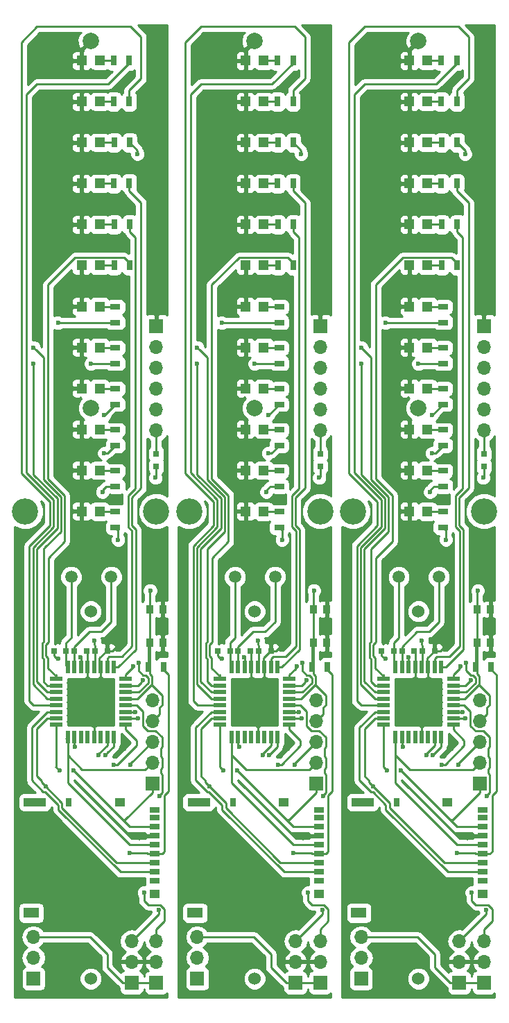
<source format=gbr>
G04 #@! TF.FileFunction,Copper,L1,Top,Signal*
%FSLAX46Y46*%
G04 Gerber Fmt 4.6, Leading zero omitted, Abs format (unit mm)*
G04 Created by KiCad (PCBNEW 4.0.2-stable) date 2017/04/01 13:54:50*
%MOMM*%
G01*
G04 APERTURE LIST*
%ADD10C,0.100000*%
%ADD11C,1.524000*%
%ADD12R,1.700000X1.700000*%
%ADD13O,1.700000X1.700000*%
%ADD14C,2.000000*%
%ADD15R,0.550000X1.600000*%
%ADD16R,1.600000X0.550000*%
%ADD17R,0.800000X0.750000*%
%ADD18C,1.500000*%
%ADD19R,1.900000X1.300000*%
%ADD20R,2.800000X1.000000*%
%ADD21R,1.200000X0.700000*%
%ADD22R,1.200000X1.000000*%
%ADD23R,1.200000X0.650000*%
%ADD24R,0.800000X1.000000*%
%ADD25R,1.300000X0.700000*%
%ADD26R,0.750000X0.800000*%
%ADD27R,1.200000X1.200000*%
%ADD28R,0.700000X1.300000*%
%ADD29R,0.900000X1.000000*%
%ADD30C,3.200000*%
%ADD31C,0.600000*%
%ADD32C,0.250000*%
%ADD33C,0.254000*%
G04 APERTURE END LIST*
D10*
D11*
X225000000Y-132000000D03*
X225000000Y-87200000D03*
D12*
X233000000Y-132500000D03*
D13*
X233000000Y-129960000D03*
X233000000Y-127420000D03*
D14*
X225000000Y-62400000D03*
X225000000Y-17600000D03*
D15*
X227800000Y-94000000D03*
X227000000Y-94000000D03*
X226200000Y-94000000D03*
X225400000Y-94000000D03*
X224600000Y-94000000D03*
X223800000Y-94000000D03*
X223000000Y-94000000D03*
X222200000Y-94000000D03*
D16*
X220750000Y-95450000D03*
X220750000Y-96250000D03*
X220750000Y-97050000D03*
X220750000Y-97850000D03*
X220750000Y-98650000D03*
X220750000Y-99450000D03*
X220750000Y-100250000D03*
X220750000Y-101050000D03*
D15*
X222200000Y-102500000D03*
X223000000Y-102500000D03*
X223800000Y-102500000D03*
X224600000Y-102500000D03*
X225400000Y-102500000D03*
X226200000Y-102500000D03*
X227000000Y-102500000D03*
X227800000Y-102500000D03*
D16*
X229250000Y-101050000D03*
X229250000Y-100250000D03*
X229250000Y-99450000D03*
X229250000Y-98650000D03*
X229250000Y-97850000D03*
X229250000Y-97050000D03*
X229250000Y-96250000D03*
X229250000Y-95450000D03*
D17*
X224500000Y-92075000D03*
X223000000Y-92075000D03*
D18*
X227500000Y-83000000D03*
X222600000Y-83000000D03*
D17*
X220500000Y-92000000D03*
X222000000Y-92000000D03*
X225500000Y-92000000D03*
X227000000Y-92000000D03*
D19*
X217731000Y-123990000D03*
D20*
X218181000Y-110490000D03*
D21*
X232831000Y-120090000D03*
X232831000Y-118990000D03*
X232831000Y-117890000D03*
X232831000Y-116790000D03*
X232831000Y-115690000D03*
X232831000Y-114590000D03*
X232831000Y-113490000D03*
X232831000Y-112390000D03*
D22*
X232831000Y-121640000D03*
D23*
X232831000Y-111440000D03*
D24*
X222331000Y-110490000D03*
D22*
X228531000Y-110490000D03*
D12*
X230000000Y-132500000D03*
D13*
X230000000Y-129960000D03*
X230000000Y-127420000D03*
D12*
X218000000Y-132000000D03*
D13*
X218000000Y-129460000D03*
X218000000Y-126920000D03*
D25*
X228000000Y-75050000D03*
X228000000Y-76950000D03*
X228000000Y-70050000D03*
X228000000Y-71950000D03*
X228000000Y-65050000D03*
X228000000Y-66950000D03*
D26*
X233000000Y-69500000D03*
X233000000Y-68000000D03*
D27*
X226100000Y-75000000D03*
X223900000Y-75000000D03*
X226100000Y-70000000D03*
X223900000Y-70000000D03*
D12*
X232532000Y-108204000D03*
D13*
X232532000Y-105664000D03*
X232532000Y-103124000D03*
X232532000Y-100584000D03*
X232532000Y-98044000D03*
D28*
X233900000Y-94000000D03*
X232000000Y-94000000D03*
D29*
X233800000Y-86950000D03*
X232200000Y-86950000D03*
X233800000Y-91050000D03*
X232200000Y-91050000D03*
D27*
X226100000Y-50000000D03*
X223900000Y-50000000D03*
D25*
X228000000Y-50050000D03*
X228000000Y-51950000D03*
D27*
X226100000Y-55000000D03*
X223900000Y-55000000D03*
D25*
X228000000Y-55050000D03*
X228000000Y-56950000D03*
D12*
X233000000Y-52380000D03*
D13*
X233000000Y-54920000D03*
X233000000Y-57460000D03*
X233000000Y-60000000D03*
X233000000Y-62540000D03*
X233000000Y-65080000D03*
D27*
X226100000Y-65000000D03*
X223900000Y-65000000D03*
X226100000Y-60000000D03*
X223900000Y-60000000D03*
D25*
X228000000Y-60050000D03*
X228000000Y-61950000D03*
D27*
X226100000Y-35000000D03*
X223900000Y-35000000D03*
X226100000Y-30000000D03*
X223900000Y-30000000D03*
D28*
X227800000Y-35000000D03*
X229700000Y-35000000D03*
X227850000Y-30000000D03*
X229750000Y-30000000D03*
X227850000Y-45000000D03*
X229750000Y-45000000D03*
D27*
X226100000Y-45000000D03*
X223900000Y-45000000D03*
X226100000Y-40000000D03*
X223900000Y-40000000D03*
D28*
X227850000Y-40000000D03*
X229750000Y-40000000D03*
X227800000Y-20000000D03*
X229700000Y-20000000D03*
D27*
X226100000Y-25000000D03*
X223900000Y-25000000D03*
X226100000Y-20000000D03*
X223900000Y-20000000D03*
D28*
X227800000Y-25000000D03*
X229700000Y-25000000D03*
D14*
X205000000Y-62400000D03*
X205000000Y-17600000D03*
D11*
X205000000Y-132000000D03*
X205000000Y-87200000D03*
D12*
X213000000Y-132500000D03*
D13*
X213000000Y-129960000D03*
X213000000Y-127420000D03*
D27*
X206100000Y-70000000D03*
X203900000Y-70000000D03*
D25*
X208000000Y-70050000D03*
X208000000Y-71950000D03*
D27*
X206100000Y-75000000D03*
X203900000Y-75000000D03*
D26*
X213000000Y-69500000D03*
X213000000Y-68000000D03*
D27*
X206100000Y-65000000D03*
X203900000Y-65000000D03*
D25*
X208000000Y-65050000D03*
X208000000Y-66950000D03*
X208000000Y-75050000D03*
X208000000Y-76950000D03*
D28*
X207850000Y-40000000D03*
X209750000Y-40000000D03*
D27*
X206100000Y-50000000D03*
X203900000Y-50000000D03*
X206100000Y-40000000D03*
X203900000Y-40000000D03*
X206100000Y-45000000D03*
X203900000Y-45000000D03*
D28*
X207850000Y-45000000D03*
X209750000Y-45000000D03*
D25*
X208000000Y-60050000D03*
X208000000Y-61950000D03*
D12*
X213000000Y-52380000D03*
D13*
X213000000Y-54920000D03*
X213000000Y-57460000D03*
X213000000Y-60000000D03*
X213000000Y-62540000D03*
X213000000Y-65080000D03*
D25*
X208000000Y-55050000D03*
X208000000Y-56950000D03*
D27*
X206100000Y-60000000D03*
X203900000Y-60000000D03*
D25*
X208000000Y-50050000D03*
X208000000Y-51950000D03*
D27*
X206100000Y-55000000D03*
X203900000Y-55000000D03*
D28*
X207800000Y-25000000D03*
X209700000Y-25000000D03*
X207850000Y-30000000D03*
X209750000Y-30000000D03*
X207800000Y-35000000D03*
X209700000Y-35000000D03*
D27*
X206100000Y-30000000D03*
X203900000Y-30000000D03*
X206100000Y-35000000D03*
X203900000Y-35000000D03*
X206100000Y-20000000D03*
X203900000Y-20000000D03*
D28*
X207800000Y-20000000D03*
X209700000Y-20000000D03*
D27*
X206100000Y-25000000D03*
X203900000Y-25000000D03*
D29*
X213800000Y-86950000D03*
X212200000Y-86950000D03*
X213800000Y-91050000D03*
X212200000Y-91050000D03*
D18*
X207500000Y-83000000D03*
X202600000Y-83000000D03*
D17*
X200500000Y-92000000D03*
X202000000Y-92000000D03*
X204500000Y-92075000D03*
X203000000Y-92075000D03*
X205500000Y-92000000D03*
X207000000Y-92000000D03*
D12*
X198000000Y-132000000D03*
D13*
X198000000Y-129460000D03*
X198000000Y-126920000D03*
D12*
X212532000Y-108204000D03*
D13*
X212532000Y-105664000D03*
X212532000Y-103124000D03*
X212532000Y-100584000D03*
X212532000Y-98044000D03*
D19*
X197731000Y-123990000D03*
D20*
X198181000Y-110490000D03*
D21*
X212831000Y-120090000D03*
X212831000Y-118990000D03*
X212831000Y-117890000D03*
X212831000Y-116790000D03*
X212831000Y-115690000D03*
X212831000Y-114590000D03*
X212831000Y-113490000D03*
X212831000Y-112390000D03*
D22*
X212831000Y-121640000D03*
D23*
X212831000Y-111440000D03*
D24*
X202331000Y-110490000D03*
D22*
X208531000Y-110490000D03*
D28*
X213900000Y-94000000D03*
X212000000Y-94000000D03*
D15*
X207800000Y-94000000D03*
X207000000Y-94000000D03*
X206200000Y-94000000D03*
X205400000Y-94000000D03*
X204600000Y-94000000D03*
X203800000Y-94000000D03*
X203000000Y-94000000D03*
X202200000Y-94000000D03*
D16*
X200750000Y-95450000D03*
X200750000Y-96250000D03*
X200750000Y-97050000D03*
X200750000Y-97850000D03*
X200750000Y-98650000D03*
X200750000Y-99450000D03*
X200750000Y-100250000D03*
X200750000Y-101050000D03*
D15*
X202200000Y-102500000D03*
X203000000Y-102500000D03*
X203800000Y-102500000D03*
X204600000Y-102500000D03*
X205400000Y-102500000D03*
X206200000Y-102500000D03*
X207000000Y-102500000D03*
X207800000Y-102500000D03*
D16*
X209250000Y-101050000D03*
X209250000Y-100250000D03*
X209250000Y-99450000D03*
X209250000Y-98650000D03*
X209250000Y-97850000D03*
X209250000Y-97050000D03*
X209250000Y-96250000D03*
X209250000Y-95450000D03*
D12*
X210000000Y-132500000D03*
D13*
X210000000Y-129960000D03*
X210000000Y-127420000D03*
D12*
X192532000Y-108204000D03*
D13*
X192532000Y-105664000D03*
X192532000Y-103124000D03*
X192532000Y-100584000D03*
X192532000Y-98044000D03*
D19*
X177731000Y-123990000D03*
D20*
X178181000Y-110490000D03*
D21*
X192831000Y-120090000D03*
X192831000Y-118990000D03*
X192831000Y-117890000D03*
X192831000Y-116790000D03*
X192831000Y-115690000D03*
X192831000Y-114590000D03*
X192831000Y-113490000D03*
X192831000Y-112390000D03*
D22*
X192831000Y-121640000D03*
D23*
X192831000Y-111440000D03*
D24*
X182331000Y-110490000D03*
D22*
X188531000Y-110490000D03*
D12*
X193000000Y-132500000D03*
D13*
X193000000Y-129960000D03*
X193000000Y-127420000D03*
D17*
X185500000Y-92000000D03*
X187000000Y-92000000D03*
D14*
X185000000Y-62400000D03*
X185000000Y-17600000D03*
D17*
X184500000Y-92075000D03*
X183000000Y-92075000D03*
X180500000Y-92000000D03*
X182000000Y-92000000D03*
D27*
X186100000Y-20000000D03*
X183900000Y-20000000D03*
X186100000Y-25000000D03*
X183900000Y-25000000D03*
X186100000Y-30000000D03*
X183900000Y-30000000D03*
X186100000Y-35000000D03*
X183900000Y-35000000D03*
X186100000Y-40000000D03*
X183900000Y-40000000D03*
X186100000Y-45000000D03*
X183900000Y-45000000D03*
X186100000Y-50000000D03*
X183900000Y-50000000D03*
X186100000Y-55000000D03*
X183900000Y-55000000D03*
X186100000Y-60000000D03*
X183900000Y-60000000D03*
X186100000Y-65000000D03*
X183900000Y-65000000D03*
X186100000Y-70000000D03*
X183900000Y-70000000D03*
X186100000Y-75000000D03*
X183900000Y-75000000D03*
D15*
X187800000Y-94000000D03*
X187000000Y-94000000D03*
X186200000Y-94000000D03*
X185400000Y-94000000D03*
X184600000Y-94000000D03*
X183800000Y-94000000D03*
X183000000Y-94000000D03*
X182200000Y-94000000D03*
D16*
X180750000Y-95450000D03*
X180750000Y-96250000D03*
X180750000Y-97050000D03*
X180750000Y-97850000D03*
X180750000Y-98650000D03*
X180750000Y-99450000D03*
X180750000Y-100250000D03*
X180750000Y-101050000D03*
D15*
X182200000Y-102500000D03*
X183000000Y-102500000D03*
X183800000Y-102500000D03*
X184600000Y-102500000D03*
X185400000Y-102500000D03*
X186200000Y-102500000D03*
X187000000Y-102500000D03*
X187800000Y-102500000D03*
D16*
X189250000Y-101050000D03*
X189250000Y-100250000D03*
X189250000Y-99450000D03*
X189250000Y-98650000D03*
X189250000Y-97850000D03*
X189250000Y-97050000D03*
X189250000Y-96250000D03*
X189250000Y-95450000D03*
D12*
X190000000Y-132500000D03*
D13*
X190000000Y-129960000D03*
X190000000Y-127420000D03*
D12*
X178000000Y-132000000D03*
D13*
X178000000Y-129460000D03*
X178000000Y-126920000D03*
D28*
X187800000Y-20000000D03*
X189700000Y-20000000D03*
X187800000Y-25000000D03*
X189700000Y-25000000D03*
X187850000Y-30000000D03*
X189750000Y-30000000D03*
X187800000Y-35000000D03*
X189700000Y-35000000D03*
X187850000Y-40000000D03*
X189750000Y-40000000D03*
X187850000Y-45000000D03*
X189750000Y-45000000D03*
D25*
X188000000Y-50050000D03*
X188000000Y-51950000D03*
X188000000Y-55050000D03*
X188000000Y-56950000D03*
X188000000Y-60050000D03*
X188000000Y-61950000D03*
X188000000Y-65050000D03*
X188000000Y-66950000D03*
X188000000Y-70050000D03*
X188000000Y-71950000D03*
X188000000Y-75050000D03*
X188000000Y-76950000D03*
D28*
X193900000Y-94000000D03*
X192000000Y-94000000D03*
D29*
X193800000Y-86950000D03*
X192200000Y-86950000D03*
X193800000Y-91050000D03*
X192200000Y-91050000D03*
D18*
X187500000Y-83000000D03*
X182600000Y-83000000D03*
D26*
X193000000Y-69500000D03*
X193000000Y-68000000D03*
D12*
X193000000Y-52380000D03*
D13*
X193000000Y-54920000D03*
X193000000Y-57460000D03*
X193000000Y-60000000D03*
X193000000Y-62540000D03*
X193000000Y-65080000D03*
D11*
X185000000Y-132000000D03*
X185000000Y-87200000D03*
D30*
X217000000Y-75000000D03*
X233000000Y-75000000D03*
X213000000Y-75000000D03*
X197000000Y-75000000D03*
X193000000Y-75000000D03*
X177000000Y-75000000D03*
D31*
X234000000Y-81000000D03*
X229050000Y-104000000D03*
X230090000Y-114590000D03*
X229050000Y-123550000D03*
X221000000Y-93000000D03*
X229050000Y-90900000D03*
X209050000Y-104000000D03*
X209050000Y-123550000D03*
X210090000Y-114590000D03*
X214000000Y-81000000D03*
X201000000Y-93000000D03*
X209050000Y-90900000D03*
X190090000Y-114590000D03*
X181000000Y-93000000D03*
X194000000Y-81000000D03*
X189050000Y-104000000D03*
X189050000Y-123550000D03*
X189050000Y-90900000D03*
X225420000Y-90805000D03*
X229738000Y-116713000D03*
X223104726Y-103720828D03*
X223750067Y-92807139D03*
X203104726Y-103720828D03*
X209738000Y-116713000D03*
X205420000Y-90805000D03*
X203750067Y-92807139D03*
X189738000Y-116713000D03*
X183104726Y-103720828D03*
X183750067Y-92807139D03*
X185420000Y-90805000D03*
X221000000Y-52000000D03*
X218000000Y-55000000D03*
X201000000Y-52000000D03*
X198000000Y-55000000D03*
X181000000Y-52000000D03*
X178000000Y-55000000D03*
X218000000Y-57000000D03*
X225000000Y-57000000D03*
X205000000Y-57000000D03*
X198000000Y-57000000D03*
X185000000Y-57000000D03*
X178000000Y-57000000D03*
X229874980Y-105918000D03*
X219494613Y-108585000D03*
X199494613Y-108585000D03*
X209874980Y-105918000D03*
X189874980Y-105918000D03*
X179494613Y-108585000D03*
X221170202Y-106621202D03*
X222880000Y-106621202D03*
X202880000Y-106621202D03*
X201170202Y-106621202D03*
X181170202Y-106621202D03*
X182880000Y-106621202D03*
X226650000Y-63250000D03*
X225974980Y-104699756D03*
X205974980Y-104699756D03*
X206650000Y-63250000D03*
X185974980Y-104699756D03*
X186650000Y-63250000D03*
X226650000Y-67900000D03*
X226774990Y-104701318D03*
X206774990Y-104701318D03*
X206650000Y-67900000D03*
X186774990Y-104701318D03*
X186650000Y-67900000D03*
X226424999Y-72624999D03*
X227843158Y-105888989D03*
X207843158Y-105888989D03*
X206424999Y-72624999D03*
X187843158Y-105888989D03*
X186424999Y-72624999D03*
X228350000Y-78450000D03*
X230731979Y-100250000D03*
X210731979Y-100250000D03*
X208350000Y-78450000D03*
X190731979Y-100250000D03*
X188350000Y-78450000D03*
X233270577Y-123654488D03*
X233374990Y-109760001D03*
X213374990Y-109760001D03*
X213270577Y-123654488D03*
X193270577Y-123654488D03*
X193374990Y-109760001D03*
X230826319Y-93482611D03*
X210826319Y-93482611D03*
X190826319Y-93482611D03*
X231373170Y-95602065D03*
X211373170Y-95602065D03*
X191373170Y-95602065D03*
X230700000Y-31400000D03*
X230158842Y-93923623D03*
X210700000Y-31400000D03*
X210158842Y-93923623D03*
X190158842Y-93923623D03*
X190700000Y-31400000D03*
X232900000Y-70900000D03*
X232250000Y-84650000D03*
X212900000Y-70900000D03*
X212250000Y-84650000D03*
X192900000Y-70900000D03*
X192250000Y-84650000D03*
X230406958Y-99481002D03*
X231500000Y-121500000D03*
X210406958Y-99481002D03*
X211500000Y-121500000D03*
X190406958Y-99481002D03*
X191500000Y-121500000D03*
D32*
X230080000Y-123055000D02*
X229585000Y-123550000D01*
X230080000Y-122105000D02*
X230080000Y-123055000D01*
X229585000Y-123550000D02*
X229050000Y-123550000D01*
X225400000Y-102500000D02*
X225400000Y-96800000D01*
X225400000Y-96800000D02*
X225350000Y-96750000D01*
X225500000Y-96750000D02*
X226200000Y-96050000D01*
X224600000Y-96000000D02*
X225350000Y-96750000D01*
X225350000Y-96750000D02*
X225500000Y-96750000D01*
X231174979Y-114700001D02*
X230874980Y-115000000D01*
X232831000Y-114590000D02*
X231284980Y-114590000D01*
X231284980Y-114590000D02*
X231174979Y-114700001D01*
X232831000Y-114590000D02*
X230090000Y-114590000D01*
X233800000Y-86950000D02*
X233800000Y-81200000D01*
X233800000Y-81200000D02*
X234000000Y-81000000D01*
X227650000Y-92000000D02*
X228750000Y-90900000D01*
X228750000Y-90900000D02*
X229050000Y-90900000D01*
X227000000Y-92000000D02*
X227650000Y-92000000D01*
X226200000Y-96050000D02*
X226200000Y-94000000D01*
X227000000Y-92000000D02*
X226975000Y-92000000D01*
X226975000Y-92000000D02*
X226055000Y-92920000D01*
X220500000Y-92625000D02*
X220875000Y-93000000D01*
X220875000Y-93000000D02*
X221000000Y-93000000D01*
X224600000Y-92175000D02*
X224500000Y-92075000D01*
X224600000Y-94000000D02*
X224600000Y-92175000D01*
X220500000Y-92000000D02*
X220500000Y-92625000D01*
X226055000Y-92920000D02*
X226055000Y-93980000D01*
X224600000Y-94000000D02*
X224600000Y-96000000D01*
X210080000Y-122105000D02*
X210080000Y-123055000D01*
X210080000Y-123055000D02*
X209585000Y-123550000D01*
X209585000Y-123550000D02*
X209050000Y-123550000D01*
X205350000Y-96750000D02*
X205500000Y-96750000D01*
X206200000Y-96050000D02*
X206200000Y-94000000D01*
X205500000Y-96750000D02*
X206200000Y-96050000D01*
X205400000Y-96800000D02*
X205350000Y-96750000D01*
X204600000Y-94000000D02*
X204600000Y-96000000D01*
X204600000Y-96000000D02*
X205350000Y-96750000D01*
X204600000Y-92175000D02*
X204500000Y-92075000D01*
X206055000Y-92920000D02*
X206055000Y-93980000D01*
X204600000Y-94000000D02*
X204600000Y-92175000D01*
X207650000Y-92000000D02*
X208750000Y-90900000D01*
X208750000Y-90900000D02*
X209050000Y-90900000D01*
X200875000Y-93000000D02*
X201000000Y-93000000D01*
X207000000Y-92000000D02*
X206975000Y-92000000D01*
X206975000Y-92000000D02*
X206055000Y-92920000D01*
X207000000Y-92000000D02*
X207650000Y-92000000D01*
X200500000Y-92000000D02*
X200500000Y-92625000D01*
X200500000Y-92625000D02*
X200875000Y-93000000D01*
X213800000Y-81200000D02*
X214000000Y-81000000D01*
X213800000Y-86950000D02*
X213800000Y-81200000D01*
X212831000Y-114590000D02*
X210090000Y-114590000D01*
X211284980Y-114590000D02*
X211174979Y-114700001D01*
X212831000Y-114590000D02*
X211284980Y-114590000D01*
X211174979Y-114700001D02*
X210874980Y-115000000D01*
X205400000Y-102500000D02*
X205400000Y-96800000D01*
X192831000Y-114590000D02*
X190090000Y-114590000D01*
X191174979Y-114700001D02*
X190874980Y-115000000D01*
X191284980Y-114590000D02*
X191174979Y-114700001D01*
X192831000Y-114590000D02*
X191284980Y-114590000D01*
X180875000Y-93000000D02*
X181000000Y-93000000D01*
X180500000Y-92000000D02*
X180500000Y-92625000D01*
X180500000Y-92625000D02*
X180875000Y-93000000D01*
X193800000Y-81200000D02*
X194000000Y-81000000D01*
X193800000Y-86950000D02*
X193800000Y-81200000D01*
X189585000Y-123550000D02*
X189050000Y-123550000D01*
X190080000Y-122105000D02*
X190080000Y-123055000D01*
X190080000Y-123055000D02*
X189585000Y-123550000D01*
X185400000Y-102500000D02*
X185400000Y-96800000D01*
X185400000Y-96800000D02*
X185350000Y-96750000D01*
X188750000Y-90900000D02*
X189050000Y-90900000D01*
X187000000Y-92000000D02*
X187650000Y-92000000D01*
X187650000Y-92000000D02*
X188750000Y-90900000D01*
X185500000Y-96750000D02*
X186200000Y-96050000D01*
X186200000Y-96050000D02*
X186200000Y-94000000D01*
X185350000Y-96750000D02*
X185500000Y-96750000D01*
X184600000Y-96000000D02*
X185350000Y-96750000D01*
X184600000Y-94000000D02*
X184600000Y-96000000D01*
X184600000Y-94000000D02*
X184600000Y-92175000D01*
X184600000Y-92175000D02*
X184500000Y-92075000D01*
X186055000Y-92920000D02*
X186055000Y-93980000D01*
X187000000Y-92000000D02*
X186975000Y-92000000D01*
X186975000Y-92000000D02*
X186055000Y-92920000D01*
X233900000Y-94300000D02*
X234500000Y-94900000D01*
X234500000Y-94900000D02*
X234500000Y-109157413D01*
X233900000Y-94000000D02*
X233900000Y-94300000D01*
X230000000Y-132500000D02*
X228900000Y-132500000D01*
X228900000Y-132500000D02*
X227000000Y-130600000D01*
X227000000Y-130600000D02*
X227000000Y-129000000D01*
X230000000Y-132500000D02*
X233000000Y-132500000D01*
X223000000Y-102500000D02*
X223000000Y-103616102D01*
X223000000Y-103616102D02*
X223104726Y-103720828D01*
X233710000Y-116790000D02*
X232831000Y-116790000D01*
X234000000Y-113000000D02*
X234000000Y-116500000D01*
X232706000Y-116915000D02*
X232831000Y-116790000D01*
X234000000Y-116500000D02*
X233710000Y-116790000D01*
X232831000Y-116790000D02*
X231981000Y-116790000D01*
X231904000Y-116713000D02*
X229738000Y-116713000D01*
X231981000Y-116790000D02*
X231904000Y-116713000D01*
X234000000Y-109657413D02*
X234000000Y-113000000D01*
X234500000Y-109157413D02*
X234000000Y-109657413D01*
X224920000Y-126920000D02*
X218000000Y-126920000D01*
X227000000Y-129000000D02*
X224920000Y-126920000D01*
X223800000Y-92850000D02*
X223792928Y-92850000D01*
X223792928Y-92850000D02*
X223750067Y-92807139D01*
X223800000Y-93139998D02*
X223800000Y-92850000D01*
X223800000Y-94000000D02*
X223800000Y-93139998D01*
X225500000Y-92000000D02*
X225500000Y-91360000D01*
X225500000Y-91360000D02*
X225420000Y-91280000D01*
X225420000Y-91280000D02*
X225420000Y-90805000D01*
X225500000Y-92625000D02*
X225500000Y-92000000D01*
X225500000Y-92000000D02*
X225500000Y-93900000D01*
X225500000Y-93900000D02*
X225400000Y-94000000D01*
X213900000Y-94300000D02*
X214500000Y-94900000D01*
X214500000Y-94900000D02*
X214500000Y-109157413D01*
X214500000Y-109157413D02*
X214000000Y-109657413D01*
X210000000Y-132500000D02*
X213000000Y-132500000D01*
X208900000Y-132500000D02*
X207000000Y-130600000D01*
X207000000Y-130600000D02*
X207000000Y-129000000D01*
X204920000Y-126920000D02*
X198000000Y-126920000D01*
X210000000Y-132500000D02*
X208900000Y-132500000D01*
X207000000Y-129000000D02*
X204920000Y-126920000D01*
X203800000Y-94000000D02*
X203800000Y-93139998D01*
X203800000Y-93139998D02*
X203800000Y-92850000D01*
X205420000Y-91280000D02*
X205420000Y-90805000D01*
X205500000Y-92000000D02*
X205500000Y-91360000D01*
X205500000Y-91360000D02*
X205420000Y-91280000D01*
X203792928Y-92850000D02*
X203750067Y-92807139D01*
X203800000Y-92850000D02*
X203792928Y-92850000D01*
X205500000Y-92625000D02*
X205500000Y-92000000D01*
X205500000Y-92000000D02*
X205500000Y-93900000D01*
X205500000Y-93900000D02*
X205400000Y-94000000D01*
X213900000Y-94000000D02*
X213900000Y-94300000D01*
X211904000Y-116713000D02*
X209738000Y-116713000D01*
X212831000Y-116790000D02*
X211981000Y-116790000D01*
X211981000Y-116790000D02*
X211904000Y-116713000D01*
X214000000Y-116500000D02*
X213710000Y-116790000D01*
X213710000Y-116790000D02*
X212831000Y-116790000D01*
X214000000Y-113000000D02*
X214000000Y-116500000D01*
X212706000Y-116915000D02*
X212831000Y-116790000D01*
X214000000Y-109657413D02*
X214000000Y-113000000D01*
X203000000Y-102500000D02*
X203000000Y-103616102D01*
X203000000Y-103616102D02*
X203104726Y-103720828D01*
X190000000Y-132500000D02*
X193000000Y-132500000D01*
X194000000Y-113000000D02*
X194000000Y-116500000D01*
X194500000Y-94900000D02*
X194500000Y-109157413D01*
X193900000Y-94300000D02*
X194500000Y-94900000D01*
X194500000Y-109157413D02*
X194000000Y-109657413D01*
X194000000Y-109657413D02*
X194000000Y-113000000D01*
X193710000Y-116790000D02*
X192831000Y-116790000D01*
X194000000Y-116500000D02*
X193710000Y-116790000D01*
X193900000Y-94000000D02*
X193900000Y-94300000D01*
X191981000Y-116790000D02*
X191904000Y-116713000D01*
X192831000Y-116790000D02*
X191981000Y-116790000D01*
X191904000Y-116713000D02*
X189738000Y-116713000D01*
X192706000Y-116915000D02*
X192831000Y-116790000D01*
X183000000Y-103616102D02*
X183104726Y-103720828D01*
X183000000Y-102500000D02*
X183000000Y-103616102D01*
X183800000Y-92850000D02*
X183792928Y-92850000D01*
X183792928Y-92850000D02*
X183750067Y-92807139D01*
X183800000Y-93139998D02*
X183800000Y-92850000D01*
X185500000Y-91360000D02*
X185420000Y-91280000D01*
X185420000Y-91280000D02*
X185420000Y-90805000D01*
X185500000Y-92000000D02*
X185500000Y-91360000D01*
X187000000Y-129000000D02*
X184920000Y-126920000D01*
X184920000Y-126920000D02*
X178000000Y-126920000D01*
X187000000Y-130600000D02*
X187000000Y-129000000D01*
X190000000Y-132500000D02*
X188900000Y-132500000D01*
X188900000Y-132500000D02*
X187000000Y-130600000D01*
X183800000Y-94000000D02*
X183800000Y-93139998D01*
X185500000Y-92625000D02*
X185500000Y-92000000D01*
X185500000Y-92000000D02*
X185500000Y-93900000D01*
X185500000Y-93900000D02*
X185400000Y-94000000D01*
X223000000Y-91500000D02*
X223000000Y-94000000D01*
X223000000Y-92075000D02*
X223000000Y-94000000D01*
X226299999Y-89700001D02*
X224799999Y-89700001D01*
X224799999Y-89700001D02*
X223000000Y-91500000D01*
X227500000Y-88500000D02*
X226299999Y-89700001D01*
X227500000Y-83000000D02*
X227500000Y-88500000D01*
X203000000Y-91500000D02*
X203000000Y-94000000D01*
X203000000Y-92075000D02*
X203000000Y-94000000D01*
X206299999Y-89700001D02*
X204799999Y-89700001D01*
X207500000Y-83000000D02*
X207500000Y-88500000D01*
X204799999Y-89700001D02*
X203000000Y-91500000D01*
X207500000Y-88500000D02*
X206299999Y-89700001D01*
X183000000Y-92075000D02*
X183000000Y-94000000D01*
X187500000Y-83000000D02*
X187500000Y-88500000D01*
X187500000Y-88500000D02*
X186299999Y-89700001D01*
X186299999Y-89700001D02*
X184799999Y-89700001D01*
X184799999Y-89700001D02*
X183000000Y-91500000D01*
X183000000Y-91500000D02*
X183000000Y-94000000D01*
X222000000Y-93800000D02*
X222200000Y-94000000D01*
X222600000Y-90400000D02*
X222000000Y-91000000D01*
X222000000Y-92000000D02*
X222000000Y-93800000D01*
X222000000Y-91000000D02*
X222000000Y-92000000D01*
X222600000Y-83000000D02*
X222600000Y-90400000D01*
X202000000Y-92000000D02*
X202000000Y-93800000D01*
X202000000Y-93800000D02*
X202200000Y-94000000D01*
X202600000Y-90400000D02*
X202000000Y-91000000D01*
X202000000Y-91000000D02*
X202000000Y-92000000D01*
X202600000Y-83000000D02*
X202600000Y-90400000D01*
X182000000Y-92000000D02*
X182000000Y-93800000D01*
X182000000Y-93800000D02*
X182200000Y-94000000D01*
X182000000Y-91000000D02*
X182000000Y-92000000D01*
X182600000Y-83000000D02*
X182600000Y-90400000D01*
X182600000Y-90400000D02*
X182000000Y-91000000D01*
X226100000Y-20000000D02*
X227800000Y-20000000D01*
X206100000Y-20000000D02*
X207800000Y-20000000D01*
X186100000Y-20000000D02*
X187800000Y-20000000D01*
X226100000Y-25000000D02*
X227800000Y-25000000D01*
X206100000Y-25000000D02*
X207800000Y-25000000D01*
X186100000Y-25000000D02*
X187800000Y-25000000D01*
X226100000Y-30000000D02*
X227850000Y-30000000D01*
X206100000Y-30000000D02*
X207850000Y-30000000D01*
X186100000Y-30000000D02*
X187850000Y-30000000D01*
X226100000Y-35000000D02*
X227800000Y-35000000D01*
X206100000Y-35000000D02*
X207800000Y-35000000D01*
X186100000Y-35000000D02*
X187800000Y-35000000D01*
X226100000Y-40000000D02*
X227850000Y-40000000D01*
X206100000Y-40000000D02*
X207850000Y-40000000D01*
X186100000Y-40000000D02*
X187850000Y-40000000D01*
X226100000Y-45000000D02*
X227850000Y-45000000D01*
X206100000Y-45000000D02*
X207850000Y-45000000D01*
X186100000Y-45000000D02*
X187850000Y-45000000D01*
X227950000Y-50000000D02*
X228000000Y-50050000D01*
X226100000Y-50000000D02*
X227950000Y-50000000D01*
X207950000Y-50000000D02*
X208000000Y-50050000D01*
X206100000Y-50000000D02*
X207950000Y-50000000D01*
X186100000Y-50000000D02*
X187950000Y-50000000D01*
X187950000Y-50000000D02*
X188000000Y-50050000D01*
X226100000Y-55000000D02*
X227950000Y-55000000D01*
X227950000Y-55000000D02*
X228000000Y-55050000D01*
X207950000Y-55000000D02*
X208000000Y-55050000D01*
X206100000Y-55000000D02*
X207950000Y-55000000D01*
X186100000Y-55000000D02*
X187950000Y-55000000D01*
X187950000Y-55000000D02*
X188000000Y-55050000D01*
X227950000Y-60000000D02*
X228000000Y-60050000D01*
X226100000Y-60000000D02*
X227950000Y-60000000D01*
X206100000Y-60000000D02*
X207950000Y-60000000D01*
X207950000Y-60000000D02*
X208000000Y-60050000D01*
X186100000Y-60000000D02*
X187950000Y-60000000D01*
X187950000Y-60000000D02*
X188000000Y-60050000D01*
X226100000Y-65000000D02*
X227950000Y-65000000D01*
X227950000Y-65000000D02*
X228000000Y-65050000D01*
X207950000Y-65000000D02*
X208000000Y-65050000D01*
X206100000Y-65000000D02*
X207950000Y-65000000D01*
X186100000Y-65000000D02*
X187950000Y-65000000D01*
X187950000Y-65000000D02*
X188000000Y-65050000D01*
X226100000Y-70000000D02*
X227950000Y-70000000D01*
X227950000Y-70000000D02*
X228000000Y-70050000D01*
X207950000Y-70000000D02*
X208000000Y-70050000D01*
X206100000Y-70000000D02*
X207950000Y-70000000D01*
X186100000Y-70000000D02*
X187950000Y-70000000D01*
X187950000Y-70000000D02*
X188000000Y-70050000D01*
X227950000Y-75000000D02*
X228000000Y-75050000D01*
X226100000Y-75000000D02*
X227950000Y-75000000D01*
X207950000Y-75000000D02*
X208000000Y-75050000D01*
X206100000Y-75000000D02*
X207950000Y-75000000D01*
X186100000Y-75000000D02*
X187950000Y-75000000D01*
X187950000Y-75000000D02*
X188000000Y-75050000D01*
X231135000Y-72152221D02*
X231135000Y-37335000D01*
X231135000Y-37335000D02*
X229700000Y-35900000D01*
X229700000Y-35900000D02*
X229700000Y-35000000D01*
X228325000Y-94000000D02*
X230495990Y-91829010D01*
X227800000Y-94000000D02*
X228325000Y-94000000D01*
X229995989Y-73291232D02*
X231135000Y-72152221D01*
X230495990Y-77208769D02*
X229995989Y-76708768D01*
X229995989Y-76708768D02*
X229995989Y-73291232D01*
X230495990Y-91829010D02*
X230495990Y-77208769D01*
X208325000Y-94000000D02*
X210495990Y-91829010D01*
X211135000Y-72152221D02*
X211135000Y-37335000D01*
X211135000Y-37335000D02*
X209700000Y-35900000D01*
X209700000Y-35900000D02*
X209700000Y-35000000D01*
X207800000Y-94000000D02*
X208325000Y-94000000D01*
X210495990Y-91829010D02*
X210495990Y-77208769D01*
X210495990Y-77208769D02*
X209995989Y-76708768D01*
X209995989Y-73291232D02*
X211135000Y-72152221D01*
X209995989Y-76708768D02*
X209995989Y-73291232D01*
X189995989Y-76708768D02*
X189995989Y-73291232D01*
X189700000Y-35900000D02*
X189700000Y-35000000D01*
X189995989Y-73291232D02*
X191135000Y-72152221D01*
X191135000Y-72152221D02*
X191135000Y-37335000D01*
X191135000Y-37335000D02*
X189700000Y-35900000D01*
X190495990Y-77208769D02*
X189995989Y-76708768D01*
X188325000Y-94000000D02*
X190495990Y-91829010D01*
X190495990Y-91829010D02*
X190495990Y-77208769D01*
X187800000Y-94000000D02*
X188325000Y-94000000D01*
X230425001Y-41575001D02*
X230425001Y-72225809D01*
X229750000Y-40900000D02*
X230425001Y-41575001D01*
X229750000Y-40000000D02*
X229750000Y-40900000D01*
X228799998Y-92700001D02*
X227249999Y-92700001D01*
X230045979Y-91454020D02*
X228799998Y-92700001D01*
X230425001Y-72225809D02*
X229545978Y-73104832D01*
X229545978Y-73104832D02*
X229545978Y-76895168D01*
X229545978Y-76895168D02*
X230045979Y-77395169D01*
X227249999Y-92700001D02*
X227000000Y-92950000D01*
X227000000Y-92950000D02*
X227000000Y-94000000D01*
X230045979Y-77395169D02*
X230045979Y-91454020D01*
X210425001Y-41575001D02*
X210425001Y-72225809D01*
X209750000Y-40000000D02*
X209750000Y-40900000D01*
X209750000Y-40900000D02*
X210425001Y-41575001D01*
X210045979Y-91454020D02*
X208799998Y-92700001D01*
X208799998Y-92700001D02*
X207249999Y-92700001D01*
X207000000Y-92950000D02*
X207000000Y-94000000D01*
X207249999Y-92700001D02*
X207000000Y-92950000D01*
X210045979Y-77395169D02*
X210045979Y-91454020D01*
X209545978Y-76895168D02*
X210045979Y-77395169D01*
X209545978Y-73104832D02*
X209545978Y-76895168D01*
X210425001Y-72225809D02*
X209545978Y-73104832D01*
X187000000Y-92950000D02*
X187000000Y-94000000D01*
X188799998Y-92700001D02*
X187249999Y-92700001D01*
X190045979Y-91454020D02*
X188799998Y-92700001D01*
X187249999Y-92700001D02*
X187000000Y-92950000D01*
X190045979Y-77395169D02*
X190045979Y-91454020D01*
X189545978Y-73104832D02*
X189545978Y-76895168D01*
X190425001Y-72225809D02*
X189545978Y-73104832D01*
X190425001Y-41575001D02*
X190425001Y-72225809D01*
X189750000Y-40000000D02*
X189750000Y-40900000D01*
X189545978Y-76895168D02*
X190045979Y-77395169D01*
X189750000Y-40900000D02*
X190425001Y-41575001D01*
X219774999Y-71016578D02*
X221804052Y-73045631D01*
X229750000Y-45000000D02*
X229750000Y-44700000D01*
X229750000Y-44700000D02*
X229074999Y-44024999D01*
X229074999Y-44024999D02*
X223089999Y-44024999D01*
X223089999Y-44024999D02*
X219774999Y-47339999D01*
X219774999Y-47339999D02*
X219774999Y-71016578D01*
X219762991Y-94135991D02*
X220750000Y-95123000D01*
X219762991Y-92896401D02*
X219762991Y-94135991D01*
X220750000Y-95450000D02*
X220750000Y-95123000D01*
X220750000Y-95123000D02*
X220750000Y-94925000D01*
X219508991Y-91253598D02*
X219508991Y-92642401D01*
X219832000Y-90930589D02*
X219508991Y-91253598D01*
X219508991Y-92642401D02*
X219762991Y-92896401D01*
X221804052Y-73045631D02*
X221804052Y-78679358D01*
X221804052Y-78679358D02*
X219832000Y-80651410D01*
X219832000Y-80651410D02*
X219832000Y-90930589D01*
X199774999Y-47339999D02*
X199774999Y-71016578D01*
X209074999Y-44024999D02*
X203089999Y-44024999D01*
X203089999Y-44024999D02*
X199774999Y-47339999D01*
X209750000Y-44700000D02*
X209074999Y-44024999D01*
X209750000Y-45000000D02*
X209750000Y-44700000D01*
X199762991Y-94135991D02*
X200750000Y-95123000D01*
X199508991Y-92642401D02*
X199762991Y-92896401D01*
X199762991Y-92896401D02*
X199762991Y-94135991D01*
X200750000Y-95123000D02*
X200750000Y-94925000D01*
X199832000Y-90930589D02*
X199508991Y-91253598D01*
X199508991Y-91253598D02*
X199508991Y-92642401D01*
X200750000Y-95450000D02*
X200750000Y-95123000D01*
X201804052Y-78679358D02*
X199832000Y-80651410D01*
X199832000Y-80651410D02*
X199832000Y-90930589D01*
X199774999Y-71016578D02*
X201804052Y-73045631D01*
X201804052Y-73045631D02*
X201804052Y-78679358D01*
X179508991Y-91253598D02*
X179508991Y-92642401D01*
X183089999Y-44024999D02*
X179774999Y-47339999D01*
X179762991Y-92896401D02*
X179762991Y-94135991D01*
X179832000Y-80651410D02*
X179832000Y-90930589D01*
X181804052Y-78679358D02*
X179832000Y-80651410D01*
X179762991Y-94135991D02*
X180750000Y-95123000D01*
X181804052Y-73045631D02*
X181804052Y-78679358D01*
X179774999Y-71016578D02*
X181804052Y-73045631D01*
X179508991Y-92642401D02*
X179762991Y-92896401D01*
X189750000Y-44700000D02*
X189074999Y-44024999D01*
X189750000Y-45000000D02*
X189750000Y-44700000D01*
X179774999Y-47339999D02*
X179774999Y-71016578D01*
X189074999Y-44024999D02*
X183089999Y-44024999D01*
X179832000Y-90930589D02*
X179508991Y-91253598D01*
X180750000Y-95450000D02*
X180750000Y-95123000D01*
X180750000Y-95123000D02*
X180750000Y-94925000D01*
X220750000Y-96250000D02*
X219700000Y-96250000D01*
X221354042Y-73232032D02*
X219250000Y-71127990D01*
X221050000Y-51950000D02*
X228000000Y-51950000D01*
X218299999Y-55299999D02*
X218000000Y-55000000D01*
X219250000Y-56250000D02*
X218299999Y-55299999D01*
X221000000Y-52000000D02*
X221050000Y-51950000D01*
X219250000Y-71127990D02*
X219250000Y-56250000D01*
X219250000Y-93019821D02*
X219058980Y-92828801D01*
X219058980Y-91067198D02*
X219250000Y-90876178D01*
X219058980Y-92828801D02*
X219058980Y-91067198D01*
X221354042Y-77473368D02*
X221354042Y-73232032D01*
X219452410Y-79375000D02*
X219452410Y-79376410D01*
X219452410Y-79375000D02*
X221354042Y-77473368D01*
X219250000Y-79883000D02*
X219250000Y-80063000D01*
X219250000Y-79883000D02*
X219250000Y-79577410D01*
X219250000Y-79577410D02*
X219452410Y-79375000D01*
X219250000Y-95800000D02*
X219250000Y-93019821D01*
X219250000Y-90876178D02*
X219250000Y-79883000D01*
X219700000Y-96250000D02*
X219250000Y-95800000D01*
X199250000Y-71127990D02*
X199250000Y-56250000D01*
X201000000Y-52000000D02*
X201050000Y-51950000D01*
X201050000Y-51950000D02*
X208000000Y-51950000D01*
X198299999Y-55299999D02*
X198000000Y-55000000D01*
X199250000Y-56250000D02*
X198299999Y-55299999D01*
X199058980Y-92828801D02*
X199058980Y-91067198D01*
X199250000Y-93019821D02*
X199058980Y-92828801D01*
X199250000Y-95800000D02*
X199250000Y-93019821D01*
X199058980Y-91067198D02*
X199250000Y-90876178D01*
X199250000Y-79883000D02*
X199250000Y-80063000D01*
X199452410Y-79375000D02*
X199452410Y-79376410D01*
X199250000Y-79883000D02*
X199250000Y-79577410D01*
X199452410Y-79375000D02*
X201354042Y-77473368D01*
X199250000Y-79577410D02*
X199452410Y-79375000D01*
X199250000Y-90876178D02*
X199250000Y-79883000D01*
X201354042Y-77473368D02*
X201354042Y-73232032D01*
X201354042Y-73232032D02*
X199250000Y-71127990D01*
X199700000Y-96250000D02*
X199250000Y-95800000D01*
X200750000Y-96250000D02*
X199700000Y-96250000D01*
X179250000Y-90876178D02*
X179250000Y-79883000D01*
X179250000Y-93019821D02*
X179058980Y-92828801D01*
X179058980Y-91067198D02*
X179250000Y-90876178D01*
X179058980Y-92828801D02*
X179058980Y-91067198D01*
X179700000Y-96250000D02*
X179250000Y-95800000D01*
X180750000Y-96250000D02*
X179700000Y-96250000D01*
X179250000Y-95800000D02*
X179250000Y-93019821D01*
X179250000Y-79883000D02*
X179250000Y-79577410D01*
X179250000Y-79883000D02*
X179250000Y-80063000D01*
X179452410Y-79375000D02*
X181354042Y-77473368D01*
X179452410Y-79375000D02*
X179452410Y-79376410D01*
X179250000Y-79577410D02*
X179452410Y-79375000D01*
X179250000Y-71127990D02*
X179250000Y-56250000D01*
X181354042Y-73232032D02*
X179250000Y-71127990D01*
X179250000Y-56250000D02*
X178299999Y-55299999D01*
X178299999Y-55299999D02*
X178000000Y-55000000D01*
X181354042Y-77473368D02*
X181354042Y-73232032D01*
X181050000Y-51950000D02*
X188000000Y-51950000D01*
X181000000Y-52000000D02*
X181050000Y-51950000D01*
X220750000Y-97050000D02*
X219700000Y-97050000D01*
X220904032Y-73418433D02*
X218000000Y-70514401D01*
X218000000Y-57424264D02*
X218000000Y-57000000D01*
X218000000Y-70514401D02*
X218000000Y-57424264D01*
X227950000Y-57000000D02*
X228000000Y-56950000D01*
X225000000Y-57000000D02*
X227950000Y-57000000D01*
X220904032Y-77081568D02*
X220904032Y-73418433D01*
X218991600Y-78994000D02*
X220904032Y-77081568D01*
X218404032Y-79581568D02*
X218991600Y-78994000D01*
X218404032Y-95754032D02*
X218404032Y-79581568D01*
X219700000Y-97050000D02*
X218404032Y-95754032D01*
X198000000Y-70514401D02*
X198000000Y-57424264D01*
X205000000Y-57000000D02*
X207950000Y-57000000D01*
X198000000Y-57424264D02*
X198000000Y-57000000D01*
X207950000Y-57000000D02*
X208000000Y-56950000D01*
X200904032Y-73418433D02*
X198000000Y-70514401D01*
X198404032Y-79581568D02*
X198991600Y-78994000D01*
X199700000Y-97050000D02*
X198404032Y-95754032D01*
X198404032Y-95754032D02*
X198404032Y-79581568D01*
X200904032Y-77081568D02*
X200904032Y-73418433D01*
X198991600Y-78994000D02*
X200904032Y-77081568D01*
X200750000Y-97050000D02*
X199700000Y-97050000D01*
X178991600Y-78994000D02*
X180904032Y-77081568D01*
X178404032Y-79581568D02*
X178991600Y-78994000D01*
X179700000Y-97050000D02*
X178404032Y-95754032D01*
X178000000Y-57424264D02*
X178000000Y-57000000D01*
X178000000Y-70514401D02*
X178000000Y-57424264D01*
X178404032Y-95754032D02*
X178404032Y-79581568D01*
X180750000Y-97050000D02*
X179700000Y-97050000D01*
X180904032Y-73418433D02*
X178000000Y-70514401D01*
X180904032Y-77081568D02*
X180904032Y-73418433D01*
X185000000Y-57000000D02*
X187950000Y-57000000D01*
X187950000Y-57000000D02*
X188000000Y-56950000D01*
X219700000Y-97850000D02*
X220750000Y-97850000D01*
X217954021Y-96104021D02*
X219700000Y-97850000D01*
X217165000Y-70315810D02*
X220454022Y-73604832D01*
X217165000Y-24130000D02*
X217165000Y-70315810D01*
X229700000Y-20000000D02*
X229700000Y-20300000D01*
X227140000Y-22860000D02*
X218435000Y-22860000D01*
X229700000Y-20300000D02*
X227140000Y-22860000D01*
X218435000Y-22860000D02*
X217165000Y-24130000D01*
X220454022Y-73604832D02*
X220454021Y-76895168D01*
X220454021Y-76895168D02*
X217954021Y-79395168D01*
X217954021Y-79395168D02*
X217954021Y-96104021D01*
X198435000Y-22860000D02*
X197165000Y-24130000D01*
X197165000Y-70315810D02*
X200454022Y-73604832D01*
X197165000Y-24130000D02*
X197165000Y-70315810D01*
X209700000Y-20300000D02*
X207140000Y-22860000D01*
X207140000Y-22860000D02*
X198435000Y-22860000D01*
X209700000Y-20000000D02*
X209700000Y-20300000D01*
X197954021Y-79395168D02*
X197954021Y-96104021D01*
X200454022Y-73604832D02*
X200454021Y-76895168D01*
X200454021Y-76895168D02*
X197954021Y-79395168D01*
X197954021Y-96104021D02*
X199700000Y-97850000D01*
X199700000Y-97850000D02*
X200750000Y-97850000D01*
X179700000Y-97850000D02*
X180750000Y-97850000D01*
X178435000Y-22860000D02*
X177165000Y-24130000D01*
X189700000Y-20300000D02*
X187140000Y-22860000D01*
X180454021Y-76895168D02*
X177954021Y-79395168D01*
X187140000Y-22860000D02*
X178435000Y-22860000D01*
X177165000Y-70315810D02*
X180454022Y-73604832D01*
X177165000Y-24130000D02*
X177165000Y-70315810D01*
X177954021Y-96104021D02*
X179700000Y-97850000D01*
X177954021Y-79395168D02*
X177954021Y-96104021D01*
X180454022Y-73604832D02*
X180454021Y-76895168D01*
X189700000Y-20000000D02*
X189700000Y-20300000D01*
X219700000Y-98650000D02*
X220750000Y-98650000D01*
X218025000Y-98650000D02*
X219700000Y-98650000D01*
X216530000Y-70317221D02*
X220004010Y-73791231D01*
X216530000Y-17780000D02*
X216530000Y-70317221D01*
X229700000Y-25000000D02*
X229700000Y-25300000D01*
X229700000Y-23660000D02*
X231135000Y-22225000D01*
X229700000Y-25000000D02*
X229700000Y-23660000D01*
X229865000Y-15875000D02*
X218435000Y-15875000D01*
X231135000Y-22225000D02*
X231135000Y-17145000D01*
X231135000Y-17145000D02*
X229865000Y-15875000D01*
X218435000Y-15875000D02*
X216530000Y-17780000D01*
X220004010Y-73791231D02*
X220004010Y-76708768D01*
X220004010Y-76708768D02*
X217504010Y-79208768D01*
X217504010Y-79208768D02*
X217504010Y-98129010D01*
X217504010Y-98129010D02*
X218025000Y-98650000D01*
X209700000Y-25000000D02*
X209700000Y-25300000D01*
X196530000Y-70317221D02*
X200004010Y-73791231D01*
X196530000Y-17780000D02*
X196530000Y-70317221D01*
X211135000Y-22225000D02*
X211135000Y-17145000D01*
X211135000Y-17145000D02*
X209865000Y-15875000D01*
X209865000Y-15875000D02*
X198435000Y-15875000D01*
X209700000Y-25000000D02*
X209700000Y-23660000D01*
X209700000Y-23660000D02*
X211135000Y-22225000D01*
X198435000Y-15875000D02*
X196530000Y-17780000D01*
X197504010Y-79208768D02*
X197504010Y-98129010D01*
X200004010Y-73791231D02*
X200004010Y-76708768D01*
X200004010Y-76708768D02*
X197504010Y-79208768D01*
X199700000Y-98650000D02*
X200750000Y-98650000D01*
X198025000Y-98650000D02*
X199700000Y-98650000D01*
X197504010Y-98129010D02*
X198025000Y-98650000D01*
X191135000Y-17145000D02*
X189865000Y-15875000D01*
X180004010Y-73791231D02*
X180004010Y-76708768D01*
X189865000Y-15875000D02*
X178435000Y-15875000D01*
X179700000Y-98650000D02*
X180750000Y-98650000D01*
X177504010Y-79208768D02*
X177504010Y-98129010D01*
X178435000Y-15875000D02*
X176530000Y-17780000D01*
X176530000Y-70317221D02*
X180004010Y-73791231D01*
X176530000Y-17780000D02*
X176530000Y-70317221D01*
X191135000Y-22225000D02*
X191135000Y-17145000D01*
X189700000Y-23660000D02*
X191135000Y-22225000D01*
X189700000Y-25000000D02*
X189700000Y-23660000D01*
X180004010Y-76708768D02*
X177504010Y-79208768D01*
X178025000Y-98650000D02*
X179700000Y-98650000D01*
X177504010Y-98129010D02*
X178025000Y-98650000D01*
X189700000Y-25000000D02*
X189700000Y-25300000D01*
X219439591Y-109210001D02*
X221032989Y-110803399D01*
X217800000Y-107815389D02*
X219194612Y-109210001D01*
X219194612Y-109210001D02*
X219439591Y-109210001D01*
X217800000Y-101350000D02*
X217800000Y-107815389D01*
X220750000Y-99450000D02*
X219700000Y-99450000D01*
X219700000Y-99450000D02*
X217800000Y-101350000D01*
X221032989Y-110803399D02*
X221032989Y-111396198D01*
X221032989Y-111396198D02*
X228626792Y-118990000D01*
X228626792Y-118990000D02*
X231981000Y-118990000D01*
X231981000Y-118990000D02*
X232831000Y-118990000D01*
X208626792Y-118990000D02*
X211981000Y-118990000D01*
X211981000Y-118990000D02*
X212831000Y-118990000D01*
X201032989Y-110803399D02*
X201032989Y-111396198D01*
X201032989Y-111396198D02*
X208626792Y-118990000D01*
X200750000Y-99450000D02*
X199700000Y-99450000D01*
X199700000Y-99450000D02*
X197800000Y-101350000D01*
X199194612Y-109210001D02*
X199439591Y-109210001D01*
X197800000Y-107815389D02*
X199194612Y-109210001D01*
X199439591Y-109210001D02*
X201032989Y-110803399D01*
X197800000Y-101350000D02*
X197800000Y-107815389D01*
X191981000Y-118990000D02*
X192831000Y-118990000D01*
X188626792Y-118990000D02*
X191981000Y-118990000D01*
X181032989Y-111396198D02*
X188626792Y-118990000D01*
X179700000Y-99450000D02*
X177800000Y-101350000D01*
X180750000Y-99450000D02*
X179700000Y-99450000D01*
X181032989Y-110803399D02*
X181032989Y-111396198D01*
X179439591Y-109210001D02*
X181032989Y-110803399D01*
X179194612Y-109210001D02*
X179439591Y-109210001D01*
X177800000Y-101350000D02*
X177800000Y-107815389D01*
X177800000Y-107815389D02*
X179194612Y-109210001D01*
X221483000Y-110573387D02*
X219494613Y-108585000D01*
X218986613Y-108077000D02*
X218986613Y-107866613D01*
X219494613Y-108585000D02*
X218986613Y-108077000D01*
X218986613Y-107866613D02*
X218435000Y-107315000D01*
X218435000Y-107315000D02*
X218435000Y-101515000D01*
X219700000Y-100250000D02*
X220750000Y-100250000D01*
X218435000Y-101515000D02*
X219700000Y-100250000D01*
X221483000Y-111209798D02*
X221483000Y-110573387D01*
X228163202Y-117890000D02*
X221483000Y-111209798D01*
X232831000Y-117890000D02*
X228163202Y-117890000D01*
X232532000Y-103124000D02*
X229874980Y-105781020D01*
X229874980Y-105781020D02*
X229874980Y-105918000D01*
X212831000Y-117890000D02*
X208163202Y-117890000D01*
X208163202Y-117890000D02*
X201483000Y-111209798D01*
X212532000Y-103124000D02*
X209874980Y-105781020D01*
X209874980Y-105781020D02*
X209874980Y-105918000D01*
X198435000Y-101515000D02*
X199700000Y-100250000D01*
X199700000Y-100250000D02*
X200750000Y-100250000D01*
X199494613Y-108585000D02*
X198986613Y-108077000D01*
X201483000Y-110573387D02*
X199494613Y-108585000D01*
X201483000Y-111209798D02*
X201483000Y-110573387D01*
X198986613Y-108077000D02*
X198986613Y-107866613D01*
X198986613Y-107866613D02*
X198435000Y-107315000D01*
X198435000Y-107315000D02*
X198435000Y-101515000D01*
X192532000Y-103124000D02*
X189874980Y-105781020D01*
X189874980Y-105781020D02*
X189874980Y-105918000D01*
X181483000Y-110573387D02*
X179494613Y-108585000D01*
X179494613Y-108585000D02*
X178986613Y-108077000D01*
X178435000Y-101515000D02*
X179700000Y-100250000D01*
X178435000Y-107315000D02*
X178435000Y-101515000D01*
X179700000Y-100250000D02*
X180750000Y-100250000D01*
X178986613Y-107866613D02*
X178435000Y-107315000D01*
X178986613Y-108077000D02*
X178986613Y-107866613D01*
X181483000Y-111209798D02*
X181483000Y-110573387D01*
X188163202Y-117890000D02*
X181483000Y-111209798D01*
X192831000Y-117890000D02*
X188163202Y-117890000D01*
X222200000Y-108160411D02*
X222200000Y-104775000D01*
X222200000Y-104775000D02*
X222200000Y-103550000D01*
X222200000Y-103550000D02*
X222200000Y-102500000D01*
X222200000Y-102500000D02*
X222000000Y-102700000D01*
X223938999Y-106513999D02*
X222200000Y-104775000D01*
X232831000Y-115690000D02*
X229729589Y-115690000D01*
X229662997Y-106513999D02*
X223938999Y-106513999D01*
X229729589Y-115690000D02*
X222200000Y-108160411D01*
X232532000Y-105664000D02*
X231652999Y-106543001D01*
X231652999Y-106543001D02*
X229691999Y-106543001D01*
X229691999Y-106543001D02*
X229662997Y-106513999D01*
X209729589Y-115690000D02*
X202200000Y-108160411D01*
X209662997Y-106513999D02*
X203938999Y-106513999D01*
X212831000Y-115690000D02*
X209729589Y-115690000D01*
X211652999Y-106543001D02*
X209691999Y-106543001D01*
X209691999Y-106543001D02*
X209662997Y-106513999D01*
X212532000Y-105664000D02*
X211652999Y-106543001D01*
X202200000Y-102500000D02*
X202000000Y-102700000D01*
X202200000Y-104775000D02*
X202200000Y-103550000D01*
X202200000Y-103550000D02*
X202200000Y-102500000D01*
X203938999Y-106513999D02*
X202200000Y-104775000D01*
X202200000Y-108160411D02*
X202200000Y-104775000D01*
X183938999Y-106513999D02*
X182200000Y-104775000D01*
X189662997Y-106513999D02*
X183938999Y-106513999D01*
X189691999Y-106543001D02*
X189662997Y-106513999D01*
X191652999Y-106543001D02*
X189691999Y-106543001D01*
X192532000Y-105664000D02*
X191652999Y-106543001D01*
X182200000Y-108160411D02*
X182200000Y-104775000D01*
X182200000Y-104775000D02*
X182200000Y-103550000D01*
X182200000Y-103550000D02*
X182200000Y-102500000D01*
X192831000Y-115690000D02*
X189729589Y-115690000D01*
X189729589Y-115690000D02*
X182200000Y-108160411D01*
X182200000Y-102500000D02*
X182000000Y-102700000D01*
X221170202Y-106621202D02*
X220721000Y-106172000D01*
X220721000Y-106172000D02*
X220750000Y-106143000D01*
X220750000Y-106143000D02*
X220750000Y-101050000D01*
X220848000Y-101148000D02*
X220750000Y-101050000D01*
X232831000Y-113490000D02*
X229748798Y-113490000D01*
X232532000Y-109304000D02*
X229187000Y-112649000D01*
X229187000Y-112649000D02*
X228907798Y-112649000D01*
X228907798Y-112649000D02*
X222880000Y-106621202D01*
X229748798Y-113490000D02*
X228907798Y-112649000D01*
X232532000Y-108204000D02*
X232532000Y-109304000D01*
X208907798Y-112649000D02*
X202880000Y-106621202D01*
X209187000Y-112649000D02*
X208907798Y-112649000D01*
X209748798Y-113490000D02*
X208907798Y-112649000D01*
X212831000Y-113490000D02*
X209748798Y-113490000D01*
X212532000Y-108204000D02*
X212532000Y-109304000D01*
X212532000Y-109304000D02*
X209187000Y-112649000D01*
X200848000Y-101148000D02*
X200750000Y-101050000D01*
X200750000Y-106143000D02*
X200750000Y-101050000D01*
X200721000Y-106172000D02*
X200750000Y-106143000D01*
X201170202Y-106621202D02*
X200721000Y-106172000D01*
X189748798Y-113490000D02*
X188907798Y-112649000D01*
X188907798Y-112649000D02*
X182880000Y-106621202D01*
X192532000Y-108204000D02*
X192532000Y-109304000D01*
X192532000Y-109304000D02*
X189187000Y-112649000D01*
X189187000Y-112649000D02*
X188907798Y-112649000D01*
X180721000Y-106172000D02*
X180750000Y-106143000D01*
X180750000Y-106143000D02*
X180750000Y-101050000D01*
X181170202Y-106621202D02*
X180721000Y-106172000D01*
X192831000Y-113490000D02*
X189748798Y-113490000D01*
X180848000Y-101148000D02*
X180750000Y-101050000D01*
X227000000Y-102500000D02*
X227000000Y-103551304D01*
X225974980Y-104576324D02*
X225974980Y-104699756D01*
X227000000Y-103551304D02*
X225974980Y-104576324D01*
X226650000Y-63250000D02*
X226700000Y-63250000D01*
X226700000Y-63250000D02*
X228000000Y-61950000D01*
X206700000Y-63250000D02*
X208000000Y-61950000D01*
X206650000Y-63250000D02*
X206700000Y-63250000D01*
X207000000Y-103551304D02*
X205974980Y-104576324D01*
X205974980Y-104576324D02*
X205974980Y-104699756D01*
X207000000Y-102500000D02*
X207000000Y-103551304D01*
X187000000Y-102500000D02*
X187000000Y-103551304D01*
X185974980Y-104576324D02*
X185974980Y-104699756D01*
X187000000Y-103551304D02*
X185974980Y-104576324D01*
X186650000Y-63250000D02*
X186700000Y-63250000D01*
X186700000Y-63250000D02*
X188000000Y-61950000D01*
X227800000Y-102500000D02*
X227800000Y-103676308D01*
X227074989Y-104401319D02*
X226774990Y-104701318D01*
X227800000Y-103676308D02*
X227074989Y-104401319D01*
X226650000Y-67900000D02*
X227050000Y-67900000D01*
X227050000Y-67900000D02*
X228000000Y-66950000D01*
X207050000Y-67900000D02*
X208000000Y-66950000D01*
X206650000Y-67900000D02*
X207050000Y-67900000D01*
X207800000Y-103676308D02*
X207074989Y-104401319D01*
X207800000Y-102500000D02*
X207800000Y-103676308D01*
X207074989Y-104401319D02*
X206774990Y-104701318D01*
X187800000Y-103676308D02*
X187074989Y-104401319D01*
X187074989Y-104401319D02*
X186774990Y-104701318D01*
X187800000Y-102500000D02*
X187800000Y-103676308D01*
X186650000Y-67900000D02*
X187050000Y-67900000D01*
X187050000Y-67900000D02*
X188000000Y-66950000D01*
X230600000Y-102925000D02*
X230600000Y-103556411D01*
X228267422Y-105888989D02*
X227843158Y-105888989D01*
X230600000Y-103556411D02*
X228267422Y-105888989D01*
X229250000Y-101575000D02*
X230600000Y-102925000D01*
X229250000Y-101050000D02*
X229250000Y-101575000D01*
X226900000Y-71950000D02*
X228000000Y-71950000D01*
X226424999Y-72425001D02*
X226900000Y-71950000D01*
X226424999Y-72624999D02*
X226424999Y-72425001D01*
X206424999Y-72624999D02*
X206424999Y-72425001D01*
X206424999Y-72425001D02*
X206900000Y-71950000D01*
X206900000Y-71950000D02*
X208000000Y-71950000D01*
X209250000Y-101050000D02*
X209250000Y-101575000D01*
X209250000Y-101575000D02*
X210600000Y-102925000D01*
X210600000Y-102925000D02*
X210600000Y-103556411D01*
X208267422Y-105888989D02*
X207843158Y-105888989D01*
X210600000Y-103556411D02*
X208267422Y-105888989D01*
X190600000Y-103556411D02*
X188267422Y-105888989D01*
X190600000Y-102925000D02*
X190600000Y-103556411D01*
X188267422Y-105888989D02*
X187843158Y-105888989D01*
X189250000Y-101575000D02*
X190600000Y-102925000D01*
X189250000Y-101050000D02*
X189250000Y-101575000D01*
X186424999Y-72425001D02*
X186900000Y-71950000D01*
X186900000Y-71950000D02*
X188000000Y-71950000D01*
X186424999Y-72624999D02*
X186424999Y-72425001D01*
X230731979Y-100250000D02*
X229250000Y-100250000D01*
X228350000Y-77300000D02*
X228000000Y-76950000D01*
X228350000Y-78450000D02*
X228350000Y-77300000D01*
X227700000Y-76950000D02*
X228000000Y-76950000D01*
X207700000Y-76950000D02*
X208000000Y-76950000D01*
X208350000Y-78450000D02*
X208350000Y-77300000D01*
X208350000Y-77300000D02*
X208000000Y-76950000D01*
X210731979Y-100250000D02*
X209250000Y-100250000D01*
X190731979Y-100250000D02*
X189250000Y-100250000D01*
X188350000Y-78450000D02*
X188350000Y-77300000D01*
X188350000Y-77300000D02*
X188000000Y-76950000D01*
X187700000Y-76950000D02*
X188000000Y-76950000D01*
X233270577Y-124078752D02*
X233270577Y-123654488D01*
X233270577Y-124149423D02*
X233270577Y-124078752D01*
X230000000Y-127420000D02*
X233270577Y-124149423D01*
X233374990Y-109646012D02*
X233374990Y-109760001D01*
X233707001Y-109314001D02*
X233374990Y-109646012D01*
X233549989Y-106385013D02*
X233549989Y-106936987D01*
X233549989Y-106936987D02*
X233707001Y-107093999D01*
X233707001Y-107093999D02*
X233707001Y-109314001D01*
X231356999Y-101148001D02*
X231967999Y-101759001D01*
X231967999Y-101759001D02*
X232906003Y-101759001D01*
X232906003Y-101759001D02*
X233707001Y-102559999D01*
X231356999Y-99431997D02*
X231356999Y-101148001D01*
X233707001Y-106228001D02*
X233549989Y-106385013D01*
X233707001Y-105099999D02*
X233707001Y-106228001D01*
X233549989Y-103845013D02*
X233549989Y-104942987D01*
X233707001Y-102559999D02*
X233707001Y-103688001D01*
X233707001Y-103688001D02*
X233549989Y-103845013D01*
X233549989Y-104942987D02*
X233707001Y-105099999D01*
X230575002Y-98650000D02*
X231356999Y-99431997D01*
X229250000Y-98650000D02*
X230575002Y-98650000D01*
X213270577Y-124078752D02*
X213270577Y-123654488D01*
X210000000Y-127420000D02*
X213270577Y-124149423D01*
X213270577Y-124149423D02*
X213270577Y-124078752D01*
X210575002Y-98650000D02*
X211356999Y-99431997D01*
X211356999Y-99431997D02*
X211356999Y-101148001D01*
X209250000Y-98650000D02*
X210575002Y-98650000D01*
X213707001Y-107093999D02*
X213707001Y-109314001D01*
X213549989Y-106936987D02*
X213707001Y-107093999D01*
X213707001Y-109314001D02*
X213374990Y-109646012D01*
X213549989Y-106385013D02*
X213549989Y-106936987D01*
X213374990Y-109646012D02*
X213374990Y-109760001D01*
X213707001Y-102559999D02*
X213707001Y-103688001D01*
X211967999Y-101759001D02*
X212906003Y-101759001D01*
X211356999Y-101148001D02*
X211967999Y-101759001D01*
X212906003Y-101759001D02*
X213707001Y-102559999D01*
X213707001Y-105099999D02*
X213707001Y-106228001D01*
X213707001Y-106228001D02*
X213549989Y-106385013D01*
X213707001Y-103688001D02*
X213549989Y-103845013D01*
X213549989Y-104942987D02*
X213707001Y-105099999D01*
X213549989Y-103845013D02*
X213549989Y-104942987D01*
X193549989Y-106385013D02*
X193549989Y-106936987D01*
X193707001Y-106228001D02*
X193549989Y-106385013D01*
X193549989Y-103845013D02*
X193549989Y-104942987D01*
X189250000Y-98650000D02*
X190575002Y-98650000D01*
X193549989Y-104942987D02*
X193707001Y-105099999D01*
X193707001Y-103688001D02*
X193549989Y-103845013D01*
X193374990Y-109646012D02*
X193374990Y-109760001D01*
X193707001Y-102559999D02*
X193707001Y-103688001D01*
X193707001Y-105099999D02*
X193707001Y-106228001D01*
X193549989Y-106936987D02*
X193707001Y-107093999D01*
X192906003Y-101759001D02*
X193707001Y-102559999D01*
X191967999Y-101759001D02*
X192906003Y-101759001D01*
X191356999Y-101148001D02*
X191967999Y-101759001D01*
X191356999Y-99431997D02*
X191356999Y-101148001D01*
X190575002Y-98650000D02*
X191356999Y-99431997D01*
X193707001Y-107093999D02*
X193707001Y-109314001D01*
X193707001Y-109314001D02*
X193374990Y-109646012D01*
X193270577Y-124078752D02*
X193270577Y-123654488D01*
X193270577Y-124149423D02*
X193270577Y-124078752D01*
X190000000Y-127420000D02*
X193270577Y-124149423D01*
X230826319Y-94426319D02*
X230826319Y-93906875D01*
X230826319Y-93906875D02*
X230826319Y-93482611D01*
X230850239Y-97050000D02*
X231998172Y-95902067D01*
X229250000Y-97050000D02*
X230850239Y-97050000D01*
X231673172Y-94977063D02*
X231377063Y-94977063D01*
X231998172Y-95302063D02*
X231673172Y-94977063D01*
X231998172Y-95902067D02*
X231998172Y-95302063D01*
X231377063Y-94977063D02*
X230826319Y-94426319D01*
X210826319Y-93906875D02*
X210826319Y-93482611D01*
X210826319Y-94426319D02*
X210826319Y-93906875D01*
X211377063Y-94977063D02*
X210826319Y-94426319D01*
X211998172Y-95902067D02*
X211998172Y-95302063D01*
X211998172Y-95302063D02*
X211673172Y-94977063D01*
X211673172Y-94977063D02*
X211377063Y-94977063D01*
X210850239Y-97050000D02*
X211998172Y-95902067D01*
X209250000Y-97050000D02*
X210850239Y-97050000D01*
X190826319Y-93906875D02*
X190826319Y-93482611D01*
X190826319Y-94426319D02*
X190826319Y-93906875D01*
X191377063Y-94977063D02*
X190826319Y-94426319D01*
X191998172Y-95302063D02*
X191673172Y-94977063D01*
X191673172Y-94977063D02*
X191377063Y-94977063D01*
X191998172Y-95902067D02*
X191998172Y-95302063D01*
X190850239Y-97050000D02*
X191998172Y-95902067D01*
X189250000Y-97050000D02*
X190850239Y-97050000D01*
X230725235Y-96250000D02*
X231073171Y-95902064D01*
X229250000Y-96250000D02*
X230725235Y-96250000D01*
X231073171Y-95902064D02*
X231373170Y-95602065D01*
X209250000Y-96250000D02*
X210725235Y-96250000D01*
X211073171Y-95902064D02*
X211373170Y-95602065D01*
X210725235Y-96250000D02*
X211073171Y-95902064D01*
X191073171Y-95902064D02*
X191373170Y-95602065D01*
X190725235Y-96250000D02*
X191073171Y-95902064D01*
X189250000Y-96250000D02*
X190725235Y-96250000D01*
X230158842Y-94003658D02*
X230158842Y-93923623D01*
X230700000Y-30950000D02*
X229750000Y-30000000D01*
X230700000Y-31400000D02*
X230700000Y-30950000D01*
X229951378Y-94211122D02*
X230158842Y-94003658D01*
X229250000Y-94925000D02*
X229951378Y-94223622D01*
X229250000Y-95450000D02*
X229250000Y-94925000D01*
X229951378Y-94223622D02*
X229951378Y-94211122D01*
X210700000Y-30950000D02*
X209750000Y-30000000D01*
X210700000Y-31400000D02*
X210700000Y-30950000D01*
X210158842Y-94003658D02*
X210158842Y-93923623D01*
X209951378Y-94223622D02*
X209951378Y-94211122D01*
X209250000Y-94925000D02*
X209951378Y-94223622D01*
X209250000Y-95450000D02*
X209250000Y-94925000D01*
X209951378Y-94211122D02*
X210158842Y-94003658D01*
X189951378Y-94211122D02*
X190158842Y-94003658D01*
X190158842Y-94003658D02*
X190158842Y-93923623D01*
X189951378Y-94223622D02*
X189951378Y-94211122D01*
X190700000Y-30950000D02*
X189750000Y-30000000D01*
X190700000Y-31400000D02*
X190700000Y-30950000D01*
X189250000Y-95450000D02*
X189250000Y-94925000D01*
X189250000Y-94925000D02*
X189951378Y-94223622D01*
X233707001Y-97480005D02*
X232448183Y-96221187D01*
X232448183Y-96221187D02*
X232448183Y-96088467D01*
X232448183Y-96088467D02*
X230686650Y-97850000D01*
X232532000Y-100584000D02*
X233381999Y-99734001D01*
X233381999Y-99734001D02*
X233381999Y-98933003D01*
X233707001Y-98608001D02*
X233707001Y-97480005D01*
X233381999Y-98933003D02*
X233707001Y-98608001D01*
X230686650Y-97850000D02*
X230300000Y-97850000D01*
X230300000Y-97850000D02*
X229250000Y-97850000D01*
X232200000Y-86950000D02*
X232200000Y-85350000D01*
X232200000Y-84700000D02*
X232250000Y-84650000D01*
X233000000Y-69500000D02*
X233000000Y-70800000D01*
X233000000Y-70800000D02*
X232900000Y-70900000D01*
X232448183Y-95115663D02*
X232448183Y-96088467D01*
X232000000Y-91250000D02*
X232200000Y-91050000D01*
X232000000Y-94000000D02*
X232000000Y-91250000D01*
X232200000Y-91050000D02*
X232200000Y-94867480D01*
X232200000Y-94867480D02*
X232448183Y-95115663D01*
X232200000Y-91050000D02*
X232200000Y-90300000D01*
X232200000Y-90300000D02*
X232200000Y-86950000D01*
X232200000Y-85350000D02*
X232200000Y-84700000D01*
X213000000Y-70800000D02*
X212900000Y-70900000D01*
X213000000Y-69500000D02*
X213000000Y-70800000D01*
X212200000Y-91050000D02*
X212200000Y-90300000D01*
X212000000Y-94000000D02*
X212000000Y-91250000D01*
X212200000Y-90300000D02*
X212200000Y-86950000D01*
X212200000Y-85350000D02*
X212200000Y-84700000D01*
X212200000Y-91050000D02*
X212200000Y-94867480D01*
X212200000Y-86950000D02*
X212200000Y-85350000D01*
X212000000Y-91250000D02*
X212200000Y-91050000D01*
X212200000Y-84700000D02*
X212250000Y-84650000D01*
X212200000Y-94867480D02*
X212448183Y-95115663D01*
X212448183Y-95115663D02*
X212448183Y-96088467D01*
X212532000Y-100584000D02*
X213381999Y-99734001D01*
X213381999Y-99734001D02*
X213381999Y-98933003D01*
X212448183Y-96088467D02*
X210686650Y-97850000D01*
X213707001Y-98608001D02*
X213707001Y-97480005D01*
X213707001Y-97480005D02*
X212448183Y-96221187D01*
X212448183Y-96221187D02*
X212448183Y-96088467D01*
X213381999Y-98933003D02*
X213707001Y-98608001D01*
X210686650Y-97850000D02*
X210300000Y-97850000D01*
X210300000Y-97850000D02*
X209250000Y-97850000D01*
X193707001Y-97480005D02*
X192448183Y-96221187D01*
X193707001Y-98608001D02*
X193707001Y-97480005D01*
X192448183Y-96221187D02*
X192448183Y-96088467D01*
X193381999Y-98933003D02*
X193707001Y-98608001D01*
X193381999Y-99734001D02*
X193381999Y-98933003D01*
X192532000Y-100584000D02*
X193381999Y-99734001D01*
X190686650Y-97850000D02*
X190300000Y-97850000D01*
X192448183Y-96088467D02*
X190686650Y-97850000D01*
X192200000Y-94867480D02*
X192448183Y-95115663D01*
X192200000Y-91050000D02*
X192200000Y-94867480D01*
X190300000Y-97850000D02*
X189250000Y-97850000D01*
X192448183Y-95115663D02*
X192448183Y-96088467D01*
X193000000Y-69500000D02*
X193000000Y-70800000D01*
X193000000Y-70800000D02*
X192900000Y-70900000D01*
X192200000Y-85350000D02*
X192200000Y-84700000D01*
X192200000Y-84700000D02*
X192250000Y-84650000D01*
X192200000Y-86950000D02*
X192200000Y-85350000D01*
X192200000Y-91050000D02*
X192200000Y-90300000D01*
X192200000Y-90300000D02*
X192200000Y-86950000D01*
X192000000Y-94000000D02*
X192000000Y-91250000D01*
X192000000Y-91250000D02*
X192200000Y-91050000D01*
X233000000Y-68000000D02*
X233000000Y-65080000D01*
X213000000Y-68000000D02*
X213000000Y-65080000D01*
X193000000Y-68000000D02*
X193000000Y-65080000D01*
X232000000Y-123000000D02*
X231500000Y-122500000D01*
X231500000Y-122500000D02*
X231500000Y-121500000D01*
X232500000Y-123000000D02*
X232000000Y-123000000D01*
X233000000Y-127420000D02*
X233000000Y-126000000D01*
X233000000Y-126000000D02*
X234000000Y-125000000D01*
X234000000Y-125000000D02*
X234000000Y-123500000D01*
X230375956Y-99450000D02*
X230406958Y-99481002D01*
X229274998Y-99474998D02*
X229250000Y-99450000D01*
X229250000Y-99450000D02*
X230375956Y-99450000D01*
X234000000Y-123500000D02*
X233500000Y-123000000D01*
X233500000Y-123000000D02*
X232500000Y-123000000D01*
X214000000Y-123500000D02*
X213500000Y-123000000D01*
X214000000Y-125000000D02*
X214000000Y-123500000D01*
X212500000Y-123000000D02*
X212000000Y-123000000D01*
X213500000Y-123000000D02*
X212500000Y-123000000D01*
X212000000Y-123000000D02*
X211500000Y-122500000D01*
X211500000Y-122500000D02*
X211500000Y-121500000D01*
X213000000Y-126000000D02*
X214000000Y-125000000D01*
X213000000Y-127420000D02*
X213000000Y-126000000D01*
X210375956Y-99450000D02*
X210406958Y-99481002D01*
X209274998Y-99474998D02*
X209250000Y-99450000D01*
X209250000Y-99450000D02*
X210375956Y-99450000D01*
X190375956Y-99450000D02*
X190406958Y-99481002D01*
X189250000Y-99450000D02*
X190375956Y-99450000D01*
X189274998Y-99474998D02*
X189250000Y-99450000D01*
X191500000Y-122500000D02*
X191500000Y-121500000D01*
X192000000Y-123000000D02*
X191500000Y-122500000D01*
X192500000Y-123000000D02*
X192000000Y-123000000D01*
X193500000Y-123000000D02*
X192500000Y-123000000D01*
X194000000Y-123500000D02*
X193500000Y-123000000D01*
X194000000Y-125000000D02*
X194000000Y-123500000D01*
X193000000Y-126000000D02*
X194000000Y-125000000D01*
X193000000Y-127420000D02*
X193000000Y-126000000D01*
D33*
G36*
X179244010Y-74106033D02*
X179244010Y-76393966D01*
X176966609Y-78671367D01*
X176801862Y-78917929D01*
X176744010Y-79208768D01*
X176744010Y-98129010D01*
X176801862Y-98419849D01*
X176966609Y-98666411D01*
X177487599Y-99187401D01*
X177734161Y-99352148D01*
X178025000Y-99410000D01*
X178665198Y-99410000D01*
X177262599Y-100812599D01*
X177097852Y-101059161D01*
X177040000Y-101350000D01*
X177040000Y-107815389D01*
X177097852Y-108106228D01*
X177262599Y-108352790D01*
X178252369Y-109342560D01*
X176781000Y-109342560D01*
X176545683Y-109386838D01*
X176329559Y-109525910D01*
X176184569Y-109738110D01*
X176133560Y-109990000D01*
X176133560Y-110990000D01*
X176177838Y-111225317D01*
X176316910Y-111441441D01*
X176529110Y-111586431D01*
X176781000Y-111637440D01*
X179581000Y-111637440D01*
X179816317Y-111593162D01*
X180032441Y-111454090D01*
X180177431Y-111241890D01*
X180214353Y-111059565D01*
X180272989Y-111118201D01*
X180272989Y-111396198D01*
X180330841Y-111687037D01*
X180495588Y-111933599D01*
X188089391Y-119527401D01*
X188335952Y-119692148D01*
X188384206Y-119701746D01*
X188626792Y-119750000D01*
X191583560Y-119750000D01*
X191583560Y-120440000D01*
X191607098Y-120565093D01*
X191314833Y-120564838D01*
X190971057Y-120706883D01*
X190707808Y-120969673D01*
X190565162Y-121313201D01*
X190564838Y-121685167D01*
X190706883Y-122028943D01*
X190740000Y-122062118D01*
X190740000Y-122500000D01*
X190797852Y-122790839D01*
X190962599Y-123037401D01*
X191462599Y-123537401D01*
X191709161Y-123702148D01*
X192000000Y-123760000D01*
X192335484Y-123760000D01*
X192335415Y-123839655D01*
X192385157Y-123960041D01*
X190346969Y-125998229D01*
X190029093Y-125935000D01*
X189970907Y-125935000D01*
X189402622Y-126048039D01*
X188920853Y-126369946D01*
X188598946Y-126851715D01*
X188485907Y-127420000D01*
X188598946Y-127988285D01*
X188920853Y-128470054D01*
X189261553Y-128697702D01*
X189118642Y-128764817D01*
X188728355Y-129193076D01*
X188558524Y-129603110D01*
X188679845Y-129833000D01*
X189873000Y-129833000D01*
X189873000Y-129813000D01*
X190127000Y-129813000D01*
X190127000Y-129833000D01*
X191320155Y-129833000D01*
X191441476Y-129603110D01*
X191271645Y-129193076D01*
X190881358Y-128764817D01*
X190738447Y-128697702D01*
X191079147Y-128470054D01*
X191401054Y-127988285D01*
X191500000Y-127490850D01*
X191598946Y-127988285D01*
X191920853Y-128470054D01*
X192261553Y-128697702D01*
X192118642Y-128764817D01*
X191728355Y-129193076D01*
X191558524Y-129603110D01*
X191679845Y-129833000D01*
X192873000Y-129833000D01*
X192873000Y-129813000D01*
X193127000Y-129813000D01*
X193127000Y-129833000D01*
X193147000Y-129833000D01*
X193147000Y-130087000D01*
X193127000Y-130087000D01*
X193127000Y-130107000D01*
X192873000Y-130107000D01*
X192873000Y-130087000D01*
X191679845Y-130087000D01*
X191558524Y-130316890D01*
X191728355Y-130726924D01*
X192004501Y-131029937D01*
X191914683Y-131046838D01*
X191698559Y-131185910D01*
X191553569Y-131398110D01*
X191502560Y-131650000D01*
X191502560Y-131740000D01*
X191497440Y-131740000D01*
X191497440Y-131650000D01*
X191453162Y-131414683D01*
X191314090Y-131198559D01*
X191101890Y-131053569D01*
X190993893Y-131031699D01*
X191271645Y-130726924D01*
X191441476Y-130316890D01*
X191320155Y-130087000D01*
X190127000Y-130087000D01*
X190127000Y-130107000D01*
X189873000Y-130107000D01*
X189873000Y-130087000D01*
X188679845Y-130087000D01*
X188558524Y-130316890D01*
X188728355Y-130726924D01*
X189004501Y-131029937D01*
X188914683Y-131046838D01*
X188698559Y-131185910D01*
X188683196Y-131208394D01*
X187760000Y-130285198D01*
X187760000Y-129000000D01*
X187702148Y-128709161D01*
X187702148Y-128709160D01*
X187537401Y-128462599D01*
X185457401Y-126382599D01*
X185210839Y-126217852D01*
X184920000Y-126160000D01*
X179272954Y-126160000D01*
X179079147Y-125869946D01*
X178597378Y-125548039D01*
X178029093Y-125435000D01*
X177970907Y-125435000D01*
X177402622Y-125548039D01*
X176920853Y-125869946D01*
X176598946Y-126351715D01*
X176485907Y-126920000D01*
X176598946Y-127488285D01*
X176920853Y-127970054D01*
X177250026Y-128190000D01*
X176920853Y-128409946D01*
X176598946Y-128891715D01*
X176485907Y-129460000D01*
X176598946Y-130028285D01*
X176920853Y-130510054D01*
X176962452Y-130537850D01*
X176914683Y-130546838D01*
X176698559Y-130685910D01*
X176553569Y-130898110D01*
X176502560Y-131150000D01*
X176502560Y-132850000D01*
X176546838Y-133085317D01*
X176685910Y-133301441D01*
X176898110Y-133446431D01*
X177150000Y-133497440D01*
X178850000Y-133497440D01*
X179085317Y-133453162D01*
X179301441Y-133314090D01*
X179446431Y-133101890D01*
X179497440Y-132850000D01*
X179497440Y-132276661D01*
X183602758Y-132276661D01*
X183814990Y-132790303D01*
X184207630Y-133183629D01*
X184720900Y-133396757D01*
X185276661Y-133397242D01*
X185790303Y-133185010D01*
X186183629Y-132792370D01*
X186396757Y-132279100D01*
X186397242Y-131723339D01*
X186185010Y-131209697D01*
X185792370Y-130816371D01*
X185279100Y-130603243D01*
X184723339Y-130602758D01*
X184209697Y-130814990D01*
X183816371Y-131207630D01*
X183603243Y-131720900D01*
X183602758Y-132276661D01*
X179497440Y-132276661D01*
X179497440Y-131150000D01*
X179453162Y-130914683D01*
X179314090Y-130698559D01*
X179101890Y-130553569D01*
X179034459Y-130539914D01*
X179079147Y-130510054D01*
X179401054Y-130028285D01*
X179514093Y-129460000D01*
X179401054Y-128891715D01*
X179079147Y-128409946D01*
X178749974Y-128190000D01*
X179079147Y-127970054D01*
X179272954Y-127680000D01*
X184605198Y-127680000D01*
X186240000Y-129314802D01*
X186240000Y-130600000D01*
X186297852Y-130890839D01*
X186462599Y-131137401D01*
X188362599Y-133037401D01*
X188502560Y-133130920D01*
X188502560Y-133350000D01*
X188546838Y-133585317D01*
X188685910Y-133801441D01*
X188898110Y-133946431D01*
X189150000Y-133997440D01*
X190850000Y-133997440D01*
X191085317Y-133953162D01*
X191301441Y-133814090D01*
X191446431Y-133601890D01*
X191497440Y-133350000D01*
X191497440Y-133260000D01*
X191502560Y-133260000D01*
X191502560Y-133350000D01*
X191546838Y-133585317D01*
X191685910Y-133801441D01*
X191898110Y-133946431D01*
X192150000Y-133997440D01*
X193850000Y-133997440D01*
X194085317Y-133953162D01*
X194301441Y-133814090D01*
X194315000Y-133794246D01*
X194315000Y-134315000D01*
X175685000Y-134315000D01*
X175685000Y-123340000D01*
X176133560Y-123340000D01*
X176133560Y-124640000D01*
X176177838Y-124875317D01*
X176316910Y-125091441D01*
X176529110Y-125236431D01*
X176781000Y-125287440D01*
X178681000Y-125287440D01*
X178916317Y-125243162D01*
X179132441Y-125104090D01*
X179277431Y-124891890D01*
X179328440Y-124640000D01*
X179328440Y-123340000D01*
X179284162Y-123104683D01*
X179145090Y-122888559D01*
X178932890Y-122743569D01*
X178681000Y-122692560D01*
X176781000Y-122692560D01*
X176545683Y-122736838D01*
X176329559Y-122875910D01*
X176184569Y-123088110D01*
X176133560Y-123340000D01*
X175685000Y-123340000D01*
X175685000Y-76846232D01*
X175732321Y-76893636D01*
X176553481Y-77234611D01*
X177442619Y-77235387D01*
X178264372Y-76895845D01*
X178893636Y-76267679D01*
X179234611Y-75446519D01*
X179235387Y-74557381D01*
X178911505Y-73773528D01*
X179244010Y-74106033D01*
X179244010Y-74106033D01*
G37*
X179244010Y-74106033D02*
X179244010Y-76393966D01*
X176966609Y-78671367D01*
X176801862Y-78917929D01*
X176744010Y-79208768D01*
X176744010Y-98129010D01*
X176801862Y-98419849D01*
X176966609Y-98666411D01*
X177487599Y-99187401D01*
X177734161Y-99352148D01*
X178025000Y-99410000D01*
X178665198Y-99410000D01*
X177262599Y-100812599D01*
X177097852Y-101059161D01*
X177040000Y-101350000D01*
X177040000Y-107815389D01*
X177097852Y-108106228D01*
X177262599Y-108352790D01*
X178252369Y-109342560D01*
X176781000Y-109342560D01*
X176545683Y-109386838D01*
X176329559Y-109525910D01*
X176184569Y-109738110D01*
X176133560Y-109990000D01*
X176133560Y-110990000D01*
X176177838Y-111225317D01*
X176316910Y-111441441D01*
X176529110Y-111586431D01*
X176781000Y-111637440D01*
X179581000Y-111637440D01*
X179816317Y-111593162D01*
X180032441Y-111454090D01*
X180177431Y-111241890D01*
X180214353Y-111059565D01*
X180272989Y-111118201D01*
X180272989Y-111396198D01*
X180330841Y-111687037D01*
X180495588Y-111933599D01*
X188089391Y-119527401D01*
X188335952Y-119692148D01*
X188384206Y-119701746D01*
X188626792Y-119750000D01*
X191583560Y-119750000D01*
X191583560Y-120440000D01*
X191607098Y-120565093D01*
X191314833Y-120564838D01*
X190971057Y-120706883D01*
X190707808Y-120969673D01*
X190565162Y-121313201D01*
X190564838Y-121685167D01*
X190706883Y-122028943D01*
X190740000Y-122062118D01*
X190740000Y-122500000D01*
X190797852Y-122790839D01*
X190962599Y-123037401D01*
X191462599Y-123537401D01*
X191709161Y-123702148D01*
X192000000Y-123760000D01*
X192335484Y-123760000D01*
X192335415Y-123839655D01*
X192385157Y-123960041D01*
X190346969Y-125998229D01*
X190029093Y-125935000D01*
X189970907Y-125935000D01*
X189402622Y-126048039D01*
X188920853Y-126369946D01*
X188598946Y-126851715D01*
X188485907Y-127420000D01*
X188598946Y-127988285D01*
X188920853Y-128470054D01*
X189261553Y-128697702D01*
X189118642Y-128764817D01*
X188728355Y-129193076D01*
X188558524Y-129603110D01*
X188679845Y-129833000D01*
X189873000Y-129833000D01*
X189873000Y-129813000D01*
X190127000Y-129813000D01*
X190127000Y-129833000D01*
X191320155Y-129833000D01*
X191441476Y-129603110D01*
X191271645Y-129193076D01*
X190881358Y-128764817D01*
X190738447Y-128697702D01*
X191079147Y-128470054D01*
X191401054Y-127988285D01*
X191500000Y-127490850D01*
X191598946Y-127988285D01*
X191920853Y-128470054D01*
X192261553Y-128697702D01*
X192118642Y-128764817D01*
X191728355Y-129193076D01*
X191558524Y-129603110D01*
X191679845Y-129833000D01*
X192873000Y-129833000D01*
X192873000Y-129813000D01*
X193127000Y-129813000D01*
X193127000Y-129833000D01*
X193147000Y-129833000D01*
X193147000Y-130087000D01*
X193127000Y-130087000D01*
X193127000Y-130107000D01*
X192873000Y-130107000D01*
X192873000Y-130087000D01*
X191679845Y-130087000D01*
X191558524Y-130316890D01*
X191728355Y-130726924D01*
X192004501Y-131029937D01*
X191914683Y-131046838D01*
X191698559Y-131185910D01*
X191553569Y-131398110D01*
X191502560Y-131650000D01*
X191502560Y-131740000D01*
X191497440Y-131740000D01*
X191497440Y-131650000D01*
X191453162Y-131414683D01*
X191314090Y-131198559D01*
X191101890Y-131053569D01*
X190993893Y-131031699D01*
X191271645Y-130726924D01*
X191441476Y-130316890D01*
X191320155Y-130087000D01*
X190127000Y-130087000D01*
X190127000Y-130107000D01*
X189873000Y-130107000D01*
X189873000Y-130087000D01*
X188679845Y-130087000D01*
X188558524Y-130316890D01*
X188728355Y-130726924D01*
X189004501Y-131029937D01*
X188914683Y-131046838D01*
X188698559Y-131185910D01*
X188683196Y-131208394D01*
X187760000Y-130285198D01*
X187760000Y-129000000D01*
X187702148Y-128709161D01*
X187702148Y-128709160D01*
X187537401Y-128462599D01*
X185457401Y-126382599D01*
X185210839Y-126217852D01*
X184920000Y-126160000D01*
X179272954Y-126160000D01*
X179079147Y-125869946D01*
X178597378Y-125548039D01*
X178029093Y-125435000D01*
X177970907Y-125435000D01*
X177402622Y-125548039D01*
X176920853Y-125869946D01*
X176598946Y-126351715D01*
X176485907Y-126920000D01*
X176598946Y-127488285D01*
X176920853Y-127970054D01*
X177250026Y-128190000D01*
X176920853Y-128409946D01*
X176598946Y-128891715D01*
X176485907Y-129460000D01*
X176598946Y-130028285D01*
X176920853Y-130510054D01*
X176962452Y-130537850D01*
X176914683Y-130546838D01*
X176698559Y-130685910D01*
X176553569Y-130898110D01*
X176502560Y-131150000D01*
X176502560Y-132850000D01*
X176546838Y-133085317D01*
X176685910Y-133301441D01*
X176898110Y-133446431D01*
X177150000Y-133497440D01*
X178850000Y-133497440D01*
X179085317Y-133453162D01*
X179301441Y-133314090D01*
X179446431Y-133101890D01*
X179497440Y-132850000D01*
X179497440Y-132276661D01*
X183602758Y-132276661D01*
X183814990Y-132790303D01*
X184207630Y-133183629D01*
X184720900Y-133396757D01*
X185276661Y-133397242D01*
X185790303Y-133185010D01*
X186183629Y-132792370D01*
X186396757Y-132279100D01*
X186397242Y-131723339D01*
X186185010Y-131209697D01*
X185792370Y-130816371D01*
X185279100Y-130603243D01*
X184723339Y-130602758D01*
X184209697Y-130814990D01*
X183816371Y-131207630D01*
X183603243Y-131720900D01*
X183602758Y-132276661D01*
X179497440Y-132276661D01*
X179497440Y-131150000D01*
X179453162Y-130914683D01*
X179314090Y-130698559D01*
X179101890Y-130553569D01*
X179034459Y-130539914D01*
X179079147Y-130510054D01*
X179401054Y-130028285D01*
X179514093Y-129460000D01*
X179401054Y-128891715D01*
X179079147Y-128409946D01*
X178749974Y-128190000D01*
X179079147Y-127970054D01*
X179272954Y-127680000D01*
X184605198Y-127680000D01*
X186240000Y-129314802D01*
X186240000Y-130600000D01*
X186297852Y-130890839D01*
X186462599Y-131137401D01*
X188362599Y-133037401D01*
X188502560Y-133130920D01*
X188502560Y-133350000D01*
X188546838Y-133585317D01*
X188685910Y-133801441D01*
X188898110Y-133946431D01*
X189150000Y-133997440D01*
X190850000Y-133997440D01*
X191085317Y-133953162D01*
X191301441Y-133814090D01*
X191446431Y-133601890D01*
X191497440Y-133350000D01*
X191497440Y-133260000D01*
X191502560Y-133260000D01*
X191502560Y-133350000D01*
X191546838Y-133585317D01*
X191685910Y-133801441D01*
X191898110Y-133946431D01*
X192150000Y-133997440D01*
X193850000Y-133997440D01*
X194085317Y-133953162D01*
X194301441Y-133814090D01*
X194315000Y-133794246D01*
X194315000Y-134315000D01*
X175685000Y-134315000D01*
X175685000Y-123340000D01*
X176133560Y-123340000D01*
X176133560Y-124640000D01*
X176177838Y-124875317D01*
X176316910Y-125091441D01*
X176529110Y-125236431D01*
X176781000Y-125287440D01*
X178681000Y-125287440D01*
X178916317Y-125243162D01*
X179132441Y-125104090D01*
X179277431Y-124891890D01*
X179328440Y-124640000D01*
X179328440Y-123340000D01*
X179284162Y-123104683D01*
X179145090Y-122888559D01*
X178932890Y-122743569D01*
X178681000Y-122692560D01*
X176781000Y-122692560D01*
X176545683Y-122736838D01*
X176329559Y-122875910D01*
X176184569Y-123088110D01*
X176133560Y-123340000D01*
X175685000Y-123340000D01*
X175685000Y-76846232D01*
X175732321Y-76893636D01*
X176553481Y-77234611D01*
X177442619Y-77235387D01*
X178264372Y-76895845D01*
X178893636Y-76267679D01*
X179234611Y-75446519D01*
X179235387Y-74557381D01*
X178911505Y-73773528D01*
X179244010Y-74106033D01*
G36*
X189211397Y-114027401D02*
X189457959Y-114192148D01*
X189748798Y-114250000D01*
X191596000Y-114250000D01*
X191596000Y-114304250D01*
X191754750Y-114463000D01*
X192110312Y-114463000D01*
X192231000Y-114487440D01*
X192978000Y-114487440D01*
X192978000Y-114692560D01*
X192231000Y-114692560D01*
X192101113Y-114717000D01*
X191754750Y-114717000D01*
X191596000Y-114875750D01*
X191596000Y-114930000D01*
X190044391Y-114930000D01*
X182960000Y-107845609D01*
X182960000Y-107776004D01*
X189211397Y-114027401D01*
X189211397Y-114027401D01*
G37*
X189211397Y-114027401D02*
X189457959Y-114192148D01*
X189748798Y-114250000D01*
X191596000Y-114250000D01*
X191596000Y-114304250D01*
X191754750Y-114463000D01*
X192110312Y-114463000D01*
X192231000Y-114487440D01*
X192978000Y-114487440D01*
X192978000Y-114692560D01*
X192231000Y-114692560D01*
X192101113Y-114717000D01*
X191754750Y-114717000D01*
X191596000Y-114875750D01*
X191596000Y-114930000D01*
X190044391Y-114930000D01*
X182960000Y-107845609D01*
X182960000Y-107776004D01*
X189211397Y-114027401D01*
G36*
X189840000Y-103239802D02*
X189840000Y-103241609D01*
X188098851Y-104982758D01*
X188029957Y-104954151D01*
X187682534Y-104953848D01*
X187709828Y-104888117D01*
X187709869Y-104841241D01*
X188337401Y-104213709D01*
X188502148Y-103967148D01*
X188549150Y-103730854D01*
X188671431Y-103551890D01*
X188722440Y-103300000D01*
X188722440Y-102122242D01*
X189840000Y-103239802D01*
X189840000Y-103239802D01*
G37*
X189840000Y-103239802D02*
X189840000Y-103241609D01*
X188098851Y-104982758D01*
X188029957Y-104954151D01*
X187682534Y-104953848D01*
X187709828Y-104888117D01*
X187709869Y-104841241D01*
X188337401Y-104213709D01*
X188502148Y-103967148D01*
X188549150Y-103730854D01*
X188671431Y-103551890D01*
X188722440Y-103300000D01*
X188722440Y-102122242D01*
X189840000Y-103239802D01*
G36*
X186260910Y-95251441D02*
X186391245Y-95340495D01*
X186485750Y-95435000D01*
X186601310Y-95435000D01*
X186621753Y-95426532D01*
X186725000Y-95447440D01*
X187275000Y-95447440D01*
X187404589Y-95423056D01*
X187525000Y-95447440D01*
X187802560Y-95447440D01*
X187802560Y-95725000D01*
X187826944Y-95854589D01*
X187802560Y-95975000D01*
X187802560Y-96525000D01*
X187826944Y-96654589D01*
X187802560Y-96775000D01*
X187802560Y-97325000D01*
X187826944Y-97454589D01*
X187802560Y-97575000D01*
X187802560Y-98125000D01*
X187826944Y-98254589D01*
X187802560Y-98375000D01*
X187802560Y-98925000D01*
X187826944Y-99054589D01*
X187802560Y-99175000D01*
X187802560Y-99725000D01*
X187826944Y-99854589D01*
X187802560Y-99975000D01*
X187802560Y-100525000D01*
X187826944Y-100654589D01*
X187802560Y-100775000D01*
X187802560Y-101052560D01*
X187525000Y-101052560D01*
X187395411Y-101076944D01*
X187275000Y-101052560D01*
X186725000Y-101052560D01*
X186595411Y-101076944D01*
X186475000Y-101052560D01*
X185925000Y-101052560D01*
X185819295Y-101072450D01*
X185801310Y-101065000D01*
X185685750Y-101065000D01*
X185589349Y-101161401D01*
X185473559Y-101235910D01*
X185400116Y-101343397D01*
X185339090Y-101248559D01*
X185208755Y-101159505D01*
X185114250Y-101065000D01*
X184998690Y-101065000D01*
X184978247Y-101073468D01*
X184875000Y-101052560D01*
X184325000Y-101052560D01*
X184195411Y-101076944D01*
X184075000Y-101052560D01*
X183525000Y-101052560D01*
X183395411Y-101076944D01*
X183275000Y-101052560D01*
X182725000Y-101052560D01*
X182595411Y-101076944D01*
X182475000Y-101052560D01*
X182197440Y-101052560D01*
X182197440Y-100775000D01*
X182173056Y-100645411D01*
X182197440Y-100525000D01*
X182197440Y-99975000D01*
X182173056Y-99845411D01*
X182197440Y-99725000D01*
X182197440Y-99175000D01*
X182173056Y-99045411D01*
X182197440Y-98925000D01*
X182197440Y-98375000D01*
X182173056Y-98245411D01*
X182197440Y-98125000D01*
X182197440Y-97575000D01*
X182173056Y-97445411D01*
X182197440Y-97325000D01*
X182197440Y-96775000D01*
X182173056Y-96645411D01*
X182197440Y-96525000D01*
X182197440Y-95975000D01*
X182173056Y-95845411D01*
X182197440Y-95725000D01*
X182197440Y-95447440D01*
X182475000Y-95447440D01*
X182604589Y-95423056D01*
X182725000Y-95447440D01*
X183275000Y-95447440D01*
X183404589Y-95423056D01*
X183525000Y-95447440D01*
X184075000Y-95447440D01*
X184180705Y-95427550D01*
X184198690Y-95435000D01*
X184314250Y-95435000D01*
X184410651Y-95338599D01*
X184526441Y-95264090D01*
X184599884Y-95156603D01*
X184660910Y-95251441D01*
X184791245Y-95340495D01*
X184885750Y-95435000D01*
X185001310Y-95435000D01*
X185021753Y-95426532D01*
X185125000Y-95447440D01*
X185675000Y-95447440D01*
X185780705Y-95427550D01*
X185798690Y-95435000D01*
X185914250Y-95435000D01*
X186010651Y-95338599D01*
X186126441Y-95264090D01*
X186199884Y-95156603D01*
X186260910Y-95251441D01*
X186260910Y-95251441D01*
G37*
X186260910Y-95251441D02*
X186391245Y-95340495D01*
X186485750Y-95435000D01*
X186601310Y-95435000D01*
X186621753Y-95426532D01*
X186725000Y-95447440D01*
X187275000Y-95447440D01*
X187404589Y-95423056D01*
X187525000Y-95447440D01*
X187802560Y-95447440D01*
X187802560Y-95725000D01*
X187826944Y-95854589D01*
X187802560Y-95975000D01*
X187802560Y-96525000D01*
X187826944Y-96654589D01*
X187802560Y-96775000D01*
X187802560Y-97325000D01*
X187826944Y-97454589D01*
X187802560Y-97575000D01*
X187802560Y-98125000D01*
X187826944Y-98254589D01*
X187802560Y-98375000D01*
X187802560Y-98925000D01*
X187826944Y-99054589D01*
X187802560Y-99175000D01*
X187802560Y-99725000D01*
X187826944Y-99854589D01*
X187802560Y-99975000D01*
X187802560Y-100525000D01*
X187826944Y-100654589D01*
X187802560Y-100775000D01*
X187802560Y-101052560D01*
X187525000Y-101052560D01*
X187395411Y-101076944D01*
X187275000Y-101052560D01*
X186725000Y-101052560D01*
X186595411Y-101076944D01*
X186475000Y-101052560D01*
X185925000Y-101052560D01*
X185819295Y-101072450D01*
X185801310Y-101065000D01*
X185685750Y-101065000D01*
X185589349Y-101161401D01*
X185473559Y-101235910D01*
X185400116Y-101343397D01*
X185339090Y-101248559D01*
X185208755Y-101159505D01*
X185114250Y-101065000D01*
X184998690Y-101065000D01*
X184978247Y-101073468D01*
X184875000Y-101052560D01*
X184325000Y-101052560D01*
X184195411Y-101076944D01*
X184075000Y-101052560D01*
X183525000Y-101052560D01*
X183395411Y-101076944D01*
X183275000Y-101052560D01*
X182725000Y-101052560D01*
X182595411Y-101076944D01*
X182475000Y-101052560D01*
X182197440Y-101052560D01*
X182197440Y-100775000D01*
X182173056Y-100645411D01*
X182197440Y-100525000D01*
X182197440Y-99975000D01*
X182173056Y-99845411D01*
X182197440Y-99725000D01*
X182197440Y-99175000D01*
X182173056Y-99045411D01*
X182197440Y-98925000D01*
X182197440Y-98375000D01*
X182173056Y-98245411D01*
X182197440Y-98125000D01*
X182197440Y-97575000D01*
X182173056Y-97445411D01*
X182197440Y-97325000D01*
X182197440Y-96775000D01*
X182173056Y-96645411D01*
X182197440Y-96525000D01*
X182197440Y-95975000D01*
X182173056Y-95845411D01*
X182197440Y-95725000D01*
X182197440Y-95447440D01*
X182475000Y-95447440D01*
X182604589Y-95423056D01*
X182725000Y-95447440D01*
X183275000Y-95447440D01*
X183404589Y-95423056D01*
X183525000Y-95447440D01*
X184075000Y-95447440D01*
X184180705Y-95427550D01*
X184198690Y-95435000D01*
X184314250Y-95435000D01*
X184410651Y-95338599D01*
X184526441Y-95264090D01*
X184599884Y-95156603D01*
X184660910Y-95251441D01*
X184791245Y-95340495D01*
X184885750Y-95435000D01*
X185001310Y-95435000D01*
X185021753Y-95426532D01*
X185125000Y-95447440D01*
X185675000Y-95447440D01*
X185780705Y-95427550D01*
X185798690Y-95435000D01*
X185914250Y-95435000D01*
X186010651Y-95338599D01*
X186126441Y-95264090D01*
X186199884Y-95156603D01*
X186260910Y-95251441D01*
G36*
X192659000Y-97917000D02*
X192679000Y-97917000D01*
X192679000Y-98171000D01*
X192659000Y-98171000D01*
X192659000Y-98191000D01*
X192405000Y-98191000D01*
X192405000Y-98171000D01*
X192385000Y-98171000D01*
X192385000Y-97917000D01*
X192405000Y-97917000D01*
X192405000Y-97897000D01*
X192659000Y-97897000D01*
X192659000Y-97917000D01*
X192659000Y-97917000D01*
G37*
X192659000Y-97917000D02*
X192679000Y-97917000D01*
X192679000Y-98171000D01*
X192659000Y-98171000D01*
X192659000Y-98191000D01*
X192405000Y-98191000D01*
X192405000Y-98171000D01*
X192385000Y-98171000D01*
X192385000Y-97917000D01*
X192405000Y-97917000D01*
X192405000Y-97897000D01*
X192659000Y-97897000D01*
X192659000Y-97917000D01*
G36*
X194315000Y-73153768D02*
X194267679Y-73106364D01*
X193446519Y-72765389D01*
X192557381Y-72764613D01*
X191735628Y-73104155D01*
X191106364Y-73732321D01*
X190765389Y-74553481D01*
X190764613Y-75442619D01*
X191104155Y-76264372D01*
X191732321Y-76893636D01*
X192553481Y-77234611D01*
X193442619Y-77235387D01*
X194264372Y-76895845D01*
X194315000Y-76845305D01*
X194315000Y-85815000D01*
X194085750Y-85815000D01*
X193927000Y-85973750D01*
X193927000Y-86823000D01*
X193947000Y-86823000D01*
X193947000Y-87077000D01*
X193927000Y-87077000D01*
X193927000Y-87926250D01*
X194085750Y-88085000D01*
X194315000Y-88085000D01*
X194315000Y-89915000D01*
X194085750Y-89915000D01*
X193927000Y-90073750D01*
X193927000Y-90923000D01*
X193947000Y-90923000D01*
X193947000Y-91177000D01*
X193927000Y-91177000D01*
X193927000Y-92026250D01*
X194085750Y-92185000D01*
X194315000Y-92185000D01*
X194315000Y-92715723D01*
X194250000Y-92702560D01*
X193550000Y-92702560D01*
X193314683Y-92746838D01*
X193098559Y-92885910D01*
X192960000Y-93088698D01*
X192960000Y-92105105D01*
X192988646Y-92086671D01*
X192990302Y-92088327D01*
X193223691Y-92185000D01*
X193514250Y-92185000D01*
X193673000Y-92026250D01*
X193673000Y-91177000D01*
X193653000Y-91177000D01*
X193653000Y-90923000D01*
X193673000Y-90923000D01*
X193673000Y-90073750D01*
X193514250Y-89915000D01*
X193223691Y-89915000D01*
X192990302Y-90011673D01*
X192988932Y-90013043D01*
X192960000Y-89993274D01*
X192960000Y-88005105D01*
X192988646Y-87986671D01*
X192990302Y-87988327D01*
X193223691Y-88085000D01*
X193514250Y-88085000D01*
X193673000Y-87926250D01*
X193673000Y-87077000D01*
X193653000Y-87077000D01*
X193653000Y-86823000D01*
X193673000Y-86823000D01*
X193673000Y-85973750D01*
X193514250Y-85815000D01*
X193223691Y-85815000D01*
X192990302Y-85911673D01*
X192988932Y-85913043D01*
X192960000Y-85893274D01*
X192960000Y-85262376D01*
X193042192Y-85180327D01*
X193184838Y-84836799D01*
X193185162Y-84464833D01*
X193043117Y-84121057D01*
X192780327Y-83857808D01*
X192436799Y-83715162D01*
X192064833Y-83714838D01*
X191721057Y-83856883D01*
X191457808Y-84119673D01*
X191315162Y-84463201D01*
X191314838Y-84835167D01*
X191440000Y-85138083D01*
X191440000Y-85894895D01*
X191298559Y-85985910D01*
X191255990Y-86048212D01*
X191255990Y-77208769D01*
X191198138Y-76917930D01*
X191198138Y-76917929D01*
X191033391Y-76671368D01*
X190755989Y-76393966D01*
X190755989Y-73606034D01*
X191672401Y-72689622D01*
X191837148Y-72443060D01*
X191895000Y-72152221D01*
X191895000Y-66091362D01*
X191920853Y-66130054D01*
X192240000Y-66343301D01*
X192240000Y-67093156D01*
X192173559Y-67135910D01*
X192028569Y-67348110D01*
X191977560Y-67600000D01*
X191977560Y-68400000D01*
X192021838Y-68635317D01*
X192095620Y-68749978D01*
X192028569Y-68848110D01*
X191977560Y-69100000D01*
X191977560Y-69900000D01*
X192021838Y-70135317D01*
X192147284Y-70330266D01*
X192107808Y-70369673D01*
X191965162Y-70713201D01*
X191964838Y-71085167D01*
X192106883Y-71428943D01*
X192369673Y-71692192D01*
X192713201Y-71834838D01*
X193085167Y-71835162D01*
X193428943Y-71693117D01*
X193692192Y-71430327D01*
X193834838Y-71086799D01*
X193835162Y-70714833D01*
X193760000Y-70532927D01*
X193760000Y-70406844D01*
X193826441Y-70364090D01*
X193971431Y-70151890D01*
X194022440Y-69900000D01*
X194022440Y-69100000D01*
X193978162Y-68864683D01*
X193904380Y-68750022D01*
X193971431Y-68651890D01*
X194022440Y-68400000D01*
X194022440Y-67600000D01*
X193978162Y-67364683D01*
X193839090Y-67148559D01*
X193760000Y-67094519D01*
X193760000Y-66343301D01*
X194079147Y-66130054D01*
X194315000Y-65777074D01*
X194315000Y-73153768D01*
X194315000Y-73153768D01*
G37*
X194315000Y-73153768D02*
X194267679Y-73106364D01*
X193446519Y-72765389D01*
X192557381Y-72764613D01*
X191735628Y-73104155D01*
X191106364Y-73732321D01*
X190765389Y-74553481D01*
X190764613Y-75442619D01*
X191104155Y-76264372D01*
X191732321Y-76893636D01*
X192553481Y-77234611D01*
X193442619Y-77235387D01*
X194264372Y-76895845D01*
X194315000Y-76845305D01*
X194315000Y-85815000D01*
X194085750Y-85815000D01*
X193927000Y-85973750D01*
X193927000Y-86823000D01*
X193947000Y-86823000D01*
X193947000Y-87077000D01*
X193927000Y-87077000D01*
X193927000Y-87926250D01*
X194085750Y-88085000D01*
X194315000Y-88085000D01*
X194315000Y-89915000D01*
X194085750Y-89915000D01*
X193927000Y-90073750D01*
X193927000Y-90923000D01*
X193947000Y-90923000D01*
X193947000Y-91177000D01*
X193927000Y-91177000D01*
X193927000Y-92026250D01*
X194085750Y-92185000D01*
X194315000Y-92185000D01*
X194315000Y-92715723D01*
X194250000Y-92702560D01*
X193550000Y-92702560D01*
X193314683Y-92746838D01*
X193098559Y-92885910D01*
X192960000Y-93088698D01*
X192960000Y-92105105D01*
X192988646Y-92086671D01*
X192990302Y-92088327D01*
X193223691Y-92185000D01*
X193514250Y-92185000D01*
X193673000Y-92026250D01*
X193673000Y-91177000D01*
X193653000Y-91177000D01*
X193653000Y-90923000D01*
X193673000Y-90923000D01*
X193673000Y-90073750D01*
X193514250Y-89915000D01*
X193223691Y-89915000D01*
X192990302Y-90011673D01*
X192988932Y-90013043D01*
X192960000Y-89993274D01*
X192960000Y-88005105D01*
X192988646Y-87986671D01*
X192990302Y-87988327D01*
X193223691Y-88085000D01*
X193514250Y-88085000D01*
X193673000Y-87926250D01*
X193673000Y-87077000D01*
X193653000Y-87077000D01*
X193653000Y-86823000D01*
X193673000Y-86823000D01*
X193673000Y-85973750D01*
X193514250Y-85815000D01*
X193223691Y-85815000D01*
X192990302Y-85911673D01*
X192988932Y-85913043D01*
X192960000Y-85893274D01*
X192960000Y-85262376D01*
X193042192Y-85180327D01*
X193184838Y-84836799D01*
X193185162Y-84464833D01*
X193043117Y-84121057D01*
X192780327Y-83857808D01*
X192436799Y-83715162D01*
X192064833Y-83714838D01*
X191721057Y-83856883D01*
X191457808Y-84119673D01*
X191315162Y-84463201D01*
X191314838Y-84835167D01*
X191440000Y-85138083D01*
X191440000Y-85894895D01*
X191298559Y-85985910D01*
X191255990Y-86048212D01*
X191255990Y-77208769D01*
X191198138Y-76917930D01*
X191198138Y-76917929D01*
X191033391Y-76671368D01*
X190755989Y-76393966D01*
X190755989Y-73606034D01*
X191672401Y-72689622D01*
X191837148Y-72443060D01*
X191895000Y-72152221D01*
X191895000Y-66091362D01*
X191920853Y-66130054D01*
X192240000Y-66343301D01*
X192240000Y-67093156D01*
X192173559Y-67135910D01*
X192028569Y-67348110D01*
X191977560Y-67600000D01*
X191977560Y-68400000D01*
X192021838Y-68635317D01*
X192095620Y-68749978D01*
X192028569Y-68848110D01*
X191977560Y-69100000D01*
X191977560Y-69900000D01*
X192021838Y-70135317D01*
X192147284Y-70330266D01*
X192107808Y-70369673D01*
X191965162Y-70713201D01*
X191964838Y-71085167D01*
X192106883Y-71428943D01*
X192369673Y-71692192D01*
X192713201Y-71834838D01*
X193085167Y-71835162D01*
X193428943Y-71693117D01*
X193692192Y-71430327D01*
X193834838Y-71086799D01*
X193835162Y-70714833D01*
X193760000Y-70532927D01*
X193760000Y-70406844D01*
X193826441Y-70364090D01*
X193971431Y-70151890D01*
X194022440Y-69900000D01*
X194022440Y-69100000D01*
X193978162Y-68864683D01*
X193904380Y-68750022D01*
X193971431Y-68651890D01*
X194022440Y-68400000D01*
X194022440Y-67600000D01*
X193978162Y-67364683D01*
X193839090Y-67148559D01*
X193760000Y-67094519D01*
X193760000Y-66343301D01*
X194079147Y-66130054D01*
X194315000Y-65777074D01*
X194315000Y-73153768D01*
G36*
X180627000Y-91873000D02*
X180647000Y-91873000D01*
X180647000Y-92127000D01*
X180627000Y-92127000D01*
X180627000Y-92147000D01*
X180373000Y-92147000D01*
X180373000Y-92127000D01*
X180353000Y-92127000D01*
X180353000Y-91873000D01*
X180373000Y-91873000D01*
X180373000Y-91853000D01*
X180627000Y-91853000D01*
X180627000Y-91873000D01*
X180627000Y-91873000D01*
G37*
X180627000Y-91873000D02*
X180647000Y-91873000D01*
X180647000Y-92127000D01*
X180627000Y-92127000D01*
X180627000Y-92147000D01*
X180373000Y-92147000D01*
X180373000Y-92127000D01*
X180353000Y-92127000D01*
X180353000Y-91873000D01*
X180373000Y-91873000D01*
X180373000Y-91853000D01*
X180627000Y-91853000D01*
X180627000Y-91873000D01*
G36*
X184027000Y-44873000D02*
X184047000Y-44873000D01*
X184047000Y-45127000D01*
X184027000Y-45127000D01*
X184027000Y-46076250D01*
X184185750Y-46235000D01*
X184626309Y-46235000D01*
X184859698Y-46138327D01*
X185000936Y-45997090D01*
X185035910Y-46051441D01*
X185248110Y-46196431D01*
X185500000Y-46247440D01*
X186700000Y-46247440D01*
X186935317Y-46203162D01*
X187063791Y-46120491D01*
X187248110Y-46246431D01*
X187500000Y-46297440D01*
X188200000Y-46297440D01*
X188435317Y-46253162D01*
X188651441Y-46114090D01*
X188796431Y-45901890D01*
X188799081Y-45888803D01*
X188935910Y-46101441D01*
X189148110Y-46246431D01*
X189400000Y-46297440D01*
X189665001Y-46297440D01*
X189665001Y-71911007D01*
X189297440Y-72278568D01*
X189297440Y-71600000D01*
X189253162Y-71364683D01*
X189114090Y-71148559D01*
X188901890Y-71003569D01*
X188888803Y-71000919D01*
X189101441Y-70864090D01*
X189246431Y-70651890D01*
X189297440Y-70400000D01*
X189297440Y-69700000D01*
X189253162Y-69464683D01*
X189114090Y-69248559D01*
X188901890Y-69103569D01*
X188650000Y-69052560D01*
X187350000Y-69052560D01*
X187243864Y-69072531D01*
X187164090Y-68948559D01*
X186951890Y-68803569D01*
X186924870Y-68798097D01*
X187178943Y-68693117D01*
X187252460Y-68619728D01*
X187340839Y-68602148D01*
X187587401Y-68437401D01*
X188077362Y-67947440D01*
X188650000Y-67947440D01*
X188885317Y-67903162D01*
X189101441Y-67764090D01*
X189246431Y-67551890D01*
X189297440Y-67300000D01*
X189297440Y-66600000D01*
X189253162Y-66364683D01*
X189114090Y-66148559D01*
X188901890Y-66003569D01*
X188888803Y-66000919D01*
X189101441Y-65864090D01*
X189246431Y-65651890D01*
X189297440Y-65400000D01*
X189297440Y-64700000D01*
X189253162Y-64464683D01*
X189114090Y-64248559D01*
X188901890Y-64103569D01*
X188650000Y-64052560D01*
X187350000Y-64052560D01*
X187243864Y-64072531D01*
X187206947Y-64015161D01*
X187442192Y-63780327D01*
X187582591Y-63442211D01*
X188077362Y-62947440D01*
X188650000Y-62947440D01*
X188885317Y-62903162D01*
X189101441Y-62764090D01*
X189246431Y-62551890D01*
X189297440Y-62300000D01*
X189297440Y-61600000D01*
X189253162Y-61364683D01*
X189114090Y-61148559D01*
X188901890Y-61003569D01*
X188888803Y-61000919D01*
X189101441Y-60864090D01*
X189246431Y-60651890D01*
X189297440Y-60400000D01*
X189297440Y-59700000D01*
X189253162Y-59464683D01*
X189114090Y-59248559D01*
X188901890Y-59103569D01*
X188650000Y-59052560D01*
X187350000Y-59052560D01*
X187243864Y-59072531D01*
X187164090Y-58948559D01*
X186951890Y-58803569D01*
X186700000Y-58752560D01*
X185500000Y-58752560D01*
X185264683Y-58796838D01*
X185048559Y-58935910D01*
X185002031Y-59004006D01*
X184859698Y-58861673D01*
X184626309Y-58765000D01*
X184185750Y-58765000D01*
X184027000Y-58923750D01*
X184027000Y-59873000D01*
X184047000Y-59873000D01*
X184047000Y-60127000D01*
X184027000Y-60127000D01*
X184027000Y-60147000D01*
X183773000Y-60147000D01*
X183773000Y-60127000D01*
X182823750Y-60127000D01*
X182665000Y-60285750D01*
X182665000Y-60726310D01*
X182761673Y-60959699D01*
X182940302Y-61138327D01*
X183173691Y-61235000D01*
X183614250Y-61235000D01*
X183772998Y-61076252D01*
X183772998Y-61235000D01*
X183852775Y-61235000D01*
X183614722Y-61472637D01*
X183365284Y-62073352D01*
X183364716Y-62723795D01*
X183613106Y-63324943D01*
X184072637Y-63785278D01*
X184138234Y-63812516D01*
X184027000Y-63923750D01*
X184027000Y-64873000D01*
X184047000Y-64873000D01*
X184047000Y-65127000D01*
X184027000Y-65127000D01*
X184027000Y-66076250D01*
X184185750Y-66235000D01*
X184626309Y-66235000D01*
X184859698Y-66138327D01*
X185000936Y-65997090D01*
X185035910Y-66051441D01*
X185248110Y-66196431D01*
X185500000Y-66247440D01*
X186700000Y-66247440D01*
X186840405Y-66221021D01*
X186753569Y-66348110D01*
X186702560Y-66600000D01*
X186702560Y-66965045D01*
X186464833Y-66964838D01*
X186121057Y-67106883D01*
X185857808Y-67369673D01*
X185715162Y-67713201D01*
X185714838Y-68085167D01*
X185856883Y-68428943D01*
X186119673Y-68692192D01*
X186265055Y-68752560D01*
X185500000Y-68752560D01*
X185264683Y-68796838D01*
X185048559Y-68935910D01*
X185002031Y-69004006D01*
X184859698Y-68861673D01*
X184626309Y-68765000D01*
X184185750Y-68765000D01*
X184027000Y-68923750D01*
X184027000Y-69873000D01*
X184047000Y-69873000D01*
X184047000Y-70127000D01*
X184027000Y-70127000D01*
X184027000Y-71076250D01*
X184185750Y-71235000D01*
X184626309Y-71235000D01*
X184859698Y-71138327D01*
X185000936Y-70997090D01*
X185035910Y-71051441D01*
X185248110Y-71196431D01*
X185500000Y-71247440D01*
X186611232Y-71247440D01*
X186609161Y-71247852D01*
X186362599Y-71412599D01*
X185976593Y-71798605D01*
X185896056Y-71831882D01*
X185632807Y-72094672D01*
X185490161Y-72438200D01*
X185489837Y-72810166D01*
X185631882Y-73153942D01*
X185894672Y-73417191D01*
X186238200Y-73559837D01*
X186610166Y-73560161D01*
X186953942Y-73418116D01*
X187217191Y-73155326D01*
X187307119Y-72938756D01*
X187350000Y-72947440D01*
X188650000Y-72947440D01*
X188823790Y-72914739D01*
X188785978Y-73104832D01*
X188785978Y-74080096D01*
X188650000Y-74052560D01*
X187350000Y-74052560D01*
X187243864Y-74072531D01*
X187164090Y-73948559D01*
X186951890Y-73803569D01*
X186700000Y-73752560D01*
X185500000Y-73752560D01*
X185264683Y-73796838D01*
X185048559Y-73935910D01*
X185002031Y-74004006D01*
X184859698Y-73861673D01*
X184626309Y-73765000D01*
X184185750Y-73765000D01*
X184027000Y-73923750D01*
X184027000Y-74873000D01*
X184047000Y-74873000D01*
X184047000Y-75127000D01*
X184027000Y-75127000D01*
X184027000Y-76076250D01*
X184185750Y-76235000D01*
X184626309Y-76235000D01*
X184859698Y-76138327D01*
X185000936Y-75997090D01*
X185035910Y-76051441D01*
X185248110Y-76196431D01*
X185500000Y-76247440D01*
X186700000Y-76247440D01*
X186840405Y-76221021D01*
X186753569Y-76348110D01*
X186702560Y-76600000D01*
X186702560Y-77300000D01*
X186746838Y-77535317D01*
X186885910Y-77751441D01*
X187098110Y-77896431D01*
X187350000Y-77947440D01*
X187546278Y-77947440D01*
X187415162Y-78263201D01*
X187414838Y-78635167D01*
X187556883Y-78978943D01*
X187819673Y-79242192D01*
X188163201Y-79384838D01*
X188535167Y-79385162D01*
X188878943Y-79243117D01*
X189142192Y-78980327D01*
X189284838Y-78636799D01*
X189285162Y-78264833D01*
X189143117Y-77921057D01*
X189110000Y-77887882D01*
X189110000Y-77751563D01*
X189198316Y-77622308D01*
X189285979Y-77709971D01*
X189285979Y-91139218D01*
X188485196Y-91940001D01*
X188035000Y-91940001D01*
X188035000Y-91872998D01*
X187876252Y-91872998D01*
X188035000Y-91714250D01*
X188035000Y-91498690D01*
X187938327Y-91265301D01*
X187759698Y-91086673D01*
X187526309Y-90990000D01*
X187285750Y-90990000D01*
X187127000Y-91148750D01*
X187127000Y-91873000D01*
X187147000Y-91873000D01*
X187147000Y-91960489D01*
X186959160Y-91997853D01*
X186853000Y-92068787D01*
X186853000Y-91873000D01*
X186873000Y-91873000D01*
X186873000Y-91148750D01*
X186714250Y-90990000D01*
X186473691Y-90990000D01*
X186331051Y-91049083D01*
X186354838Y-90991799D01*
X186355162Y-90619833D01*
X186289121Y-90460001D01*
X186299999Y-90460001D01*
X186590838Y-90402149D01*
X186837400Y-90237402D01*
X188037401Y-89037401D01*
X188202148Y-88790839D01*
X188260000Y-88500000D01*
X188260000Y-84184547D01*
X188283515Y-84174831D01*
X188673461Y-83785564D01*
X188884759Y-83276702D01*
X188885240Y-82725715D01*
X188674831Y-82216485D01*
X188285564Y-81826539D01*
X187776702Y-81615241D01*
X187225715Y-81614760D01*
X186716485Y-81825169D01*
X186326539Y-82214436D01*
X186115241Y-82723298D01*
X186114760Y-83274285D01*
X186325169Y-83783515D01*
X186714436Y-84173461D01*
X186740000Y-84184076D01*
X186740000Y-88185198D01*
X185985197Y-88940001D01*
X184799999Y-88940001D01*
X184509160Y-88997853D01*
X184262598Y-89162600D01*
X183360000Y-90065198D01*
X183360000Y-87476661D01*
X183602758Y-87476661D01*
X183814990Y-87990303D01*
X184207630Y-88383629D01*
X184720900Y-88596757D01*
X185276661Y-88597242D01*
X185790303Y-88385010D01*
X186183629Y-87992370D01*
X186396757Y-87479100D01*
X186397242Y-86923339D01*
X186185010Y-86409697D01*
X185792370Y-86016371D01*
X185279100Y-85803243D01*
X184723339Y-85802758D01*
X184209697Y-86014990D01*
X183816371Y-86407630D01*
X183603243Y-86920900D01*
X183602758Y-87476661D01*
X183360000Y-87476661D01*
X183360000Y-84184547D01*
X183383515Y-84174831D01*
X183773461Y-83785564D01*
X183984759Y-83276702D01*
X183985240Y-82725715D01*
X183774831Y-82216485D01*
X183385564Y-81826539D01*
X182876702Y-81615241D01*
X182325715Y-81614760D01*
X181816485Y-81825169D01*
X181426539Y-82214436D01*
X181215241Y-82723298D01*
X181214760Y-83274285D01*
X181425169Y-83783515D01*
X181814436Y-84173461D01*
X181840000Y-84184076D01*
X181840000Y-90085198D01*
X181462599Y-90462599D01*
X181297852Y-90709161D01*
X181240000Y-91000000D01*
X181240000Y-91078514D01*
X181026309Y-90990000D01*
X180785750Y-90990000D01*
X180627002Y-91148748D01*
X180627002Y-90990000D01*
X180580182Y-90990000D01*
X180592000Y-90930589D01*
X180592000Y-80966212D01*
X182341453Y-79216759D01*
X182506200Y-78970197D01*
X182564052Y-78679358D01*
X182564052Y-75285750D01*
X182665000Y-75285750D01*
X182665000Y-75726310D01*
X182761673Y-75959699D01*
X182940302Y-76138327D01*
X183173691Y-76235000D01*
X183614250Y-76235000D01*
X183773000Y-76076250D01*
X183773000Y-75127000D01*
X182823750Y-75127000D01*
X182665000Y-75285750D01*
X182564052Y-75285750D01*
X182564052Y-74273690D01*
X182665000Y-74273690D01*
X182665000Y-74714250D01*
X182823750Y-74873000D01*
X183773000Y-74873000D01*
X183773000Y-73923750D01*
X183614250Y-73765000D01*
X183173691Y-73765000D01*
X182940302Y-73861673D01*
X182761673Y-74040301D01*
X182665000Y-74273690D01*
X182564052Y-74273690D01*
X182564052Y-73045631D01*
X182508050Y-72764090D01*
X182506200Y-72754791D01*
X182341453Y-72508230D01*
X180534999Y-70701776D01*
X180534999Y-70285750D01*
X182665000Y-70285750D01*
X182665000Y-70726310D01*
X182761673Y-70959699D01*
X182940302Y-71138327D01*
X183173691Y-71235000D01*
X183614250Y-71235000D01*
X183773000Y-71076250D01*
X183773000Y-70127000D01*
X182823750Y-70127000D01*
X182665000Y-70285750D01*
X180534999Y-70285750D01*
X180534999Y-69273690D01*
X182665000Y-69273690D01*
X182665000Y-69714250D01*
X182823750Y-69873000D01*
X183773000Y-69873000D01*
X183773000Y-68923750D01*
X183614250Y-68765000D01*
X183173691Y-68765000D01*
X182940302Y-68861673D01*
X182761673Y-69040301D01*
X182665000Y-69273690D01*
X180534999Y-69273690D01*
X180534999Y-65285750D01*
X182665000Y-65285750D01*
X182665000Y-65726310D01*
X182761673Y-65959699D01*
X182940302Y-66138327D01*
X183173691Y-66235000D01*
X183614250Y-66235000D01*
X183773000Y-66076250D01*
X183773000Y-65127000D01*
X182823750Y-65127000D01*
X182665000Y-65285750D01*
X180534999Y-65285750D01*
X180534999Y-64273690D01*
X182665000Y-64273690D01*
X182665000Y-64714250D01*
X182823750Y-64873000D01*
X183773000Y-64873000D01*
X183773000Y-63923750D01*
X183614250Y-63765000D01*
X183173691Y-63765000D01*
X182940302Y-63861673D01*
X182761673Y-64040301D01*
X182665000Y-64273690D01*
X180534999Y-64273690D01*
X180534999Y-59273690D01*
X182665000Y-59273690D01*
X182665000Y-59714250D01*
X182823750Y-59873000D01*
X183773000Y-59873000D01*
X183773000Y-58923750D01*
X183614250Y-58765000D01*
X183173691Y-58765000D01*
X182940302Y-58861673D01*
X182761673Y-59040301D01*
X182665000Y-59273690D01*
X180534999Y-59273690D01*
X180534999Y-55285750D01*
X182665000Y-55285750D01*
X182665000Y-55726310D01*
X182761673Y-55959699D01*
X182940302Y-56138327D01*
X183173691Y-56235000D01*
X183614250Y-56235000D01*
X183773000Y-56076250D01*
X183773000Y-55127000D01*
X182823750Y-55127000D01*
X182665000Y-55285750D01*
X180534999Y-55285750D01*
X180534999Y-54273690D01*
X182665000Y-54273690D01*
X182665000Y-54714250D01*
X182823750Y-54873000D01*
X183773000Y-54873000D01*
X183773000Y-53923750D01*
X184027000Y-53923750D01*
X184027000Y-54873000D01*
X184047000Y-54873000D01*
X184047000Y-55127000D01*
X184027000Y-55127000D01*
X184027000Y-56076250D01*
X184185750Y-56235000D01*
X184442891Y-56235000D01*
X184207808Y-56469673D01*
X184065162Y-56813201D01*
X184064838Y-57185167D01*
X184206883Y-57528943D01*
X184469673Y-57792192D01*
X184813201Y-57934838D01*
X185185167Y-57935162D01*
X185528943Y-57793117D01*
X185562118Y-57760000D01*
X186898437Y-57760000D01*
X187098110Y-57896431D01*
X187350000Y-57947440D01*
X188650000Y-57947440D01*
X188885317Y-57903162D01*
X189101441Y-57764090D01*
X189246431Y-57551890D01*
X189297440Y-57300000D01*
X189297440Y-56600000D01*
X189253162Y-56364683D01*
X189114090Y-56148559D01*
X188901890Y-56003569D01*
X188888803Y-56000919D01*
X189101441Y-55864090D01*
X189246431Y-55651890D01*
X189297440Y-55400000D01*
X189297440Y-54700000D01*
X189253162Y-54464683D01*
X189114090Y-54248559D01*
X188901890Y-54103569D01*
X188650000Y-54052560D01*
X187350000Y-54052560D01*
X187243864Y-54072531D01*
X187164090Y-53948559D01*
X186951890Y-53803569D01*
X186700000Y-53752560D01*
X185500000Y-53752560D01*
X185264683Y-53796838D01*
X185048559Y-53935910D01*
X185002031Y-54004006D01*
X184859698Y-53861673D01*
X184626309Y-53765000D01*
X184185750Y-53765000D01*
X184027000Y-53923750D01*
X183773000Y-53923750D01*
X183614250Y-53765000D01*
X183173691Y-53765000D01*
X182940302Y-53861673D01*
X182761673Y-54040301D01*
X182665000Y-54273690D01*
X180534999Y-54273690D01*
X180534999Y-52819318D01*
X180813201Y-52934838D01*
X181185167Y-52935162D01*
X181528943Y-52793117D01*
X181612205Y-52710000D01*
X186859243Y-52710000D01*
X186885910Y-52751441D01*
X187098110Y-52896431D01*
X187350000Y-52947440D01*
X188650000Y-52947440D01*
X188885317Y-52903162D01*
X189101441Y-52764090D01*
X189246431Y-52551890D01*
X189297440Y-52300000D01*
X189297440Y-51600000D01*
X189253162Y-51364683D01*
X189114090Y-51148559D01*
X188901890Y-51003569D01*
X188888803Y-51000919D01*
X189101441Y-50864090D01*
X189246431Y-50651890D01*
X189297440Y-50400000D01*
X189297440Y-49700000D01*
X189253162Y-49464683D01*
X189114090Y-49248559D01*
X188901890Y-49103569D01*
X188650000Y-49052560D01*
X187350000Y-49052560D01*
X187243864Y-49072531D01*
X187164090Y-48948559D01*
X186951890Y-48803569D01*
X186700000Y-48752560D01*
X185500000Y-48752560D01*
X185264683Y-48796838D01*
X185048559Y-48935910D01*
X185002031Y-49004006D01*
X184859698Y-48861673D01*
X184626309Y-48765000D01*
X184185750Y-48765000D01*
X184027000Y-48923750D01*
X184027000Y-49873000D01*
X184047000Y-49873000D01*
X184047000Y-50127000D01*
X184027000Y-50127000D01*
X184027000Y-50147000D01*
X183773000Y-50147000D01*
X183773000Y-50127000D01*
X182823750Y-50127000D01*
X182665000Y-50285750D01*
X182665000Y-50726310D01*
X182761673Y-50959699D01*
X182940302Y-51138327D01*
X183065052Y-51190000D01*
X181487441Y-51190000D01*
X181186799Y-51065162D01*
X180814833Y-51064838D01*
X180534999Y-51180463D01*
X180534999Y-49273690D01*
X182665000Y-49273690D01*
X182665000Y-49714250D01*
X182823750Y-49873000D01*
X183773000Y-49873000D01*
X183773000Y-48923750D01*
X183614250Y-48765000D01*
X183173691Y-48765000D01*
X182940302Y-48861673D01*
X182761673Y-49040301D01*
X182665000Y-49273690D01*
X180534999Y-49273690D01*
X180534999Y-47654801D01*
X182665000Y-45524800D01*
X182665000Y-45726310D01*
X182761673Y-45959699D01*
X182940302Y-46138327D01*
X183173691Y-46235000D01*
X183614250Y-46235000D01*
X183773000Y-46076250D01*
X183773000Y-45127000D01*
X183753000Y-45127000D01*
X183753000Y-44873000D01*
X183773000Y-44873000D01*
X183773000Y-44853000D01*
X184027000Y-44853000D01*
X184027000Y-44873000D01*
X184027000Y-44873000D01*
G37*
X184027000Y-44873000D02*
X184047000Y-44873000D01*
X184047000Y-45127000D01*
X184027000Y-45127000D01*
X184027000Y-46076250D01*
X184185750Y-46235000D01*
X184626309Y-46235000D01*
X184859698Y-46138327D01*
X185000936Y-45997090D01*
X185035910Y-46051441D01*
X185248110Y-46196431D01*
X185500000Y-46247440D01*
X186700000Y-46247440D01*
X186935317Y-46203162D01*
X187063791Y-46120491D01*
X187248110Y-46246431D01*
X187500000Y-46297440D01*
X188200000Y-46297440D01*
X188435317Y-46253162D01*
X188651441Y-46114090D01*
X188796431Y-45901890D01*
X188799081Y-45888803D01*
X188935910Y-46101441D01*
X189148110Y-46246431D01*
X189400000Y-46297440D01*
X189665001Y-46297440D01*
X189665001Y-71911007D01*
X189297440Y-72278568D01*
X189297440Y-71600000D01*
X189253162Y-71364683D01*
X189114090Y-71148559D01*
X188901890Y-71003569D01*
X188888803Y-71000919D01*
X189101441Y-70864090D01*
X189246431Y-70651890D01*
X189297440Y-70400000D01*
X189297440Y-69700000D01*
X189253162Y-69464683D01*
X189114090Y-69248559D01*
X188901890Y-69103569D01*
X188650000Y-69052560D01*
X187350000Y-69052560D01*
X187243864Y-69072531D01*
X187164090Y-68948559D01*
X186951890Y-68803569D01*
X186924870Y-68798097D01*
X187178943Y-68693117D01*
X187252460Y-68619728D01*
X187340839Y-68602148D01*
X187587401Y-68437401D01*
X188077362Y-67947440D01*
X188650000Y-67947440D01*
X188885317Y-67903162D01*
X189101441Y-67764090D01*
X189246431Y-67551890D01*
X189297440Y-67300000D01*
X189297440Y-66600000D01*
X189253162Y-66364683D01*
X189114090Y-66148559D01*
X188901890Y-66003569D01*
X188888803Y-66000919D01*
X189101441Y-65864090D01*
X189246431Y-65651890D01*
X189297440Y-65400000D01*
X189297440Y-64700000D01*
X189253162Y-64464683D01*
X189114090Y-64248559D01*
X188901890Y-64103569D01*
X188650000Y-64052560D01*
X187350000Y-64052560D01*
X187243864Y-64072531D01*
X187206947Y-64015161D01*
X187442192Y-63780327D01*
X187582591Y-63442211D01*
X188077362Y-62947440D01*
X188650000Y-62947440D01*
X188885317Y-62903162D01*
X189101441Y-62764090D01*
X189246431Y-62551890D01*
X189297440Y-62300000D01*
X189297440Y-61600000D01*
X189253162Y-61364683D01*
X189114090Y-61148559D01*
X188901890Y-61003569D01*
X188888803Y-61000919D01*
X189101441Y-60864090D01*
X189246431Y-60651890D01*
X189297440Y-60400000D01*
X189297440Y-59700000D01*
X189253162Y-59464683D01*
X189114090Y-59248559D01*
X188901890Y-59103569D01*
X188650000Y-59052560D01*
X187350000Y-59052560D01*
X187243864Y-59072531D01*
X187164090Y-58948559D01*
X186951890Y-58803569D01*
X186700000Y-58752560D01*
X185500000Y-58752560D01*
X185264683Y-58796838D01*
X185048559Y-58935910D01*
X185002031Y-59004006D01*
X184859698Y-58861673D01*
X184626309Y-58765000D01*
X184185750Y-58765000D01*
X184027000Y-58923750D01*
X184027000Y-59873000D01*
X184047000Y-59873000D01*
X184047000Y-60127000D01*
X184027000Y-60127000D01*
X184027000Y-60147000D01*
X183773000Y-60147000D01*
X183773000Y-60127000D01*
X182823750Y-60127000D01*
X182665000Y-60285750D01*
X182665000Y-60726310D01*
X182761673Y-60959699D01*
X182940302Y-61138327D01*
X183173691Y-61235000D01*
X183614250Y-61235000D01*
X183772998Y-61076252D01*
X183772998Y-61235000D01*
X183852775Y-61235000D01*
X183614722Y-61472637D01*
X183365284Y-62073352D01*
X183364716Y-62723795D01*
X183613106Y-63324943D01*
X184072637Y-63785278D01*
X184138234Y-63812516D01*
X184027000Y-63923750D01*
X184027000Y-64873000D01*
X184047000Y-64873000D01*
X184047000Y-65127000D01*
X184027000Y-65127000D01*
X184027000Y-66076250D01*
X184185750Y-66235000D01*
X184626309Y-66235000D01*
X184859698Y-66138327D01*
X185000936Y-65997090D01*
X185035910Y-66051441D01*
X185248110Y-66196431D01*
X185500000Y-66247440D01*
X186700000Y-66247440D01*
X186840405Y-66221021D01*
X186753569Y-66348110D01*
X186702560Y-66600000D01*
X186702560Y-66965045D01*
X186464833Y-66964838D01*
X186121057Y-67106883D01*
X185857808Y-67369673D01*
X185715162Y-67713201D01*
X185714838Y-68085167D01*
X185856883Y-68428943D01*
X186119673Y-68692192D01*
X186265055Y-68752560D01*
X185500000Y-68752560D01*
X185264683Y-68796838D01*
X185048559Y-68935910D01*
X185002031Y-69004006D01*
X184859698Y-68861673D01*
X184626309Y-68765000D01*
X184185750Y-68765000D01*
X184027000Y-68923750D01*
X184027000Y-69873000D01*
X184047000Y-69873000D01*
X184047000Y-70127000D01*
X184027000Y-70127000D01*
X184027000Y-71076250D01*
X184185750Y-71235000D01*
X184626309Y-71235000D01*
X184859698Y-71138327D01*
X185000936Y-70997090D01*
X185035910Y-71051441D01*
X185248110Y-71196431D01*
X185500000Y-71247440D01*
X186611232Y-71247440D01*
X186609161Y-71247852D01*
X186362599Y-71412599D01*
X185976593Y-71798605D01*
X185896056Y-71831882D01*
X185632807Y-72094672D01*
X185490161Y-72438200D01*
X185489837Y-72810166D01*
X185631882Y-73153942D01*
X185894672Y-73417191D01*
X186238200Y-73559837D01*
X186610166Y-73560161D01*
X186953942Y-73418116D01*
X187217191Y-73155326D01*
X187307119Y-72938756D01*
X187350000Y-72947440D01*
X188650000Y-72947440D01*
X188823790Y-72914739D01*
X188785978Y-73104832D01*
X188785978Y-74080096D01*
X188650000Y-74052560D01*
X187350000Y-74052560D01*
X187243864Y-74072531D01*
X187164090Y-73948559D01*
X186951890Y-73803569D01*
X186700000Y-73752560D01*
X185500000Y-73752560D01*
X185264683Y-73796838D01*
X185048559Y-73935910D01*
X185002031Y-74004006D01*
X184859698Y-73861673D01*
X184626309Y-73765000D01*
X184185750Y-73765000D01*
X184027000Y-73923750D01*
X184027000Y-74873000D01*
X184047000Y-74873000D01*
X184047000Y-75127000D01*
X184027000Y-75127000D01*
X184027000Y-76076250D01*
X184185750Y-76235000D01*
X184626309Y-76235000D01*
X184859698Y-76138327D01*
X185000936Y-75997090D01*
X185035910Y-76051441D01*
X185248110Y-76196431D01*
X185500000Y-76247440D01*
X186700000Y-76247440D01*
X186840405Y-76221021D01*
X186753569Y-76348110D01*
X186702560Y-76600000D01*
X186702560Y-77300000D01*
X186746838Y-77535317D01*
X186885910Y-77751441D01*
X187098110Y-77896431D01*
X187350000Y-77947440D01*
X187546278Y-77947440D01*
X187415162Y-78263201D01*
X187414838Y-78635167D01*
X187556883Y-78978943D01*
X187819673Y-79242192D01*
X188163201Y-79384838D01*
X188535167Y-79385162D01*
X188878943Y-79243117D01*
X189142192Y-78980327D01*
X189284838Y-78636799D01*
X189285162Y-78264833D01*
X189143117Y-77921057D01*
X189110000Y-77887882D01*
X189110000Y-77751563D01*
X189198316Y-77622308D01*
X189285979Y-77709971D01*
X189285979Y-91139218D01*
X188485196Y-91940001D01*
X188035000Y-91940001D01*
X188035000Y-91872998D01*
X187876252Y-91872998D01*
X188035000Y-91714250D01*
X188035000Y-91498690D01*
X187938327Y-91265301D01*
X187759698Y-91086673D01*
X187526309Y-90990000D01*
X187285750Y-90990000D01*
X187127000Y-91148750D01*
X187127000Y-91873000D01*
X187147000Y-91873000D01*
X187147000Y-91960489D01*
X186959160Y-91997853D01*
X186853000Y-92068787D01*
X186853000Y-91873000D01*
X186873000Y-91873000D01*
X186873000Y-91148750D01*
X186714250Y-90990000D01*
X186473691Y-90990000D01*
X186331051Y-91049083D01*
X186354838Y-90991799D01*
X186355162Y-90619833D01*
X186289121Y-90460001D01*
X186299999Y-90460001D01*
X186590838Y-90402149D01*
X186837400Y-90237402D01*
X188037401Y-89037401D01*
X188202148Y-88790839D01*
X188260000Y-88500000D01*
X188260000Y-84184547D01*
X188283515Y-84174831D01*
X188673461Y-83785564D01*
X188884759Y-83276702D01*
X188885240Y-82725715D01*
X188674831Y-82216485D01*
X188285564Y-81826539D01*
X187776702Y-81615241D01*
X187225715Y-81614760D01*
X186716485Y-81825169D01*
X186326539Y-82214436D01*
X186115241Y-82723298D01*
X186114760Y-83274285D01*
X186325169Y-83783515D01*
X186714436Y-84173461D01*
X186740000Y-84184076D01*
X186740000Y-88185198D01*
X185985197Y-88940001D01*
X184799999Y-88940001D01*
X184509160Y-88997853D01*
X184262598Y-89162600D01*
X183360000Y-90065198D01*
X183360000Y-87476661D01*
X183602758Y-87476661D01*
X183814990Y-87990303D01*
X184207630Y-88383629D01*
X184720900Y-88596757D01*
X185276661Y-88597242D01*
X185790303Y-88385010D01*
X186183629Y-87992370D01*
X186396757Y-87479100D01*
X186397242Y-86923339D01*
X186185010Y-86409697D01*
X185792370Y-86016371D01*
X185279100Y-85803243D01*
X184723339Y-85802758D01*
X184209697Y-86014990D01*
X183816371Y-86407630D01*
X183603243Y-86920900D01*
X183602758Y-87476661D01*
X183360000Y-87476661D01*
X183360000Y-84184547D01*
X183383515Y-84174831D01*
X183773461Y-83785564D01*
X183984759Y-83276702D01*
X183985240Y-82725715D01*
X183774831Y-82216485D01*
X183385564Y-81826539D01*
X182876702Y-81615241D01*
X182325715Y-81614760D01*
X181816485Y-81825169D01*
X181426539Y-82214436D01*
X181215241Y-82723298D01*
X181214760Y-83274285D01*
X181425169Y-83783515D01*
X181814436Y-84173461D01*
X181840000Y-84184076D01*
X181840000Y-90085198D01*
X181462599Y-90462599D01*
X181297852Y-90709161D01*
X181240000Y-91000000D01*
X181240000Y-91078514D01*
X181026309Y-90990000D01*
X180785750Y-90990000D01*
X180627002Y-91148748D01*
X180627002Y-90990000D01*
X180580182Y-90990000D01*
X180592000Y-90930589D01*
X180592000Y-80966212D01*
X182341453Y-79216759D01*
X182506200Y-78970197D01*
X182564052Y-78679358D01*
X182564052Y-75285750D01*
X182665000Y-75285750D01*
X182665000Y-75726310D01*
X182761673Y-75959699D01*
X182940302Y-76138327D01*
X183173691Y-76235000D01*
X183614250Y-76235000D01*
X183773000Y-76076250D01*
X183773000Y-75127000D01*
X182823750Y-75127000D01*
X182665000Y-75285750D01*
X182564052Y-75285750D01*
X182564052Y-74273690D01*
X182665000Y-74273690D01*
X182665000Y-74714250D01*
X182823750Y-74873000D01*
X183773000Y-74873000D01*
X183773000Y-73923750D01*
X183614250Y-73765000D01*
X183173691Y-73765000D01*
X182940302Y-73861673D01*
X182761673Y-74040301D01*
X182665000Y-74273690D01*
X182564052Y-74273690D01*
X182564052Y-73045631D01*
X182508050Y-72764090D01*
X182506200Y-72754791D01*
X182341453Y-72508230D01*
X180534999Y-70701776D01*
X180534999Y-70285750D01*
X182665000Y-70285750D01*
X182665000Y-70726310D01*
X182761673Y-70959699D01*
X182940302Y-71138327D01*
X183173691Y-71235000D01*
X183614250Y-71235000D01*
X183773000Y-71076250D01*
X183773000Y-70127000D01*
X182823750Y-70127000D01*
X182665000Y-70285750D01*
X180534999Y-70285750D01*
X180534999Y-69273690D01*
X182665000Y-69273690D01*
X182665000Y-69714250D01*
X182823750Y-69873000D01*
X183773000Y-69873000D01*
X183773000Y-68923750D01*
X183614250Y-68765000D01*
X183173691Y-68765000D01*
X182940302Y-68861673D01*
X182761673Y-69040301D01*
X182665000Y-69273690D01*
X180534999Y-69273690D01*
X180534999Y-65285750D01*
X182665000Y-65285750D01*
X182665000Y-65726310D01*
X182761673Y-65959699D01*
X182940302Y-66138327D01*
X183173691Y-66235000D01*
X183614250Y-66235000D01*
X183773000Y-66076250D01*
X183773000Y-65127000D01*
X182823750Y-65127000D01*
X182665000Y-65285750D01*
X180534999Y-65285750D01*
X180534999Y-64273690D01*
X182665000Y-64273690D01*
X182665000Y-64714250D01*
X182823750Y-64873000D01*
X183773000Y-64873000D01*
X183773000Y-63923750D01*
X183614250Y-63765000D01*
X183173691Y-63765000D01*
X182940302Y-63861673D01*
X182761673Y-64040301D01*
X182665000Y-64273690D01*
X180534999Y-64273690D01*
X180534999Y-59273690D01*
X182665000Y-59273690D01*
X182665000Y-59714250D01*
X182823750Y-59873000D01*
X183773000Y-59873000D01*
X183773000Y-58923750D01*
X183614250Y-58765000D01*
X183173691Y-58765000D01*
X182940302Y-58861673D01*
X182761673Y-59040301D01*
X182665000Y-59273690D01*
X180534999Y-59273690D01*
X180534999Y-55285750D01*
X182665000Y-55285750D01*
X182665000Y-55726310D01*
X182761673Y-55959699D01*
X182940302Y-56138327D01*
X183173691Y-56235000D01*
X183614250Y-56235000D01*
X183773000Y-56076250D01*
X183773000Y-55127000D01*
X182823750Y-55127000D01*
X182665000Y-55285750D01*
X180534999Y-55285750D01*
X180534999Y-54273690D01*
X182665000Y-54273690D01*
X182665000Y-54714250D01*
X182823750Y-54873000D01*
X183773000Y-54873000D01*
X183773000Y-53923750D01*
X184027000Y-53923750D01*
X184027000Y-54873000D01*
X184047000Y-54873000D01*
X184047000Y-55127000D01*
X184027000Y-55127000D01*
X184027000Y-56076250D01*
X184185750Y-56235000D01*
X184442891Y-56235000D01*
X184207808Y-56469673D01*
X184065162Y-56813201D01*
X184064838Y-57185167D01*
X184206883Y-57528943D01*
X184469673Y-57792192D01*
X184813201Y-57934838D01*
X185185167Y-57935162D01*
X185528943Y-57793117D01*
X185562118Y-57760000D01*
X186898437Y-57760000D01*
X187098110Y-57896431D01*
X187350000Y-57947440D01*
X188650000Y-57947440D01*
X188885317Y-57903162D01*
X189101441Y-57764090D01*
X189246431Y-57551890D01*
X189297440Y-57300000D01*
X189297440Y-56600000D01*
X189253162Y-56364683D01*
X189114090Y-56148559D01*
X188901890Y-56003569D01*
X188888803Y-56000919D01*
X189101441Y-55864090D01*
X189246431Y-55651890D01*
X189297440Y-55400000D01*
X189297440Y-54700000D01*
X189253162Y-54464683D01*
X189114090Y-54248559D01*
X188901890Y-54103569D01*
X188650000Y-54052560D01*
X187350000Y-54052560D01*
X187243864Y-54072531D01*
X187164090Y-53948559D01*
X186951890Y-53803569D01*
X186700000Y-53752560D01*
X185500000Y-53752560D01*
X185264683Y-53796838D01*
X185048559Y-53935910D01*
X185002031Y-54004006D01*
X184859698Y-53861673D01*
X184626309Y-53765000D01*
X184185750Y-53765000D01*
X184027000Y-53923750D01*
X183773000Y-53923750D01*
X183614250Y-53765000D01*
X183173691Y-53765000D01*
X182940302Y-53861673D01*
X182761673Y-54040301D01*
X182665000Y-54273690D01*
X180534999Y-54273690D01*
X180534999Y-52819318D01*
X180813201Y-52934838D01*
X181185167Y-52935162D01*
X181528943Y-52793117D01*
X181612205Y-52710000D01*
X186859243Y-52710000D01*
X186885910Y-52751441D01*
X187098110Y-52896431D01*
X187350000Y-52947440D01*
X188650000Y-52947440D01*
X188885317Y-52903162D01*
X189101441Y-52764090D01*
X189246431Y-52551890D01*
X189297440Y-52300000D01*
X189297440Y-51600000D01*
X189253162Y-51364683D01*
X189114090Y-51148559D01*
X188901890Y-51003569D01*
X188888803Y-51000919D01*
X189101441Y-50864090D01*
X189246431Y-50651890D01*
X189297440Y-50400000D01*
X189297440Y-49700000D01*
X189253162Y-49464683D01*
X189114090Y-49248559D01*
X188901890Y-49103569D01*
X188650000Y-49052560D01*
X187350000Y-49052560D01*
X187243864Y-49072531D01*
X187164090Y-48948559D01*
X186951890Y-48803569D01*
X186700000Y-48752560D01*
X185500000Y-48752560D01*
X185264683Y-48796838D01*
X185048559Y-48935910D01*
X185002031Y-49004006D01*
X184859698Y-48861673D01*
X184626309Y-48765000D01*
X184185750Y-48765000D01*
X184027000Y-48923750D01*
X184027000Y-49873000D01*
X184047000Y-49873000D01*
X184047000Y-50127000D01*
X184027000Y-50127000D01*
X184027000Y-50147000D01*
X183773000Y-50147000D01*
X183773000Y-50127000D01*
X182823750Y-50127000D01*
X182665000Y-50285750D01*
X182665000Y-50726310D01*
X182761673Y-50959699D01*
X182940302Y-51138327D01*
X183065052Y-51190000D01*
X181487441Y-51190000D01*
X181186799Y-51065162D01*
X180814833Y-51064838D01*
X180534999Y-51180463D01*
X180534999Y-49273690D01*
X182665000Y-49273690D01*
X182665000Y-49714250D01*
X182823750Y-49873000D01*
X183773000Y-49873000D01*
X183773000Y-48923750D01*
X183614250Y-48765000D01*
X183173691Y-48765000D01*
X182940302Y-48861673D01*
X182761673Y-49040301D01*
X182665000Y-49273690D01*
X180534999Y-49273690D01*
X180534999Y-47654801D01*
X182665000Y-45524800D01*
X182665000Y-45726310D01*
X182761673Y-45959699D01*
X182940302Y-46138327D01*
X183173691Y-46235000D01*
X183614250Y-46235000D01*
X183773000Y-46076250D01*
X183773000Y-45127000D01*
X183753000Y-45127000D01*
X183753000Y-44873000D01*
X183773000Y-44873000D01*
X183773000Y-44853000D01*
X184027000Y-44853000D01*
X184027000Y-44873000D01*
G36*
X194315000Y-51096974D02*
X194209698Y-50991673D01*
X193976309Y-50895000D01*
X193285750Y-50895000D01*
X193127000Y-51053750D01*
X193127000Y-52253000D01*
X193147000Y-52253000D01*
X193147000Y-52507000D01*
X193127000Y-52507000D01*
X193127000Y-52527000D01*
X192873000Y-52527000D01*
X192873000Y-52507000D01*
X192853000Y-52507000D01*
X192853000Y-52253000D01*
X192873000Y-52253000D01*
X192873000Y-51053750D01*
X192714250Y-50895000D01*
X192023691Y-50895000D01*
X191895000Y-50948306D01*
X191895000Y-37335000D01*
X191837148Y-37044161D01*
X191837148Y-37044160D01*
X191672401Y-36797599D01*
X190668367Y-35793565D01*
X190697440Y-35650000D01*
X190697440Y-34350000D01*
X190653162Y-34114683D01*
X190514090Y-33898559D01*
X190301890Y-33753569D01*
X190050000Y-33702560D01*
X189350000Y-33702560D01*
X189114683Y-33746838D01*
X188898559Y-33885910D01*
X188753569Y-34098110D01*
X188750919Y-34111197D01*
X188614090Y-33898559D01*
X188401890Y-33753569D01*
X188150000Y-33702560D01*
X187450000Y-33702560D01*
X187214683Y-33746838D01*
X187036587Y-33861440D01*
X186951890Y-33803569D01*
X186700000Y-33752560D01*
X185500000Y-33752560D01*
X185264683Y-33796838D01*
X185048559Y-33935910D01*
X185002031Y-34004006D01*
X184859698Y-33861673D01*
X184626309Y-33765000D01*
X184185750Y-33765000D01*
X184027000Y-33923750D01*
X184027000Y-34873000D01*
X184047000Y-34873000D01*
X184047000Y-35127000D01*
X184027000Y-35127000D01*
X184027000Y-36076250D01*
X184185750Y-36235000D01*
X184626309Y-36235000D01*
X184859698Y-36138327D01*
X185000936Y-35997090D01*
X185035910Y-36051441D01*
X185248110Y-36196431D01*
X185500000Y-36247440D01*
X186700000Y-36247440D01*
X186935317Y-36203162D01*
X187038041Y-36137061D01*
X187198110Y-36246431D01*
X187450000Y-36297440D01*
X188150000Y-36297440D01*
X188385317Y-36253162D01*
X188601441Y-36114090D01*
X188746431Y-35901890D01*
X188749081Y-35888803D01*
X188885910Y-36101441D01*
X188994880Y-36175897D01*
X188997852Y-36190839D01*
X189162599Y-36437401D01*
X190375000Y-37649802D01*
X190375000Y-38769359D01*
X190351890Y-38753569D01*
X190100000Y-38702560D01*
X189400000Y-38702560D01*
X189164683Y-38746838D01*
X188948559Y-38885910D01*
X188803569Y-39098110D01*
X188800919Y-39111197D01*
X188664090Y-38898559D01*
X188451890Y-38753569D01*
X188200000Y-38702560D01*
X187500000Y-38702560D01*
X187264683Y-38746838D01*
X187060837Y-38878009D01*
X186951890Y-38803569D01*
X186700000Y-38752560D01*
X185500000Y-38752560D01*
X185264683Y-38796838D01*
X185048559Y-38935910D01*
X185002031Y-39004006D01*
X184859698Y-38861673D01*
X184626309Y-38765000D01*
X184185750Y-38765000D01*
X184027000Y-38923750D01*
X184027000Y-39873000D01*
X184047000Y-39873000D01*
X184047000Y-40127000D01*
X184027000Y-40127000D01*
X184027000Y-41076250D01*
X184185750Y-41235000D01*
X184626309Y-41235000D01*
X184859698Y-41138327D01*
X185000936Y-40997090D01*
X185035910Y-41051441D01*
X185248110Y-41196431D01*
X185500000Y-41247440D01*
X186700000Y-41247440D01*
X186935317Y-41203162D01*
X187063791Y-41120491D01*
X187248110Y-41246431D01*
X187500000Y-41297440D01*
X188200000Y-41297440D01*
X188435317Y-41253162D01*
X188651441Y-41114090D01*
X188796431Y-40901890D01*
X188799081Y-40888803D01*
X188935910Y-41101441D01*
X189044880Y-41175897D01*
X189047852Y-41190839D01*
X189212599Y-41437401D01*
X189665001Y-41889803D01*
X189665001Y-43540199D01*
X189612400Y-43487598D01*
X189365838Y-43322851D01*
X189074999Y-43264999D01*
X183089999Y-43264999D01*
X182799160Y-43322851D01*
X182552598Y-43487598D01*
X179237598Y-46802598D01*
X179072851Y-47049160D01*
X179014999Y-47339999D01*
X179014999Y-54940197D01*
X178935122Y-54860320D01*
X178935162Y-54814833D01*
X178793117Y-54471057D01*
X178530327Y-54207808D01*
X178186799Y-54065162D01*
X177925000Y-54064934D01*
X177925000Y-40285750D01*
X182665000Y-40285750D01*
X182665000Y-40726310D01*
X182761673Y-40959699D01*
X182940302Y-41138327D01*
X183173691Y-41235000D01*
X183614250Y-41235000D01*
X183773000Y-41076250D01*
X183773000Y-40127000D01*
X182823750Y-40127000D01*
X182665000Y-40285750D01*
X177925000Y-40285750D01*
X177925000Y-39273690D01*
X182665000Y-39273690D01*
X182665000Y-39714250D01*
X182823750Y-39873000D01*
X183773000Y-39873000D01*
X183773000Y-38923750D01*
X183614250Y-38765000D01*
X183173691Y-38765000D01*
X182940302Y-38861673D01*
X182761673Y-39040301D01*
X182665000Y-39273690D01*
X177925000Y-39273690D01*
X177925000Y-35285750D01*
X182665000Y-35285750D01*
X182665000Y-35726310D01*
X182761673Y-35959699D01*
X182940302Y-36138327D01*
X183173691Y-36235000D01*
X183614250Y-36235000D01*
X183773000Y-36076250D01*
X183773000Y-35127000D01*
X182823750Y-35127000D01*
X182665000Y-35285750D01*
X177925000Y-35285750D01*
X177925000Y-34273690D01*
X182665000Y-34273690D01*
X182665000Y-34714250D01*
X182823750Y-34873000D01*
X183773000Y-34873000D01*
X183773000Y-33923750D01*
X183614250Y-33765000D01*
X183173691Y-33765000D01*
X182940302Y-33861673D01*
X182761673Y-34040301D01*
X182665000Y-34273690D01*
X177925000Y-34273690D01*
X177925000Y-30285750D01*
X182665000Y-30285750D01*
X182665000Y-30726310D01*
X182761673Y-30959699D01*
X182940302Y-31138327D01*
X183173691Y-31235000D01*
X183614250Y-31235000D01*
X183773000Y-31076250D01*
X183773000Y-30127000D01*
X182823750Y-30127000D01*
X182665000Y-30285750D01*
X177925000Y-30285750D01*
X177925000Y-29273690D01*
X182665000Y-29273690D01*
X182665000Y-29714250D01*
X182823750Y-29873000D01*
X183773000Y-29873000D01*
X183773000Y-28923750D01*
X184027000Y-28923750D01*
X184027000Y-29873000D01*
X184047000Y-29873000D01*
X184047000Y-30127000D01*
X184027000Y-30127000D01*
X184027000Y-31076250D01*
X184185750Y-31235000D01*
X184626309Y-31235000D01*
X184859698Y-31138327D01*
X185000936Y-30997090D01*
X185035910Y-31051441D01*
X185248110Y-31196431D01*
X185500000Y-31247440D01*
X186700000Y-31247440D01*
X186935317Y-31203162D01*
X187063791Y-31120491D01*
X187248110Y-31246431D01*
X187500000Y-31297440D01*
X188200000Y-31297440D01*
X188435317Y-31253162D01*
X188651441Y-31114090D01*
X188796431Y-30901890D01*
X188799081Y-30888803D01*
X188935910Y-31101441D01*
X189148110Y-31246431D01*
X189400000Y-31297440D01*
X189765089Y-31297440D01*
X189764838Y-31585167D01*
X189906883Y-31928943D01*
X190169673Y-32192192D01*
X190513201Y-32334838D01*
X190885167Y-32335162D01*
X191228943Y-32193117D01*
X191492192Y-31930327D01*
X191634838Y-31586799D01*
X191635162Y-31214833D01*
X191493117Y-30871057D01*
X191432148Y-30809982D01*
X191402148Y-30659161D01*
X191237401Y-30412599D01*
X190747440Y-29922638D01*
X190747440Y-29350000D01*
X190703162Y-29114683D01*
X190564090Y-28898559D01*
X190351890Y-28753569D01*
X190100000Y-28702560D01*
X189400000Y-28702560D01*
X189164683Y-28746838D01*
X188948559Y-28885910D01*
X188803569Y-29098110D01*
X188800919Y-29111197D01*
X188664090Y-28898559D01*
X188451890Y-28753569D01*
X188200000Y-28702560D01*
X187500000Y-28702560D01*
X187264683Y-28746838D01*
X187060837Y-28878009D01*
X186951890Y-28803569D01*
X186700000Y-28752560D01*
X185500000Y-28752560D01*
X185264683Y-28796838D01*
X185048559Y-28935910D01*
X185002031Y-29004006D01*
X184859698Y-28861673D01*
X184626309Y-28765000D01*
X184185750Y-28765000D01*
X184027000Y-28923750D01*
X183773000Y-28923750D01*
X183614250Y-28765000D01*
X183173691Y-28765000D01*
X182940302Y-28861673D01*
X182761673Y-29040301D01*
X182665000Y-29273690D01*
X177925000Y-29273690D01*
X177925000Y-25285750D01*
X182665000Y-25285750D01*
X182665000Y-25726310D01*
X182761673Y-25959699D01*
X182940302Y-26138327D01*
X183173691Y-26235000D01*
X183614250Y-26235000D01*
X183773000Y-26076250D01*
X183773000Y-25127000D01*
X182823750Y-25127000D01*
X182665000Y-25285750D01*
X177925000Y-25285750D01*
X177925000Y-24444802D01*
X178096112Y-24273690D01*
X182665000Y-24273690D01*
X182665000Y-24714250D01*
X182823750Y-24873000D01*
X183773000Y-24873000D01*
X183773000Y-23923750D01*
X183614250Y-23765000D01*
X183173691Y-23765000D01*
X182940302Y-23861673D01*
X182761673Y-24040301D01*
X182665000Y-24273690D01*
X178096112Y-24273690D01*
X178749802Y-23620000D01*
X187140000Y-23620000D01*
X187430839Y-23562148D01*
X187677401Y-23397401D01*
X189777362Y-21297440D01*
X190050000Y-21297440D01*
X190285317Y-21253162D01*
X190375000Y-21195453D01*
X190375000Y-21910198D01*
X189162599Y-23122599D01*
X188997852Y-23369161D01*
X188940000Y-23660000D01*
X188940000Y-23859243D01*
X188898559Y-23885910D01*
X188753569Y-24098110D01*
X188750919Y-24111197D01*
X188614090Y-23898559D01*
X188401890Y-23753569D01*
X188150000Y-23702560D01*
X187450000Y-23702560D01*
X187214683Y-23746838D01*
X187036587Y-23861440D01*
X186951890Y-23803569D01*
X186700000Y-23752560D01*
X185500000Y-23752560D01*
X185264683Y-23796838D01*
X185048559Y-23935910D01*
X185002031Y-24004006D01*
X184859698Y-23861673D01*
X184626309Y-23765000D01*
X184185750Y-23765000D01*
X184027000Y-23923750D01*
X184027000Y-24873000D01*
X184047000Y-24873000D01*
X184047000Y-25127000D01*
X184027000Y-25127000D01*
X184027000Y-26076250D01*
X184185750Y-26235000D01*
X184626309Y-26235000D01*
X184859698Y-26138327D01*
X185000936Y-25997090D01*
X185035910Y-26051441D01*
X185248110Y-26196431D01*
X185500000Y-26247440D01*
X186700000Y-26247440D01*
X186935317Y-26203162D01*
X187038041Y-26137061D01*
X187198110Y-26246431D01*
X187450000Y-26297440D01*
X188150000Y-26297440D01*
X188385317Y-26253162D01*
X188601441Y-26114090D01*
X188746431Y-25901890D01*
X188749081Y-25888803D01*
X188885910Y-26101441D01*
X189098110Y-26246431D01*
X189350000Y-26297440D01*
X190050000Y-26297440D01*
X190285317Y-26253162D01*
X190501441Y-26114090D01*
X190646431Y-25901890D01*
X190697440Y-25650000D01*
X190697440Y-24350000D01*
X190653162Y-24114683D01*
X190522764Y-23912038D01*
X191672401Y-22762401D01*
X191837148Y-22515840D01*
X191875586Y-22322599D01*
X191895000Y-22225000D01*
X191895000Y-17145000D01*
X191837148Y-16854161D01*
X191837148Y-16854160D01*
X191672401Y-16607599D01*
X190749802Y-15685000D01*
X194315000Y-15685000D01*
X194315000Y-51096974D01*
X194315000Y-51096974D01*
G37*
X194315000Y-51096974D02*
X194209698Y-50991673D01*
X193976309Y-50895000D01*
X193285750Y-50895000D01*
X193127000Y-51053750D01*
X193127000Y-52253000D01*
X193147000Y-52253000D01*
X193147000Y-52507000D01*
X193127000Y-52507000D01*
X193127000Y-52527000D01*
X192873000Y-52527000D01*
X192873000Y-52507000D01*
X192853000Y-52507000D01*
X192853000Y-52253000D01*
X192873000Y-52253000D01*
X192873000Y-51053750D01*
X192714250Y-50895000D01*
X192023691Y-50895000D01*
X191895000Y-50948306D01*
X191895000Y-37335000D01*
X191837148Y-37044161D01*
X191837148Y-37044160D01*
X191672401Y-36797599D01*
X190668367Y-35793565D01*
X190697440Y-35650000D01*
X190697440Y-34350000D01*
X190653162Y-34114683D01*
X190514090Y-33898559D01*
X190301890Y-33753569D01*
X190050000Y-33702560D01*
X189350000Y-33702560D01*
X189114683Y-33746838D01*
X188898559Y-33885910D01*
X188753569Y-34098110D01*
X188750919Y-34111197D01*
X188614090Y-33898559D01*
X188401890Y-33753569D01*
X188150000Y-33702560D01*
X187450000Y-33702560D01*
X187214683Y-33746838D01*
X187036587Y-33861440D01*
X186951890Y-33803569D01*
X186700000Y-33752560D01*
X185500000Y-33752560D01*
X185264683Y-33796838D01*
X185048559Y-33935910D01*
X185002031Y-34004006D01*
X184859698Y-33861673D01*
X184626309Y-33765000D01*
X184185750Y-33765000D01*
X184027000Y-33923750D01*
X184027000Y-34873000D01*
X184047000Y-34873000D01*
X184047000Y-35127000D01*
X184027000Y-35127000D01*
X184027000Y-36076250D01*
X184185750Y-36235000D01*
X184626309Y-36235000D01*
X184859698Y-36138327D01*
X185000936Y-35997090D01*
X185035910Y-36051441D01*
X185248110Y-36196431D01*
X185500000Y-36247440D01*
X186700000Y-36247440D01*
X186935317Y-36203162D01*
X187038041Y-36137061D01*
X187198110Y-36246431D01*
X187450000Y-36297440D01*
X188150000Y-36297440D01*
X188385317Y-36253162D01*
X188601441Y-36114090D01*
X188746431Y-35901890D01*
X188749081Y-35888803D01*
X188885910Y-36101441D01*
X188994880Y-36175897D01*
X188997852Y-36190839D01*
X189162599Y-36437401D01*
X190375000Y-37649802D01*
X190375000Y-38769359D01*
X190351890Y-38753569D01*
X190100000Y-38702560D01*
X189400000Y-38702560D01*
X189164683Y-38746838D01*
X188948559Y-38885910D01*
X188803569Y-39098110D01*
X188800919Y-39111197D01*
X188664090Y-38898559D01*
X188451890Y-38753569D01*
X188200000Y-38702560D01*
X187500000Y-38702560D01*
X187264683Y-38746838D01*
X187060837Y-38878009D01*
X186951890Y-38803569D01*
X186700000Y-38752560D01*
X185500000Y-38752560D01*
X185264683Y-38796838D01*
X185048559Y-38935910D01*
X185002031Y-39004006D01*
X184859698Y-38861673D01*
X184626309Y-38765000D01*
X184185750Y-38765000D01*
X184027000Y-38923750D01*
X184027000Y-39873000D01*
X184047000Y-39873000D01*
X184047000Y-40127000D01*
X184027000Y-40127000D01*
X184027000Y-41076250D01*
X184185750Y-41235000D01*
X184626309Y-41235000D01*
X184859698Y-41138327D01*
X185000936Y-40997090D01*
X185035910Y-41051441D01*
X185248110Y-41196431D01*
X185500000Y-41247440D01*
X186700000Y-41247440D01*
X186935317Y-41203162D01*
X187063791Y-41120491D01*
X187248110Y-41246431D01*
X187500000Y-41297440D01*
X188200000Y-41297440D01*
X188435317Y-41253162D01*
X188651441Y-41114090D01*
X188796431Y-40901890D01*
X188799081Y-40888803D01*
X188935910Y-41101441D01*
X189044880Y-41175897D01*
X189047852Y-41190839D01*
X189212599Y-41437401D01*
X189665001Y-41889803D01*
X189665001Y-43540199D01*
X189612400Y-43487598D01*
X189365838Y-43322851D01*
X189074999Y-43264999D01*
X183089999Y-43264999D01*
X182799160Y-43322851D01*
X182552598Y-43487598D01*
X179237598Y-46802598D01*
X179072851Y-47049160D01*
X179014999Y-47339999D01*
X179014999Y-54940197D01*
X178935122Y-54860320D01*
X178935162Y-54814833D01*
X178793117Y-54471057D01*
X178530327Y-54207808D01*
X178186799Y-54065162D01*
X177925000Y-54064934D01*
X177925000Y-40285750D01*
X182665000Y-40285750D01*
X182665000Y-40726310D01*
X182761673Y-40959699D01*
X182940302Y-41138327D01*
X183173691Y-41235000D01*
X183614250Y-41235000D01*
X183773000Y-41076250D01*
X183773000Y-40127000D01*
X182823750Y-40127000D01*
X182665000Y-40285750D01*
X177925000Y-40285750D01*
X177925000Y-39273690D01*
X182665000Y-39273690D01*
X182665000Y-39714250D01*
X182823750Y-39873000D01*
X183773000Y-39873000D01*
X183773000Y-38923750D01*
X183614250Y-38765000D01*
X183173691Y-38765000D01*
X182940302Y-38861673D01*
X182761673Y-39040301D01*
X182665000Y-39273690D01*
X177925000Y-39273690D01*
X177925000Y-35285750D01*
X182665000Y-35285750D01*
X182665000Y-35726310D01*
X182761673Y-35959699D01*
X182940302Y-36138327D01*
X183173691Y-36235000D01*
X183614250Y-36235000D01*
X183773000Y-36076250D01*
X183773000Y-35127000D01*
X182823750Y-35127000D01*
X182665000Y-35285750D01*
X177925000Y-35285750D01*
X177925000Y-34273690D01*
X182665000Y-34273690D01*
X182665000Y-34714250D01*
X182823750Y-34873000D01*
X183773000Y-34873000D01*
X183773000Y-33923750D01*
X183614250Y-33765000D01*
X183173691Y-33765000D01*
X182940302Y-33861673D01*
X182761673Y-34040301D01*
X182665000Y-34273690D01*
X177925000Y-34273690D01*
X177925000Y-30285750D01*
X182665000Y-30285750D01*
X182665000Y-30726310D01*
X182761673Y-30959699D01*
X182940302Y-31138327D01*
X183173691Y-31235000D01*
X183614250Y-31235000D01*
X183773000Y-31076250D01*
X183773000Y-30127000D01*
X182823750Y-30127000D01*
X182665000Y-30285750D01*
X177925000Y-30285750D01*
X177925000Y-29273690D01*
X182665000Y-29273690D01*
X182665000Y-29714250D01*
X182823750Y-29873000D01*
X183773000Y-29873000D01*
X183773000Y-28923750D01*
X184027000Y-28923750D01*
X184027000Y-29873000D01*
X184047000Y-29873000D01*
X184047000Y-30127000D01*
X184027000Y-30127000D01*
X184027000Y-31076250D01*
X184185750Y-31235000D01*
X184626309Y-31235000D01*
X184859698Y-31138327D01*
X185000936Y-30997090D01*
X185035910Y-31051441D01*
X185248110Y-31196431D01*
X185500000Y-31247440D01*
X186700000Y-31247440D01*
X186935317Y-31203162D01*
X187063791Y-31120491D01*
X187248110Y-31246431D01*
X187500000Y-31297440D01*
X188200000Y-31297440D01*
X188435317Y-31253162D01*
X188651441Y-31114090D01*
X188796431Y-30901890D01*
X188799081Y-30888803D01*
X188935910Y-31101441D01*
X189148110Y-31246431D01*
X189400000Y-31297440D01*
X189765089Y-31297440D01*
X189764838Y-31585167D01*
X189906883Y-31928943D01*
X190169673Y-32192192D01*
X190513201Y-32334838D01*
X190885167Y-32335162D01*
X191228943Y-32193117D01*
X191492192Y-31930327D01*
X191634838Y-31586799D01*
X191635162Y-31214833D01*
X191493117Y-30871057D01*
X191432148Y-30809982D01*
X191402148Y-30659161D01*
X191237401Y-30412599D01*
X190747440Y-29922638D01*
X190747440Y-29350000D01*
X190703162Y-29114683D01*
X190564090Y-28898559D01*
X190351890Y-28753569D01*
X190100000Y-28702560D01*
X189400000Y-28702560D01*
X189164683Y-28746838D01*
X188948559Y-28885910D01*
X188803569Y-29098110D01*
X188800919Y-29111197D01*
X188664090Y-28898559D01*
X188451890Y-28753569D01*
X188200000Y-28702560D01*
X187500000Y-28702560D01*
X187264683Y-28746838D01*
X187060837Y-28878009D01*
X186951890Y-28803569D01*
X186700000Y-28752560D01*
X185500000Y-28752560D01*
X185264683Y-28796838D01*
X185048559Y-28935910D01*
X185002031Y-29004006D01*
X184859698Y-28861673D01*
X184626309Y-28765000D01*
X184185750Y-28765000D01*
X184027000Y-28923750D01*
X183773000Y-28923750D01*
X183614250Y-28765000D01*
X183173691Y-28765000D01*
X182940302Y-28861673D01*
X182761673Y-29040301D01*
X182665000Y-29273690D01*
X177925000Y-29273690D01*
X177925000Y-25285750D01*
X182665000Y-25285750D01*
X182665000Y-25726310D01*
X182761673Y-25959699D01*
X182940302Y-26138327D01*
X183173691Y-26235000D01*
X183614250Y-26235000D01*
X183773000Y-26076250D01*
X183773000Y-25127000D01*
X182823750Y-25127000D01*
X182665000Y-25285750D01*
X177925000Y-25285750D01*
X177925000Y-24444802D01*
X178096112Y-24273690D01*
X182665000Y-24273690D01*
X182665000Y-24714250D01*
X182823750Y-24873000D01*
X183773000Y-24873000D01*
X183773000Y-23923750D01*
X183614250Y-23765000D01*
X183173691Y-23765000D01*
X182940302Y-23861673D01*
X182761673Y-24040301D01*
X182665000Y-24273690D01*
X178096112Y-24273690D01*
X178749802Y-23620000D01*
X187140000Y-23620000D01*
X187430839Y-23562148D01*
X187677401Y-23397401D01*
X189777362Y-21297440D01*
X190050000Y-21297440D01*
X190285317Y-21253162D01*
X190375000Y-21195453D01*
X190375000Y-21910198D01*
X189162599Y-23122599D01*
X188997852Y-23369161D01*
X188940000Y-23660000D01*
X188940000Y-23859243D01*
X188898559Y-23885910D01*
X188753569Y-24098110D01*
X188750919Y-24111197D01*
X188614090Y-23898559D01*
X188401890Y-23753569D01*
X188150000Y-23702560D01*
X187450000Y-23702560D01*
X187214683Y-23746838D01*
X187036587Y-23861440D01*
X186951890Y-23803569D01*
X186700000Y-23752560D01*
X185500000Y-23752560D01*
X185264683Y-23796838D01*
X185048559Y-23935910D01*
X185002031Y-24004006D01*
X184859698Y-23861673D01*
X184626309Y-23765000D01*
X184185750Y-23765000D01*
X184027000Y-23923750D01*
X184027000Y-24873000D01*
X184047000Y-24873000D01*
X184047000Y-25127000D01*
X184027000Y-25127000D01*
X184027000Y-26076250D01*
X184185750Y-26235000D01*
X184626309Y-26235000D01*
X184859698Y-26138327D01*
X185000936Y-25997090D01*
X185035910Y-26051441D01*
X185248110Y-26196431D01*
X185500000Y-26247440D01*
X186700000Y-26247440D01*
X186935317Y-26203162D01*
X187038041Y-26137061D01*
X187198110Y-26246431D01*
X187450000Y-26297440D01*
X188150000Y-26297440D01*
X188385317Y-26253162D01*
X188601441Y-26114090D01*
X188746431Y-25901890D01*
X188749081Y-25888803D01*
X188885910Y-26101441D01*
X189098110Y-26246431D01*
X189350000Y-26297440D01*
X190050000Y-26297440D01*
X190285317Y-26253162D01*
X190501441Y-26114090D01*
X190646431Y-25901890D01*
X190697440Y-25650000D01*
X190697440Y-24350000D01*
X190653162Y-24114683D01*
X190522764Y-23912038D01*
X191672401Y-22762401D01*
X191837148Y-22515840D01*
X191875586Y-22322599D01*
X191895000Y-22225000D01*
X191895000Y-17145000D01*
X191837148Y-16854161D01*
X191837148Y-16854160D01*
X191672401Y-16607599D01*
X190749802Y-15685000D01*
X194315000Y-15685000D01*
X194315000Y-51096974D01*
G36*
X183580613Y-16725736D02*
X183354092Y-17335461D01*
X183378144Y-17985460D01*
X183580613Y-18474264D01*
X183847468Y-18572927D01*
X184820395Y-17600000D01*
X184806253Y-17585858D01*
X184985858Y-17406253D01*
X185000000Y-17420395D01*
X185014143Y-17406253D01*
X185193748Y-17585858D01*
X185179605Y-17600000D01*
X185193748Y-17614143D01*
X185014143Y-17793748D01*
X185000000Y-17779605D01*
X184027073Y-18752532D01*
X184073270Y-18877480D01*
X184027000Y-18923750D01*
X184027000Y-19873000D01*
X184047000Y-19873000D01*
X184047000Y-20127000D01*
X184027000Y-20127000D01*
X184027000Y-21076250D01*
X184185750Y-21235000D01*
X184626309Y-21235000D01*
X184859698Y-21138327D01*
X185000936Y-20997090D01*
X185035910Y-21051441D01*
X185248110Y-21196431D01*
X185500000Y-21247440D01*
X186700000Y-21247440D01*
X186935317Y-21203162D01*
X187038041Y-21137061D01*
X187198110Y-21246431D01*
X187450000Y-21297440D01*
X187627758Y-21297440D01*
X186825198Y-22100000D01*
X178435000Y-22100000D01*
X178144160Y-22157852D01*
X177897599Y-22322599D01*
X177290000Y-22930198D01*
X177290000Y-20285750D01*
X182665000Y-20285750D01*
X182665000Y-20726310D01*
X182761673Y-20959699D01*
X182940302Y-21138327D01*
X183173691Y-21235000D01*
X183614250Y-21235000D01*
X183773000Y-21076250D01*
X183773000Y-20127000D01*
X182823750Y-20127000D01*
X182665000Y-20285750D01*
X177290000Y-20285750D01*
X177290000Y-19273690D01*
X182665000Y-19273690D01*
X182665000Y-19714250D01*
X182823750Y-19873000D01*
X183773000Y-19873000D01*
X183773000Y-18923750D01*
X183614250Y-18765000D01*
X183173691Y-18765000D01*
X182940302Y-18861673D01*
X182761673Y-19040301D01*
X182665000Y-19273690D01*
X177290000Y-19273690D01*
X177290000Y-18094802D01*
X178749802Y-16635000D01*
X183826028Y-16635000D01*
X183580613Y-16725736D01*
X183580613Y-16725736D01*
G37*
X183580613Y-16725736D02*
X183354092Y-17335461D01*
X183378144Y-17985460D01*
X183580613Y-18474264D01*
X183847468Y-18572927D01*
X184820395Y-17600000D01*
X184806253Y-17585858D01*
X184985858Y-17406253D01*
X185000000Y-17420395D01*
X185014143Y-17406253D01*
X185193748Y-17585858D01*
X185179605Y-17600000D01*
X185193748Y-17614143D01*
X185014143Y-17793748D01*
X185000000Y-17779605D01*
X184027073Y-18752532D01*
X184073270Y-18877480D01*
X184027000Y-18923750D01*
X184027000Y-19873000D01*
X184047000Y-19873000D01*
X184047000Y-20127000D01*
X184027000Y-20127000D01*
X184027000Y-21076250D01*
X184185750Y-21235000D01*
X184626309Y-21235000D01*
X184859698Y-21138327D01*
X185000936Y-20997090D01*
X185035910Y-21051441D01*
X185248110Y-21196431D01*
X185500000Y-21247440D01*
X186700000Y-21247440D01*
X186935317Y-21203162D01*
X187038041Y-21137061D01*
X187198110Y-21246431D01*
X187450000Y-21297440D01*
X187627758Y-21297440D01*
X186825198Y-22100000D01*
X178435000Y-22100000D01*
X178144160Y-22157852D01*
X177897599Y-22322599D01*
X177290000Y-22930198D01*
X177290000Y-20285750D01*
X182665000Y-20285750D01*
X182665000Y-20726310D01*
X182761673Y-20959699D01*
X182940302Y-21138327D01*
X183173691Y-21235000D01*
X183614250Y-21235000D01*
X183773000Y-21076250D01*
X183773000Y-20127000D01*
X182823750Y-20127000D01*
X182665000Y-20285750D01*
X177290000Y-20285750D01*
X177290000Y-19273690D01*
X182665000Y-19273690D01*
X182665000Y-19714250D01*
X182823750Y-19873000D01*
X183773000Y-19873000D01*
X183773000Y-18923750D01*
X183614250Y-18765000D01*
X183173691Y-18765000D01*
X182940302Y-18861673D01*
X182761673Y-19040301D01*
X182665000Y-19273690D01*
X177290000Y-19273690D01*
X177290000Y-18094802D01*
X178749802Y-16635000D01*
X183826028Y-16635000D01*
X183580613Y-16725736D01*
G36*
X199244010Y-74106033D02*
X199244010Y-76393966D01*
X196966609Y-78671367D01*
X196801862Y-78917929D01*
X196744010Y-79208768D01*
X196744010Y-98129010D01*
X196801862Y-98419849D01*
X196966609Y-98666411D01*
X197487599Y-99187401D01*
X197734161Y-99352148D01*
X198025000Y-99410000D01*
X198665198Y-99410000D01*
X197262599Y-100812599D01*
X197097852Y-101059161D01*
X197040000Y-101350000D01*
X197040000Y-107815389D01*
X197097852Y-108106228D01*
X197262599Y-108352790D01*
X198252369Y-109342560D01*
X196781000Y-109342560D01*
X196545683Y-109386838D01*
X196329559Y-109525910D01*
X196184569Y-109738110D01*
X196133560Y-109990000D01*
X196133560Y-110990000D01*
X196177838Y-111225317D01*
X196316910Y-111441441D01*
X196529110Y-111586431D01*
X196781000Y-111637440D01*
X199581000Y-111637440D01*
X199816317Y-111593162D01*
X200032441Y-111454090D01*
X200177431Y-111241890D01*
X200214353Y-111059565D01*
X200272989Y-111118201D01*
X200272989Y-111396198D01*
X200330841Y-111687037D01*
X200495588Y-111933599D01*
X208089391Y-119527401D01*
X208335952Y-119692148D01*
X208384206Y-119701746D01*
X208626792Y-119750000D01*
X211583560Y-119750000D01*
X211583560Y-120440000D01*
X211607098Y-120565093D01*
X211314833Y-120564838D01*
X210971057Y-120706883D01*
X210707808Y-120969673D01*
X210565162Y-121313201D01*
X210564838Y-121685167D01*
X210706883Y-122028943D01*
X210740000Y-122062118D01*
X210740000Y-122500000D01*
X210797852Y-122790839D01*
X210962599Y-123037401D01*
X211462599Y-123537401D01*
X211709161Y-123702148D01*
X212000000Y-123760000D01*
X212335484Y-123760000D01*
X212335415Y-123839655D01*
X212385157Y-123960041D01*
X210346969Y-125998229D01*
X210029093Y-125935000D01*
X209970907Y-125935000D01*
X209402622Y-126048039D01*
X208920853Y-126369946D01*
X208598946Y-126851715D01*
X208485907Y-127420000D01*
X208598946Y-127988285D01*
X208920853Y-128470054D01*
X209261553Y-128697702D01*
X209118642Y-128764817D01*
X208728355Y-129193076D01*
X208558524Y-129603110D01*
X208679845Y-129833000D01*
X209873000Y-129833000D01*
X209873000Y-129813000D01*
X210127000Y-129813000D01*
X210127000Y-129833000D01*
X211320155Y-129833000D01*
X211441476Y-129603110D01*
X211271645Y-129193076D01*
X210881358Y-128764817D01*
X210738447Y-128697702D01*
X211079147Y-128470054D01*
X211401054Y-127988285D01*
X211500000Y-127490850D01*
X211598946Y-127988285D01*
X211920853Y-128470054D01*
X212261553Y-128697702D01*
X212118642Y-128764817D01*
X211728355Y-129193076D01*
X211558524Y-129603110D01*
X211679845Y-129833000D01*
X212873000Y-129833000D01*
X212873000Y-129813000D01*
X213127000Y-129813000D01*
X213127000Y-129833000D01*
X213147000Y-129833000D01*
X213147000Y-130087000D01*
X213127000Y-130087000D01*
X213127000Y-130107000D01*
X212873000Y-130107000D01*
X212873000Y-130087000D01*
X211679845Y-130087000D01*
X211558524Y-130316890D01*
X211728355Y-130726924D01*
X212004501Y-131029937D01*
X211914683Y-131046838D01*
X211698559Y-131185910D01*
X211553569Y-131398110D01*
X211502560Y-131650000D01*
X211502560Y-131740000D01*
X211497440Y-131740000D01*
X211497440Y-131650000D01*
X211453162Y-131414683D01*
X211314090Y-131198559D01*
X211101890Y-131053569D01*
X210993893Y-131031699D01*
X211271645Y-130726924D01*
X211441476Y-130316890D01*
X211320155Y-130087000D01*
X210127000Y-130087000D01*
X210127000Y-130107000D01*
X209873000Y-130107000D01*
X209873000Y-130087000D01*
X208679845Y-130087000D01*
X208558524Y-130316890D01*
X208728355Y-130726924D01*
X209004501Y-131029937D01*
X208914683Y-131046838D01*
X208698559Y-131185910D01*
X208683196Y-131208394D01*
X207760000Y-130285198D01*
X207760000Y-129000000D01*
X207702148Y-128709161D01*
X207702148Y-128709160D01*
X207537401Y-128462599D01*
X205457401Y-126382599D01*
X205210839Y-126217852D01*
X204920000Y-126160000D01*
X199272954Y-126160000D01*
X199079147Y-125869946D01*
X198597378Y-125548039D01*
X198029093Y-125435000D01*
X197970907Y-125435000D01*
X197402622Y-125548039D01*
X196920853Y-125869946D01*
X196598946Y-126351715D01*
X196485907Y-126920000D01*
X196598946Y-127488285D01*
X196920853Y-127970054D01*
X197250026Y-128190000D01*
X196920853Y-128409946D01*
X196598946Y-128891715D01*
X196485907Y-129460000D01*
X196598946Y-130028285D01*
X196920853Y-130510054D01*
X196962452Y-130537850D01*
X196914683Y-130546838D01*
X196698559Y-130685910D01*
X196553569Y-130898110D01*
X196502560Y-131150000D01*
X196502560Y-132850000D01*
X196546838Y-133085317D01*
X196685910Y-133301441D01*
X196898110Y-133446431D01*
X197150000Y-133497440D01*
X198850000Y-133497440D01*
X199085317Y-133453162D01*
X199301441Y-133314090D01*
X199446431Y-133101890D01*
X199497440Y-132850000D01*
X199497440Y-132276661D01*
X203602758Y-132276661D01*
X203814990Y-132790303D01*
X204207630Y-133183629D01*
X204720900Y-133396757D01*
X205276661Y-133397242D01*
X205790303Y-133185010D01*
X206183629Y-132792370D01*
X206396757Y-132279100D01*
X206397242Y-131723339D01*
X206185010Y-131209697D01*
X205792370Y-130816371D01*
X205279100Y-130603243D01*
X204723339Y-130602758D01*
X204209697Y-130814990D01*
X203816371Y-131207630D01*
X203603243Y-131720900D01*
X203602758Y-132276661D01*
X199497440Y-132276661D01*
X199497440Y-131150000D01*
X199453162Y-130914683D01*
X199314090Y-130698559D01*
X199101890Y-130553569D01*
X199034459Y-130539914D01*
X199079147Y-130510054D01*
X199401054Y-130028285D01*
X199514093Y-129460000D01*
X199401054Y-128891715D01*
X199079147Y-128409946D01*
X198749974Y-128190000D01*
X199079147Y-127970054D01*
X199272954Y-127680000D01*
X204605198Y-127680000D01*
X206240000Y-129314802D01*
X206240000Y-130600000D01*
X206297852Y-130890839D01*
X206462599Y-131137401D01*
X208362599Y-133037401D01*
X208502560Y-133130920D01*
X208502560Y-133350000D01*
X208546838Y-133585317D01*
X208685910Y-133801441D01*
X208898110Y-133946431D01*
X209150000Y-133997440D01*
X210850000Y-133997440D01*
X211085317Y-133953162D01*
X211301441Y-133814090D01*
X211446431Y-133601890D01*
X211497440Y-133350000D01*
X211497440Y-133260000D01*
X211502560Y-133260000D01*
X211502560Y-133350000D01*
X211546838Y-133585317D01*
X211685910Y-133801441D01*
X211898110Y-133946431D01*
X212150000Y-133997440D01*
X213850000Y-133997440D01*
X214085317Y-133953162D01*
X214301441Y-133814090D01*
X214315000Y-133794246D01*
X214315000Y-134315000D01*
X195685000Y-134315000D01*
X195685000Y-123340000D01*
X196133560Y-123340000D01*
X196133560Y-124640000D01*
X196177838Y-124875317D01*
X196316910Y-125091441D01*
X196529110Y-125236431D01*
X196781000Y-125287440D01*
X198681000Y-125287440D01*
X198916317Y-125243162D01*
X199132441Y-125104090D01*
X199277431Y-124891890D01*
X199328440Y-124640000D01*
X199328440Y-123340000D01*
X199284162Y-123104683D01*
X199145090Y-122888559D01*
X198932890Y-122743569D01*
X198681000Y-122692560D01*
X196781000Y-122692560D01*
X196545683Y-122736838D01*
X196329559Y-122875910D01*
X196184569Y-123088110D01*
X196133560Y-123340000D01*
X195685000Y-123340000D01*
X195685000Y-76846232D01*
X195732321Y-76893636D01*
X196553481Y-77234611D01*
X197442619Y-77235387D01*
X198264372Y-76895845D01*
X198893636Y-76267679D01*
X199234611Y-75446519D01*
X199235387Y-74557381D01*
X198911505Y-73773528D01*
X199244010Y-74106033D01*
X199244010Y-74106033D01*
G37*
X199244010Y-74106033D02*
X199244010Y-76393966D01*
X196966609Y-78671367D01*
X196801862Y-78917929D01*
X196744010Y-79208768D01*
X196744010Y-98129010D01*
X196801862Y-98419849D01*
X196966609Y-98666411D01*
X197487599Y-99187401D01*
X197734161Y-99352148D01*
X198025000Y-99410000D01*
X198665198Y-99410000D01*
X197262599Y-100812599D01*
X197097852Y-101059161D01*
X197040000Y-101350000D01*
X197040000Y-107815389D01*
X197097852Y-108106228D01*
X197262599Y-108352790D01*
X198252369Y-109342560D01*
X196781000Y-109342560D01*
X196545683Y-109386838D01*
X196329559Y-109525910D01*
X196184569Y-109738110D01*
X196133560Y-109990000D01*
X196133560Y-110990000D01*
X196177838Y-111225317D01*
X196316910Y-111441441D01*
X196529110Y-111586431D01*
X196781000Y-111637440D01*
X199581000Y-111637440D01*
X199816317Y-111593162D01*
X200032441Y-111454090D01*
X200177431Y-111241890D01*
X200214353Y-111059565D01*
X200272989Y-111118201D01*
X200272989Y-111396198D01*
X200330841Y-111687037D01*
X200495588Y-111933599D01*
X208089391Y-119527401D01*
X208335952Y-119692148D01*
X208384206Y-119701746D01*
X208626792Y-119750000D01*
X211583560Y-119750000D01*
X211583560Y-120440000D01*
X211607098Y-120565093D01*
X211314833Y-120564838D01*
X210971057Y-120706883D01*
X210707808Y-120969673D01*
X210565162Y-121313201D01*
X210564838Y-121685167D01*
X210706883Y-122028943D01*
X210740000Y-122062118D01*
X210740000Y-122500000D01*
X210797852Y-122790839D01*
X210962599Y-123037401D01*
X211462599Y-123537401D01*
X211709161Y-123702148D01*
X212000000Y-123760000D01*
X212335484Y-123760000D01*
X212335415Y-123839655D01*
X212385157Y-123960041D01*
X210346969Y-125998229D01*
X210029093Y-125935000D01*
X209970907Y-125935000D01*
X209402622Y-126048039D01*
X208920853Y-126369946D01*
X208598946Y-126851715D01*
X208485907Y-127420000D01*
X208598946Y-127988285D01*
X208920853Y-128470054D01*
X209261553Y-128697702D01*
X209118642Y-128764817D01*
X208728355Y-129193076D01*
X208558524Y-129603110D01*
X208679845Y-129833000D01*
X209873000Y-129833000D01*
X209873000Y-129813000D01*
X210127000Y-129813000D01*
X210127000Y-129833000D01*
X211320155Y-129833000D01*
X211441476Y-129603110D01*
X211271645Y-129193076D01*
X210881358Y-128764817D01*
X210738447Y-128697702D01*
X211079147Y-128470054D01*
X211401054Y-127988285D01*
X211500000Y-127490850D01*
X211598946Y-127988285D01*
X211920853Y-128470054D01*
X212261553Y-128697702D01*
X212118642Y-128764817D01*
X211728355Y-129193076D01*
X211558524Y-129603110D01*
X211679845Y-129833000D01*
X212873000Y-129833000D01*
X212873000Y-129813000D01*
X213127000Y-129813000D01*
X213127000Y-129833000D01*
X213147000Y-129833000D01*
X213147000Y-130087000D01*
X213127000Y-130087000D01*
X213127000Y-130107000D01*
X212873000Y-130107000D01*
X212873000Y-130087000D01*
X211679845Y-130087000D01*
X211558524Y-130316890D01*
X211728355Y-130726924D01*
X212004501Y-131029937D01*
X211914683Y-131046838D01*
X211698559Y-131185910D01*
X211553569Y-131398110D01*
X211502560Y-131650000D01*
X211502560Y-131740000D01*
X211497440Y-131740000D01*
X211497440Y-131650000D01*
X211453162Y-131414683D01*
X211314090Y-131198559D01*
X211101890Y-131053569D01*
X210993893Y-131031699D01*
X211271645Y-130726924D01*
X211441476Y-130316890D01*
X211320155Y-130087000D01*
X210127000Y-130087000D01*
X210127000Y-130107000D01*
X209873000Y-130107000D01*
X209873000Y-130087000D01*
X208679845Y-130087000D01*
X208558524Y-130316890D01*
X208728355Y-130726924D01*
X209004501Y-131029937D01*
X208914683Y-131046838D01*
X208698559Y-131185910D01*
X208683196Y-131208394D01*
X207760000Y-130285198D01*
X207760000Y-129000000D01*
X207702148Y-128709161D01*
X207702148Y-128709160D01*
X207537401Y-128462599D01*
X205457401Y-126382599D01*
X205210839Y-126217852D01*
X204920000Y-126160000D01*
X199272954Y-126160000D01*
X199079147Y-125869946D01*
X198597378Y-125548039D01*
X198029093Y-125435000D01*
X197970907Y-125435000D01*
X197402622Y-125548039D01*
X196920853Y-125869946D01*
X196598946Y-126351715D01*
X196485907Y-126920000D01*
X196598946Y-127488285D01*
X196920853Y-127970054D01*
X197250026Y-128190000D01*
X196920853Y-128409946D01*
X196598946Y-128891715D01*
X196485907Y-129460000D01*
X196598946Y-130028285D01*
X196920853Y-130510054D01*
X196962452Y-130537850D01*
X196914683Y-130546838D01*
X196698559Y-130685910D01*
X196553569Y-130898110D01*
X196502560Y-131150000D01*
X196502560Y-132850000D01*
X196546838Y-133085317D01*
X196685910Y-133301441D01*
X196898110Y-133446431D01*
X197150000Y-133497440D01*
X198850000Y-133497440D01*
X199085317Y-133453162D01*
X199301441Y-133314090D01*
X199446431Y-133101890D01*
X199497440Y-132850000D01*
X199497440Y-132276661D01*
X203602758Y-132276661D01*
X203814990Y-132790303D01*
X204207630Y-133183629D01*
X204720900Y-133396757D01*
X205276661Y-133397242D01*
X205790303Y-133185010D01*
X206183629Y-132792370D01*
X206396757Y-132279100D01*
X206397242Y-131723339D01*
X206185010Y-131209697D01*
X205792370Y-130816371D01*
X205279100Y-130603243D01*
X204723339Y-130602758D01*
X204209697Y-130814990D01*
X203816371Y-131207630D01*
X203603243Y-131720900D01*
X203602758Y-132276661D01*
X199497440Y-132276661D01*
X199497440Y-131150000D01*
X199453162Y-130914683D01*
X199314090Y-130698559D01*
X199101890Y-130553569D01*
X199034459Y-130539914D01*
X199079147Y-130510054D01*
X199401054Y-130028285D01*
X199514093Y-129460000D01*
X199401054Y-128891715D01*
X199079147Y-128409946D01*
X198749974Y-128190000D01*
X199079147Y-127970054D01*
X199272954Y-127680000D01*
X204605198Y-127680000D01*
X206240000Y-129314802D01*
X206240000Y-130600000D01*
X206297852Y-130890839D01*
X206462599Y-131137401D01*
X208362599Y-133037401D01*
X208502560Y-133130920D01*
X208502560Y-133350000D01*
X208546838Y-133585317D01*
X208685910Y-133801441D01*
X208898110Y-133946431D01*
X209150000Y-133997440D01*
X210850000Y-133997440D01*
X211085317Y-133953162D01*
X211301441Y-133814090D01*
X211446431Y-133601890D01*
X211497440Y-133350000D01*
X211497440Y-133260000D01*
X211502560Y-133260000D01*
X211502560Y-133350000D01*
X211546838Y-133585317D01*
X211685910Y-133801441D01*
X211898110Y-133946431D01*
X212150000Y-133997440D01*
X213850000Y-133997440D01*
X214085317Y-133953162D01*
X214301441Y-133814090D01*
X214315000Y-133794246D01*
X214315000Y-134315000D01*
X195685000Y-134315000D01*
X195685000Y-123340000D01*
X196133560Y-123340000D01*
X196133560Y-124640000D01*
X196177838Y-124875317D01*
X196316910Y-125091441D01*
X196529110Y-125236431D01*
X196781000Y-125287440D01*
X198681000Y-125287440D01*
X198916317Y-125243162D01*
X199132441Y-125104090D01*
X199277431Y-124891890D01*
X199328440Y-124640000D01*
X199328440Y-123340000D01*
X199284162Y-123104683D01*
X199145090Y-122888559D01*
X198932890Y-122743569D01*
X198681000Y-122692560D01*
X196781000Y-122692560D01*
X196545683Y-122736838D01*
X196329559Y-122875910D01*
X196184569Y-123088110D01*
X196133560Y-123340000D01*
X195685000Y-123340000D01*
X195685000Y-76846232D01*
X195732321Y-76893636D01*
X196553481Y-77234611D01*
X197442619Y-77235387D01*
X198264372Y-76895845D01*
X198893636Y-76267679D01*
X199234611Y-75446519D01*
X199235387Y-74557381D01*
X198911505Y-73773528D01*
X199244010Y-74106033D01*
G36*
X209211397Y-114027401D02*
X209457959Y-114192148D01*
X209748798Y-114250000D01*
X211596000Y-114250000D01*
X211596000Y-114304250D01*
X211754750Y-114463000D01*
X212110312Y-114463000D01*
X212231000Y-114487440D01*
X212978000Y-114487440D01*
X212978000Y-114692560D01*
X212231000Y-114692560D01*
X212101113Y-114717000D01*
X211754750Y-114717000D01*
X211596000Y-114875750D01*
X211596000Y-114930000D01*
X210044391Y-114930000D01*
X202960000Y-107845609D01*
X202960000Y-107776004D01*
X209211397Y-114027401D01*
X209211397Y-114027401D01*
G37*
X209211397Y-114027401D02*
X209457959Y-114192148D01*
X209748798Y-114250000D01*
X211596000Y-114250000D01*
X211596000Y-114304250D01*
X211754750Y-114463000D01*
X212110312Y-114463000D01*
X212231000Y-114487440D01*
X212978000Y-114487440D01*
X212978000Y-114692560D01*
X212231000Y-114692560D01*
X212101113Y-114717000D01*
X211754750Y-114717000D01*
X211596000Y-114875750D01*
X211596000Y-114930000D01*
X210044391Y-114930000D01*
X202960000Y-107845609D01*
X202960000Y-107776004D01*
X209211397Y-114027401D01*
G36*
X209840000Y-103239802D02*
X209840000Y-103241609D01*
X208098851Y-104982758D01*
X208029957Y-104954151D01*
X207682534Y-104953848D01*
X207709828Y-104888117D01*
X207709869Y-104841241D01*
X208337401Y-104213709D01*
X208502148Y-103967148D01*
X208549150Y-103730854D01*
X208671431Y-103551890D01*
X208722440Y-103300000D01*
X208722440Y-102122242D01*
X209840000Y-103239802D01*
X209840000Y-103239802D01*
G37*
X209840000Y-103239802D02*
X209840000Y-103241609D01*
X208098851Y-104982758D01*
X208029957Y-104954151D01*
X207682534Y-104953848D01*
X207709828Y-104888117D01*
X207709869Y-104841241D01*
X208337401Y-104213709D01*
X208502148Y-103967148D01*
X208549150Y-103730854D01*
X208671431Y-103551890D01*
X208722440Y-103300000D01*
X208722440Y-102122242D01*
X209840000Y-103239802D01*
G36*
X206260910Y-95251441D02*
X206391245Y-95340495D01*
X206485750Y-95435000D01*
X206601310Y-95435000D01*
X206621753Y-95426532D01*
X206725000Y-95447440D01*
X207275000Y-95447440D01*
X207404589Y-95423056D01*
X207525000Y-95447440D01*
X207802560Y-95447440D01*
X207802560Y-95725000D01*
X207826944Y-95854589D01*
X207802560Y-95975000D01*
X207802560Y-96525000D01*
X207826944Y-96654589D01*
X207802560Y-96775000D01*
X207802560Y-97325000D01*
X207826944Y-97454589D01*
X207802560Y-97575000D01*
X207802560Y-98125000D01*
X207826944Y-98254589D01*
X207802560Y-98375000D01*
X207802560Y-98925000D01*
X207826944Y-99054589D01*
X207802560Y-99175000D01*
X207802560Y-99725000D01*
X207826944Y-99854589D01*
X207802560Y-99975000D01*
X207802560Y-100525000D01*
X207826944Y-100654589D01*
X207802560Y-100775000D01*
X207802560Y-101052560D01*
X207525000Y-101052560D01*
X207395411Y-101076944D01*
X207275000Y-101052560D01*
X206725000Y-101052560D01*
X206595411Y-101076944D01*
X206475000Y-101052560D01*
X205925000Y-101052560D01*
X205819295Y-101072450D01*
X205801310Y-101065000D01*
X205685750Y-101065000D01*
X205589349Y-101161401D01*
X205473559Y-101235910D01*
X205400116Y-101343397D01*
X205339090Y-101248559D01*
X205208755Y-101159505D01*
X205114250Y-101065000D01*
X204998690Y-101065000D01*
X204978247Y-101073468D01*
X204875000Y-101052560D01*
X204325000Y-101052560D01*
X204195411Y-101076944D01*
X204075000Y-101052560D01*
X203525000Y-101052560D01*
X203395411Y-101076944D01*
X203275000Y-101052560D01*
X202725000Y-101052560D01*
X202595411Y-101076944D01*
X202475000Y-101052560D01*
X202197440Y-101052560D01*
X202197440Y-100775000D01*
X202173056Y-100645411D01*
X202197440Y-100525000D01*
X202197440Y-99975000D01*
X202173056Y-99845411D01*
X202197440Y-99725000D01*
X202197440Y-99175000D01*
X202173056Y-99045411D01*
X202197440Y-98925000D01*
X202197440Y-98375000D01*
X202173056Y-98245411D01*
X202197440Y-98125000D01*
X202197440Y-97575000D01*
X202173056Y-97445411D01*
X202197440Y-97325000D01*
X202197440Y-96775000D01*
X202173056Y-96645411D01*
X202197440Y-96525000D01*
X202197440Y-95975000D01*
X202173056Y-95845411D01*
X202197440Y-95725000D01*
X202197440Y-95447440D01*
X202475000Y-95447440D01*
X202604589Y-95423056D01*
X202725000Y-95447440D01*
X203275000Y-95447440D01*
X203404589Y-95423056D01*
X203525000Y-95447440D01*
X204075000Y-95447440D01*
X204180705Y-95427550D01*
X204198690Y-95435000D01*
X204314250Y-95435000D01*
X204410651Y-95338599D01*
X204526441Y-95264090D01*
X204599884Y-95156603D01*
X204660910Y-95251441D01*
X204791245Y-95340495D01*
X204885750Y-95435000D01*
X205001310Y-95435000D01*
X205021753Y-95426532D01*
X205125000Y-95447440D01*
X205675000Y-95447440D01*
X205780705Y-95427550D01*
X205798690Y-95435000D01*
X205914250Y-95435000D01*
X206010651Y-95338599D01*
X206126441Y-95264090D01*
X206199884Y-95156603D01*
X206260910Y-95251441D01*
X206260910Y-95251441D01*
G37*
X206260910Y-95251441D02*
X206391245Y-95340495D01*
X206485750Y-95435000D01*
X206601310Y-95435000D01*
X206621753Y-95426532D01*
X206725000Y-95447440D01*
X207275000Y-95447440D01*
X207404589Y-95423056D01*
X207525000Y-95447440D01*
X207802560Y-95447440D01*
X207802560Y-95725000D01*
X207826944Y-95854589D01*
X207802560Y-95975000D01*
X207802560Y-96525000D01*
X207826944Y-96654589D01*
X207802560Y-96775000D01*
X207802560Y-97325000D01*
X207826944Y-97454589D01*
X207802560Y-97575000D01*
X207802560Y-98125000D01*
X207826944Y-98254589D01*
X207802560Y-98375000D01*
X207802560Y-98925000D01*
X207826944Y-99054589D01*
X207802560Y-99175000D01*
X207802560Y-99725000D01*
X207826944Y-99854589D01*
X207802560Y-99975000D01*
X207802560Y-100525000D01*
X207826944Y-100654589D01*
X207802560Y-100775000D01*
X207802560Y-101052560D01*
X207525000Y-101052560D01*
X207395411Y-101076944D01*
X207275000Y-101052560D01*
X206725000Y-101052560D01*
X206595411Y-101076944D01*
X206475000Y-101052560D01*
X205925000Y-101052560D01*
X205819295Y-101072450D01*
X205801310Y-101065000D01*
X205685750Y-101065000D01*
X205589349Y-101161401D01*
X205473559Y-101235910D01*
X205400116Y-101343397D01*
X205339090Y-101248559D01*
X205208755Y-101159505D01*
X205114250Y-101065000D01*
X204998690Y-101065000D01*
X204978247Y-101073468D01*
X204875000Y-101052560D01*
X204325000Y-101052560D01*
X204195411Y-101076944D01*
X204075000Y-101052560D01*
X203525000Y-101052560D01*
X203395411Y-101076944D01*
X203275000Y-101052560D01*
X202725000Y-101052560D01*
X202595411Y-101076944D01*
X202475000Y-101052560D01*
X202197440Y-101052560D01*
X202197440Y-100775000D01*
X202173056Y-100645411D01*
X202197440Y-100525000D01*
X202197440Y-99975000D01*
X202173056Y-99845411D01*
X202197440Y-99725000D01*
X202197440Y-99175000D01*
X202173056Y-99045411D01*
X202197440Y-98925000D01*
X202197440Y-98375000D01*
X202173056Y-98245411D01*
X202197440Y-98125000D01*
X202197440Y-97575000D01*
X202173056Y-97445411D01*
X202197440Y-97325000D01*
X202197440Y-96775000D01*
X202173056Y-96645411D01*
X202197440Y-96525000D01*
X202197440Y-95975000D01*
X202173056Y-95845411D01*
X202197440Y-95725000D01*
X202197440Y-95447440D01*
X202475000Y-95447440D01*
X202604589Y-95423056D01*
X202725000Y-95447440D01*
X203275000Y-95447440D01*
X203404589Y-95423056D01*
X203525000Y-95447440D01*
X204075000Y-95447440D01*
X204180705Y-95427550D01*
X204198690Y-95435000D01*
X204314250Y-95435000D01*
X204410651Y-95338599D01*
X204526441Y-95264090D01*
X204599884Y-95156603D01*
X204660910Y-95251441D01*
X204791245Y-95340495D01*
X204885750Y-95435000D01*
X205001310Y-95435000D01*
X205021753Y-95426532D01*
X205125000Y-95447440D01*
X205675000Y-95447440D01*
X205780705Y-95427550D01*
X205798690Y-95435000D01*
X205914250Y-95435000D01*
X206010651Y-95338599D01*
X206126441Y-95264090D01*
X206199884Y-95156603D01*
X206260910Y-95251441D01*
G36*
X212659000Y-97917000D02*
X212679000Y-97917000D01*
X212679000Y-98171000D01*
X212659000Y-98171000D01*
X212659000Y-98191000D01*
X212405000Y-98191000D01*
X212405000Y-98171000D01*
X212385000Y-98171000D01*
X212385000Y-97917000D01*
X212405000Y-97917000D01*
X212405000Y-97897000D01*
X212659000Y-97897000D01*
X212659000Y-97917000D01*
X212659000Y-97917000D01*
G37*
X212659000Y-97917000D02*
X212679000Y-97917000D01*
X212679000Y-98171000D01*
X212659000Y-98171000D01*
X212659000Y-98191000D01*
X212405000Y-98191000D01*
X212405000Y-98171000D01*
X212385000Y-98171000D01*
X212385000Y-97917000D01*
X212405000Y-97917000D01*
X212405000Y-97897000D01*
X212659000Y-97897000D01*
X212659000Y-97917000D01*
G36*
X214315000Y-73153768D02*
X214267679Y-73106364D01*
X213446519Y-72765389D01*
X212557381Y-72764613D01*
X211735628Y-73104155D01*
X211106364Y-73732321D01*
X210765389Y-74553481D01*
X210764613Y-75442619D01*
X211104155Y-76264372D01*
X211732321Y-76893636D01*
X212553481Y-77234611D01*
X213442619Y-77235387D01*
X214264372Y-76895845D01*
X214315000Y-76845305D01*
X214315000Y-85815000D01*
X214085750Y-85815000D01*
X213927000Y-85973750D01*
X213927000Y-86823000D01*
X213947000Y-86823000D01*
X213947000Y-87077000D01*
X213927000Y-87077000D01*
X213927000Y-87926250D01*
X214085750Y-88085000D01*
X214315000Y-88085000D01*
X214315000Y-89915000D01*
X214085750Y-89915000D01*
X213927000Y-90073750D01*
X213927000Y-90923000D01*
X213947000Y-90923000D01*
X213947000Y-91177000D01*
X213927000Y-91177000D01*
X213927000Y-92026250D01*
X214085750Y-92185000D01*
X214315000Y-92185000D01*
X214315000Y-92715723D01*
X214250000Y-92702560D01*
X213550000Y-92702560D01*
X213314683Y-92746838D01*
X213098559Y-92885910D01*
X212960000Y-93088698D01*
X212960000Y-92105105D01*
X212988646Y-92086671D01*
X212990302Y-92088327D01*
X213223691Y-92185000D01*
X213514250Y-92185000D01*
X213673000Y-92026250D01*
X213673000Y-91177000D01*
X213653000Y-91177000D01*
X213653000Y-90923000D01*
X213673000Y-90923000D01*
X213673000Y-90073750D01*
X213514250Y-89915000D01*
X213223691Y-89915000D01*
X212990302Y-90011673D01*
X212988932Y-90013043D01*
X212960000Y-89993274D01*
X212960000Y-88005105D01*
X212988646Y-87986671D01*
X212990302Y-87988327D01*
X213223691Y-88085000D01*
X213514250Y-88085000D01*
X213673000Y-87926250D01*
X213673000Y-87077000D01*
X213653000Y-87077000D01*
X213653000Y-86823000D01*
X213673000Y-86823000D01*
X213673000Y-85973750D01*
X213514250Y-85815000D01*
X213223691Y-85815000D01*
X212990302Y-85911673D01*
X212988932Y-85913043D01*
X212960000Y-85893274D01*
X212960000Y-85262376D01*
X213042192Y-85180327D01*
X213184838Y-84836799D01*
X213185162Y-84464833D01*
X213043117Y-84121057D01*
X212780327Y-83857808D01*
X212436799Y-83715162D01*
X212064833Y-83714838D01*
X211721057Y-83856883D01*
X211457808Y-84119673D01*
X211315162Y-84463201D01*
X211314838Y-84835167D01*
X211440000Y-85138083D01*
X211440000Y-85894895D01*
X211298559Y-85985910D01*
X211255990Y-86048212D01*
X211255990Y-77208769D01*
X211198138Y-76917930D01*
X211198138Y-76917929D01*
X211033391Y-76671368D01*
X210755989Y-76393966D01*
X210755989Y-73606034D01*
X211672401Y-72689622D01*
X211837148Y-72443060D01*
X211895000Y-72152221D01*
X211895000Y-66091362D01*
X211920853Y-66130054D01*
X212240000Y-66343301D01*
X212240000Y-67093156D01*
X212173559Y-67135910D01*
X212028569Y-67348110D01*
X211977560Y-67600000D01*
X211977560Y-68400000D01*
X212021838Y-68635317D01*
X212095620Y-68749978D01*
X212028569Y-68848110D01*
X211977560Y-69100000D01*
X211977560Y-69900000D01*
X212021838Y-70135317D01*
X212147284Y-70330266D01*
X212107808Y-70369673D01*
X211965162Y-70713201D01*
X211964838Y-71085167D01*
X212106883Y-71428943D01*
X212369673Y-71692192D01*
X212713201Y-71834838D01*
X213085167Y-71835162D01*
X213428943Y-71693117D01*
X213692192Y-71430327D01*
X213834838Y-71086799D01*
X213835162Y-70714833D01*
X213760000Y-70532927D01*
X213760000Y-70406844D01*
X213826441Y-70364090D01*
X213971431Y-70151890D01*
X214022440Y-69900000D01*
X214022440Y-69100000D01*
X213978162Y-68864683D01*
X213904380Y-68750022D01*
X213971431Y-68651890D01*
X214022440Y-68400000D01*
X214022440Y-67600000D01*
X213978162Y-67364683D01*
X213839090Y-67148559D01*
X213760000Y-67094519D01*
X213760000Y-66343301D01*
X214079147Y-66130054D01*
X214315000Y-65777074D01*
X214315000Y-73153768D01*
X214315000Y-73153768D01*
G37*
X214315000Y-73153768D02*
X214267679Y-73106364D01*
X213446519Y-72765389D01*
X212557381Y-72764613D01*
X211735628Y-73104155D01*
X211106364Y-73732321D01*
X210765389Y-74553481D01*
X210764613Y-75442619D01*
X211104155Y-76264372D01*
X211732321Y-76893636D01*
X212553481Y-77234611D01*
X213442619Y-77235387D01*
X214264372Y-76895845D01*
X214315000Y-76845305D01*
X214315000Y-85815000D01*
X214085750Y-85815000D01*
X213927000Y-85973750D01*
X213927000Y-86823000D01*
X213947000Y-86823000D01*
X213947000Y-87077000D01*
X213927000Y-87077000D01*
X213927000Y-87926250D01*
X214085750Y-88085000D01*
X214315000Y-88085000D01*
X214315000Y-89915000D01*
X214085750Y-89915000D01*
X213927000Y-90073750D01*
X213927000Y-90923000D01*
X213947000Y-90923000D01*
X213947000Y-91177000D01*
X213927000Y-91177000D01*
X213927000Y-92026250D01*
X214085750Y-92185000D01*
X214315000Y-92185000D01*
X214315000Y-92715723D01*
X214250000Y-92702560D01*
X213550000Y-92702560D01*
X213314683Y-92746838D01*
X213098559Y-92885910D01*
X212960000Y-93088698D01*
X212960000Y-92105105D01*
X212988646Y-92086671D01*
X212990302Y-92088327D01*
X213223691Y-92185000D01*
X213514250Y-92185000D01*
X213673000Y-92026250D01*
X213673000Y-91177000D01*
X213653000Y-91177000D01*
X213653000Y-90923000D01*
X213673000Y-90923000D01*
X213673000Y-90073750D01*
X213514250Y-89915000D01*
X213223691Y-89915000D01*
X212990302Y-90011673D01*
X212988932Y-90013043D01*
X212960000Y-89993274D01*
X212960000Y-88005105D01*
X212988646Y-87986671D01*
X212990302Y-87988327D01*
X213223691Y-88085000D01*
X213514250Y-88085000D01*
X213673000Y-87926250D01*
X213673000Y-87077000D01*
X213653000Y-87077000D01*
X213653000Y-86823000D01*
X213673000Y-86823000D01*
X213673000Y-85973750D01*
X213514250Y-85815000D01*
X213223691Y-85815000D01*
X212990302Y-85911673D01*
X212988932Y-85913043D01*
X212960000Y-85893274D01*
X212960000Y-85262376D01*
X213042192Y-85180327D01*
X213184838Y-84836799D01*
X213185162Y-84464833D01*
X213043117Y-84121057D01*
X212780327Y-83857808D01*
X212436799Y-83715162D01*
X212064833Y-83714838D01*
X211721057Y-83856883D01*
X211457808Y-84119673D01*
X211315162Y-84463201D01*
X211314838Y-84835167D01*
X211440000Y-85138083D01*
X211440000Y-85894895D01*
X211298559Y-85985910D01*
X211255990Y-86048212D01*
X211255990Y-77208769D01*
X211198138Y-76917930D01*
X211198138Y-76917929D01*
X211033391Y-76671368D01*
X210755989Y-76393966D01*
X210755989Y-73606034D01*
X211672401Y-72689622D01*
X211837148Y-72443060D01*
X211895000Y-72152221D01*
X211895000Y-66091362D01*
X211920853Y-66130054D01*
X212240000Y-66343301D01*
X212240000Y-67093156D01*
X212173559Y-67135910D01*
X212028569Y-67348110D01*
X211977560Y-67600000D01*
X211977560Y-68400000D01*
X212021838Y-68635317D01*
X212095620Y-68749978D01*
X212028569Y-68848110D01*
X211977560Y-69100000D01*
X211977560Y-69900000D01*
X212021838Y-70135317D01*
X212147284Y-70330266D01*
X212107808Y-70369673D01*
X211965162Y-70713201D01*
X211964838Y-71085167D01*
X212106883Y-71428943D01*
X212369673Y-71692192D01*
X212713201Y-71834838D01*
X213085167Y-71835162D01*
X213428943Y-71693117D01*
X213692192Y-71430327D01*
X213834838Y-71086799D01*
X213835162Y-70714833D01*
X213760000Y-70532927D01*
X213760000Y-70406844D01*
X213826441Y-70364090D01*
X213971431Y-70151890D01*
X214022440Y-69900000D01*
X214022440Y-69100000D01*
X213978162Y-68864683D01*
X213904380Y-68750022D01*
X213971431Y-68651890D01*
X214022440Y-68400000D01*
X214022440Y-67600000D01*
X213978162Y-67364683D01*
X213839090Y-67148559D01*
X213760000Y-67094519D01*
X213760000Y-66343301D01*
X214079147Y-66130054D01*
X214315000Y-65777074D01*
X214315000Y-73153768D01*
G36*
X200627000Y-91873000D02*
X200647000Y-91873000D01*
X200647000Y-92127000D01*
X200627000Y-92127000D01*
X200627000Y-92147000D01*
X200373000Y-92147000D01*
X200373000Y-92127000D01*
X200353000Y-92127000D01*
X200353000Y-91873000D01*
X200373000Y-91873000D01*
X200373000Y-91853000D01*
X200627000Y-91853000D01*
X200627000Y-91873000D01*
X200627000Y-91873000D01*
G37*
X200627000Y-91873000D02*
X200647000Y-91873000D01*
X200647000Y-92127000D01*
X200627000Y-92127000D01*
X200627000Y-92147000D01*
X200373000Y-92147000D01*
X200373000Y-92127000D01*
X200353000Y-92127000D01*
X200353000Y-91873000D01*
X200373000Y-91873000D01*
X200373000Y-91853000D01*
X200627000Y-91853000D01*
X200627000Y-91873000D01*
G36*
X204027000Y-44873000D02*
X204047000Y-44873000D01*
X204047000Y-45127000D01*
X204027000Y-45127000D01*
X204027000Y-46076250D01*
X204185750Y-46235000D01*
X204626309Y-46235000D01*
X204859698Y-46138327D01*
X205000936Y-45997090D01*
X205035910Y-46051441D01*
X205248110Y-46196431D01*
X205500000Y-46247440D01*
X206700000Y-46247440D01*
X206935317Y-46203162D01*
X207063791Y-46120491D01*
X207248110Y-46246431D01*
X207500000Y-46297440D01*
X208200000Y-46297440D01*
X208435317Y-46253162D01*
X208651441Y-46114090D01*
X208796431Y-45901890D01*
X208799081Y-45888803D01*
X208935910Y-46101441D01*
X209148110Y-46246431D01*
X209400000Y-46297440D01*
X209665001Y-46297440D01*
X209665001Y-71911007D01*
X209297440Y-72278568D01*
X209297440Y-71600000D01*
X209253162Y-71364683D01*
X209114090Y-71148559D01*
X208901890Y-71003569D01*
X208888803Y-71000919D01*
X209101441Y-70864090D01*
X209246431Y-70651890D01*
X209297440Y-70400000D01*
X209297440Y-69700000D01*
X209253162Y-69464683D01*
X209114090Y-69248559D01*
X208901890Y-69103569D01*
X208650000Y-69052560D01*
X207350000Y-69052560D01*
X207243864Y-69072531D01*
X207164090Y-68948559D01*
X206951890Y-68803569D01*
X206924870Y-68798097D01*
X207178943Y-68693117D01*
X207252460Y-68619728D01*
X207340839Y-68602148D01*
X207587401Y-68437401D01*
X208077362Y-67947440D01*
X208650000Y-67947440D01*
X208885317Y-67903162D01*
X209101441Y-67764090D01*
X209246431Y-67551890D01*
X209297440Y-67300000D01*
X209297440Y-66600000D01*
X209253162Y-66364683D01*
X209114090Y-66148559D01*
X208901890Y-66003569D01*
X208888803Y-66000919D01*
X209101441Y-65864090D01*
X209246431Y-65651890D01*
X209297440Y-65400000D01*
X209297440Y-64700000D01*
X209253162Y-64464683D01*
X209114090Y-64248559D01*
X208901890Y-64103569D01*
X208650000Y-64052560D01*
X207350000Y-64052560D01*
X207243864Y-64072531D01*
X207206947Y-64015161D01*
X207442192Y-63780327D01*
X207582591Y-63442211D01*
X208077362Y-62947440D01*
X208650000Y-62947440D01*
X208885317Y-62903162D01*
X209101441Y-62764090D01*
X209246431Y-62551890D01*
X209297440Y-62300000D01*
X209297440Y-61600000D01*
X209253162Y-61364683D01*
X209114090Y-61148559D01*
X208901890Y-61003569D01*
X208888803Y-61000919D01*
X209101441Y-60864090D01*
X209246431Y-60651890D01*
X209297440Y-60400000D01*
X209297440Y-59700000D01*
X209253162Y-59464683D01*
X209114090Y-59248559D01*
X208901890Y-59103569D01*
X208650000Y-59052560D01*
X207350000Y-59052560D01*
X207243864Y-59072531D01*
X207164090Y-58948559D01*
X206951890Y-58803569D01*
X206700000Y-58752560D01*
X205500000Y-58752560D01*
X205264683Y-58796838D01*
X205048559Y-58935910D01*
X205002031Y-59004006D01*
X204859698Y-58861673D01*
X204626309Y-58765000D01*
X204185750Y-58765000D01*
X204027000Y-58923750D01*
X204027000Y-59873000D01*
X204047000Y-59873000D01*
X204047000Y-60127000D01*
X204027000Y-60127000D01*
X204027000Y-60147000D01*
X203773000Y-60147000D01*
X203773000Y-60127000D01*
X202823750Y-60127000D01*
X202665000Y-60285750D01*
X202665000Y-60726310D01*
X202761673Y-60959699D01*
X202940302Y-61138327D01*
X203173691Y-61235000D01*
X203614250Y-61235000D01*
X203772998Y-61076252D01*
X203772998Y-61235000D01*
X203852775Y-61235000D01*
X203614722Y-61472637D01*
X203365284Y-62073352D01*
X203364716Y-62723795D01*
X203613106Y-63324943D01*
X204072637Y-63785278D01*
X204138234Y-63812516D01*
X204027000Y-63923750D01*
X204027000Y-64873000D01*
X204047000Y-64873000D01*
X204047000Y-65127000D01*
X204027000Y-65127000D01*
X204027000Y-66076250D01*
X204185750Y-66235000D01*
X204626309Y-66235000D01*
X204859698Y-66138327D01*
X205000936Y-65997090D01*
X205035910Y-66051441D01*
X205248110Y-66196431D01*
X205500000Y-66247440D01*
X206700000Y-66247440D01*
X206840405Y-66221021D01*
X206753569Y-66348110D01*
X206702560Y-66600000D01*
X206702560Y-66965045D01*
X206464833Y-66964838D01*
X206121057Y-67106883D01*
X205857808Y-67369673D01*
X205715162Y-67713201D01*
X205714838Y-68085167D01*
X205856883Y-68428943D01*
X206119673Y-68692192D01*
X206265055Y-68752560D01*
X205500000Y-68752560D01*
X205264683Y-68796838D01*
X205048559Y-68935910D01*
X205002031Y-69004006D01*
X204859698Y-68861673D01*
X204626309Y-68765000D01*
X204185750Y-68765000D01*
X204027000Y-68923750D01*
X204027000Y-69873000D01*
X204047000Y-69873000D01*
X204047000Y-70127000D01*
X204027000Y-70127000D01*
X204027000Y-71076250D01*
X204185750Y-71235000D01*
X204626309Y-71235000D01*
X204859698Y-71138327D01*
X205000936Y-70997090D01*
X205035910Y-71051441D01*
X205248110Y-71196431D01*
X205500000Y-71247440D01*
X206611232Y-71247440D01*
X206609161Y-71247852D01*
X206362599Y-71412599D01*
X205976593Y-71798605D01*
X205896056Y-71831882D01*
X205632807Y-72094672D01*
X205490161Y-72438200D01*
X205489837Y-72810166D01*
X205631882Y-73153942D01*
X205894672Y-73417191D01*
X206238200Y-73559837D01*
X206610166Y-73560161D01*
X206953942Y-73418116D01*
X207217191Y-73155326D01*
X207307119Y-72938756D01*
X207350000Y-72947440D01*
X208650000Y-72947440D01*
X208823790Y-72914739D01*
X208785978Y-73104832D01*
X208785978Y-74080096D01*
X208650000Y-74052560D01*
X207350000Y-74052560D01*
X207243864Y-74072531D01*
X207164090Y-73948559D01*
X206951890Y-73803569D01*
X206700000Y-73752560D01*
X205500000Y-73752560D01*
X205264683Y-73796838D01*
X205048559Y-73935910D01*
X205002031Y-74004006D01*
X204859698Y-73861673D01*
X204626309Y-73765000D01*
X204185750Y-73765000D01*
X204027000Y-73923750D01*
X204027000Y-74873000D01*
X204047000Y-74873000D01*
X204047000Y-75127000D01*
X204027000Y-75127000D01*
X204027000Y-76076250D01*
X204185750Y-76235000D01*
X204626309Y-76235000D01*
X204859698Y-76138327D01*
X205000936Y-75997090D01*
X205035910Y-76051441D01*
X205248110Y-76196431D01*
X205500000Y-76247440D01*
X206700000Y-76247440D01*
X206840405Y-76221021D01*
X206753569Y-76348110D01*
X206702560Y-76600000D01*
X206702560Y-77300000D01*
X206746838Y-77535317D01*
X206885910Y-77751441D01*
X207098110Y-77896431D01*
X207350000Y-77947440D01*
X207546278Y-77947440D01*
X207415162Y-78263201D01*
X207414838Y-78635167D01*
X207556883Y-78978943D01*
X207819673Y-79242192D01*
X208163201Y-79384838D01*
X208535167Y-79385162D01*
X208878943Y-79243117D01*
X209142192Y-78980327D01*
X209284838Y-78636799D01*
X209285162Y-78264833D01*
X209143117Y-77921057D01*
X209110000Y-77887882D01*
X209110000Y-77751563D01*
X209198316Y-77622308D01*
X209285979Y-77709971D01*
X209285979Y-91139218D01*
X208485196Y-91940001D01*
X208035000Y-91940001D01*
X208035000Y-91872998D01*
X207876252Y-91872998D01*
X208035000Y-91714250D01*
X208035000Y-91498690D01*
X207938327Y-91265301D01*
X207759698Y-91086673D01*
X207526309Y-90990000D01*
X207285750Y-90990000D01*
X207127000Y-91148750D01*
X207127000Y-91873000D01*
X207147000Y-91873000D01*
X207147000Y-91960489D01*
X206959160Y-91997853D01*
X206853000Y-92068787D01*
X206853000Y-91873000D01*
X206873000Y-91873000D01*
X206873000Y-91148750D01*
X206714250Y-90990000D01*
X206473691Y-90990000D01*
X206331051Y-91049083D01*
X206354838Y-90991799D01*
X206355162Y-90619833D01*
X206289121Y-90460001D01*
X206299999Y-90460001D01*
X206590838Y-90402149D01*
X206837400Y-90237402D01*
X208037401Y-89037401D01*
X208202148Y-88790839D01*
X208260000Y-88500000D01*
X208260000Y-84184547D01*
X208283515Y-84174831D01*
X208673461Y-83785564D01*
X208884759Y-83276702D01*
X208885240Y-82725715D01*
X208674831Y-82216485D01*
X208285564Y-81826539D01*
X207776702Y-81615241D01*
X207225715Y-81614760D01*
X206716485Y-81825169D01*
X206326539Y-82214436D01*
X206115241Y-82723298D01*
X206114760Y-83274285D01*
X206325169Y-83783515D01*
X206714436Y-84173461D01*
X206740000Y-84184076D01*
X206740000Y-88185198D01*
X205985197Y-88940001D01*
X204799999Y-88940001D01*
X204509160Y-88997853D01*
X204262598Y-89162600D01*
X203360000Y-90065198D01*
X203360000Y-87476661D01*
X203602758Y-87476661D01*
X203814990Y-87990303D01*
X204207630Y-88383629D01*
X204720900Y-88596757D01*
X205276661Y-88597242D01*
X205790303Y-88385010D01*
X206183629Y-87992370D01*
X206396757Y-87479100D01*
X206397242Y-86923339D01*
X206185010Y-86409697D01*
X205792370Y-86016371D01*
X205279100Y-85803243D01*
X204723339Y-85802758D01*
X204209697Y-86014990D01*
X203816371Y-86407630D01*
X203603243Y-86920900D01*
X203602758Y-87476661D01*
X203360000Y-87476661D01*
X203360000Y-84184547D01*
X203383515Y-84174831D01*
X203773461Y-83785564D01*
X203984759Y-83276702D01*
X203985240Y-82725715D01*
X203774831Y-82216485D01*
X203385564Y-81826539D01*
X202876702Y-81615241D01*
X202325715Y-81614760D01*
X201816485Y-81825169D01*
X201426539Y-82214436D01*
X201215241Y-82723298D01*
X201214760Y-83274285D01*
X201425169Y-83783515D01*
X201814436Y-84173461D01*
X201840000Y-84184076D01*
X201840000Y-90085198D01*
X201462599Y-90462599D01*
X201297852Y-90709161D01*
X201240000Y-91000000D01*
X201240000Y-91078514D01*
X201026309Y-90990000D01*
X200785750Y-90990000D01*
X200627002Y-91148748D01*
X200627002Y-90990000D01*
X200580182Y-90990000D01*
X200592000Y-90930589D01*
X200592000Y-80966212D01*
X202341453Y-79216759D01*
X202506200Y-78970197D01*
X202564052Y-78679358D01*
X202564052Y-75285750D01*
X202665000Y-75285750D01*
X202665000Y-75726310D01*
X202761673Y-75959699D01*
X202940302Y-76138327D01*
X203173691Y-76235000D01*
X203614250Y-76235000D01*
X203773000Y-76076250D01*
X203773000Y-75127000D01*
X202823750Y-75127000D01*
X202665000Y-75285750D01*
X202564052Y-75285750D01*
X202564052Y-74273690D01*
X202665000Y-74273690D01*
X202665000Y-74714250D01*
X202823750Y-74873000D01*
X203773000Y-74873000D01*
X203773000Y-73923750D01*
X203614250Y-73765000D01*
X203173691Y-73765000D01*
X202940302Y-73861673D01*
X202761673Y-74040301D01*
X202665000Y-74273690D01*
X202564052Y-74273690D01*
X202564052Y-73045631D01*
X202508050Y-72764090D01*
X202506200Y-72754791D01*
X202341453Y-72508230D01*
X200534999Y-70701776D01*
X200534999Y-70285750D01*
X202665000Y-70285750D01*
X202665000Y-70726310D01*
X202761673Y-70959699D01*
X202940302Y-71138327D01*
X203173691Y-71235000D01*
X203614250Y-71235000D01*
X203773000Y-71076250D01*
X203773000Y-70127000D01*
X202823750Y-70127000D01*
X202665000Y-70285750D01*
X200534999Y-70285750D01*
X200534999Y-69273690D01*
X202665000Y-69273690D01*
X202665000Y-69714250D01*
X202823750Y-69873000D01*
X203773000Y-69873000D01*
X203773000Y-68923750D01*
X203614250Y-68765000D01*
X203173691Y-68765000D01*
X202940302Y-68861673D01*
X202761673Y-69040301D01*
X202665000Y-69273690D01*
X200534999Y-69273690D01*
X200534999Y-65285750D01*
X202665000Y-65285750D01*
X202665000Y-65726310D01*
X202761673Y-65959699D01*
X202940302Y-66138327D01*
X203173691Y-66235000D01*
X203614250Y-66235000D01*
X203773000Y-66076250D01*
X203773000Y-65127000D01*
X202823750Y-65127000D01*
X202665000Y-65285750D01*
X200534999Y-65285750D01*
X200534999Y-64273690D01*
X202665000Y-64273690D01*
X202665000Y-64714250D01*
X202823750Y-64873000D01*
X203773000Y-64873000D01*
X203773000Y-63923750D01*
X203614250Y-63765000D01*
X203173691Y-63765000D01*
X202940302Y-63861673D01*
X202761673Y-64040301D01*
X202665000Y-64273690D01*
X200534999Y-64273690D01*
X200534999Y-59273690D01*
X202665000Y-59273690D01*
X202665000Y-59714250D01*
X202823750Y-59873000D01*
X203773000Y-59873000D01*
X203773000Y-58923750D01*
X203614250Y-58765000D01*
X203173691Y-58765000D01*
X202940302Y-58861673D01*
X202761673Y-59040301D01*
X202665000Y-59273690D01*
X200534999Y-59273690D01*
X200534999Y-55285750D01*
X202665000Y-55285750D01*
X202665000Y-55726310D01*
X202761673Y-55959699D01*
X202940302Y-56138327D01*
X203173691Y-56235000D01*
X203614250Y-56235000D01*
X203773000Y-56076250D01*
X203773000Y-55127000D01*
X202823750Y-55127000D01*
X202665000Y-55285750D01*
X200534999Y-55285750D01*
X200534999Y-54273690D01*
X202665000Y-54273690D01*
X202665000Y-54714250D01*
X202823750Y-54873000D01*
X203773000Y-54873000D01*
X203773000Y-53923750D01*
X204027000Y-53923750D01*
X204027000Y-54873000D01*
X204047000Y-54873000D01*
X204047000Y-55127000D01*
X204027000Y-55127000D01*
X204027000Y-56076250D01*
X204185750Y-56235000D01*
X204442891Y-56235000D01*
X204207808Y-56469673D01*
X204065162Y-56813201D01*
X204064838Y-57185167D01*
X204206883Y-57528943D01*
X204469673Y-57792192D01*
X204813201Y-57934838D01*
X205185167Y-57935162D01*
X205528943Y-57793117D01*
X205562118Y-57760000D01*
X206898437Y-57760000D01*
X207098110Y-57896431D01*
X207350000Y-57947440D01*
X208650000Y-57947440D01*
X208885317Y-57903162D01*
X209101441Y-57764090D01*
X209246431Y-57551890D01*
X209297440Y-57300000D01*
X209297440Y-56600000D01*
X209253162Y-56364683D01*
X209114090Y-56148559D01*
X208901890Y-56003569D01*
X208888803Y-56000919D01*
X209101441Y-55864090D01*
X209246431Y-55651890D01*
X209297440Y-55400000D01*
X209297440Y-54700000D01*
X209253162Y-54464683D01*
X209114090Y-54248559D01*
X208901890Y-54103569D01*
X208650000Y-54052560D01*
X207350000Y-54052560D01*
X207243864Y-54072531D01*
X207164090Y-53948559D01*
X206951890Y-53803569D01*
X206700000Y-53752560D01*
X205500000Y-53752560D01*
X205264683Y-53796838D01*
X205048559Y-53935910D01*
X205002031Y-54004006D01*
X204859698Y-53861673D01*
X204626309Y-53765000D01*
X204185750Y-53765000D01*
X204027000Y-53923750D01*
X203773000Y-53923750D01*
X203614250Y-53765000D01*
X203173691Y-53765000D01*
X202940302Y-53861673D01*
X202761673Y-54040301D01*
X202665000Y-54273690D01*
X200534999Y-54273690D01*
X200534999Y-52819318D01*
X200813201Y-52934838D01*
X201185167Y-52935162D01*
X201528943Y-52793117D01*
X201612205Y-52710000D01*
X206859243Y-52710000D01*
X206885910Y-52751441D01*
X207098110Y-52896431D01*
X207350000Y-52947440D01*
X208650000Y-52947440D01*
X208885317Y-52903162D01*
X209101441Y-52764090D01*
X209246431Y-52551890D01*
X209297440Y-52300000D01*
X209297440Y-51600000D01*
X209253162Y-51364683D01*
X209114090Y-51148559D01*
X208901890Y-51003569D01*
X208888803Y-51000919D01*
X209101441Y-50864090D01*
X209246431Y-50651890D01*
X209297440Y-50400000D01*
X209297440Y-49700000D01*
X209253162Y-49464683D01*
X209114090Y-49248559D01*
X208901890Y-49103569D01*
X208650000Y-49052560D01*
X207350000Y-49052560D01*
X207243864Y-49072531D01*
X207164090Y-48948559D01*
X206951890Y-48803569D01*
X206700000Y-48752560D01*
X205500000Y-48752560D01*
X205264683Y-48796838D01*
X205048559Y-48935910D01*
X205002031Y-49004006D01*
X204859698Y-48861673D01*
X204626309Y-48765000D01*
X204185750Y-48765000D01*
X204027000Y-48923750D01*
X204027000Y-49873000D01*
X204047000Y-49873000D01*
X204047000Y-50127000D01*
X204027000Y-50127000D01*
X204027000Y-50147000D01*
X203773000Y-50147000D01*
X203773000Y-50127000D01*
X202823750Y-50127000D01*
X202665000Y-50285750D01*
X202665000Y-50726310D01*
X202761673Y-50959699D01*
X202940302Y-51138327D01*
X203065052Y-51190000D01*
X201487441Y-51190000D01*
X201186799Y-51065162D01*
X200814833Y-51064838D01*
X200534999Y-51180463D01*
X200534999Y-49273690D01*
X202665000Y-49273690D01*
X202665000Y-49714250D01*
X202823750Y-49873000D01*
X203773000Y-49873000D01*
X203773000Y-48923750D01*
X203614250Y-48765000D01*
X203173691Y-48765000D01*
X202940302Y-48861673D01*
X202761673Y-49040301D01*
X202665000Y-49273690D01*
X200534999Y-49273690D01*
X200534999Y-47654801D01*
X202665000Y-45524800D01*
X202665000Y-45726310D01*
X202761673Y-45959699D01*
X202940302Y-46138327D01*
X203173691Y-46235000D01*
X203614250Y-46235000D01*
X203773000Y-46076250D01*
X203773000Y-45127000D01*
X203753000Y-45127000D01*
X203753000Y-44873000D01*
X203773000Y-44873000D01*
X203773000Y-44853000D01*
X204027000Y-44853000D01*
X204027000Y-44873000D01*
X204027000Y-44873000D01*
G37*
X204027000Y-44873000D02*
X204047000Y-44873000D01*
X204047000Y-45127000D01*
X204027000Y-45127000D01*
X204027000Y-46076250D01*
X204185750Y-46235000D01*
X204626309Y-46235000D01*
X204859698Y-46138327D01*
X205000936Y-45997090D01*
X205035910Y-46051441D01*
X205248110Y-46196431D01*
X205500000Y-46247440D01*
X206700000Y-46247440D01*
X206935317Y-46203162D01*
X207063791Y-46120491D01*
X207248110Y-46246431D01*
X207500000Y-46297440D01*
X208200000Y-46297440D01*
X208435317Y-46253162D01*
X208651441Y-46114090D01*
X208796431Y-45901890D01*
X208799081Y-45888803D01*
X208935910Y-46101441D01*
X209148110Y-46246431D01*
X209400000Y-46297440D01*
X209665001Y-46297440D01*
X209665001Y-71911007D01*
X209297440Y-72278568D01*
X209297440Y-71600000D01*
X209253162Y-71364683D01*
X209114090Y-71148559D01*
X208901890Y-71003569D01*
X208888803Y-71000919D01*
X209101441Y-70864090D01*
X209246431Y-70651890D01*
X209297440Y-70400000D01*
X209297440Y-69700000D01*
X209253162Y-69464683D01*
X209114090Y-69248559D01*
X208901890Y-69103569D01*
X208650000Y-69052560D01*
X207350000Y-69052560D01*
X207243864Y-69072531D01*
X207164090Y-68948559D01*
X206951890Y-68803569D01*
X206924870Y-68798097D01*
X207178943Y-68693117D01*
X207252460Y-68619728D01*
X207340839Y-68602148D01*
X207587401Y-68437401D01*
X208077362Y-67947440D01*
X208650000Y-67947440D01*
X208885317Y-67903162D01*
X209101441Y-67764090D01*
X209246431Y-67551890D01*
X209297440Y-67300000D01*
X209297440Y-66600000D01*
X209253162Y-66364683D01*
X209114090Y-66148559D01*
X208901890Y-66003569D01*
X208888803Y-66000919D01*
X209101441Y-65864090D01*
X209246431Y-65651890D01*
X209297440Y-65400000D01*
X209297440Y-64700000D01*
X209253162Y-64464683D01*
X209114090Y-64248559D01*
X208901890Y-64103569D01*
X208650000Y-64052560D01*
X207350000Y-64052560D01*
X207243864Y-64072531D01*
X207206947Y-64015161D01*
X207442192Y-63780327D01*
X207582591Y-63442211D01*
X208077362Y-62947440D01*
X208650000Y-62947440D01*
X208885317Y-62903162D01*
X209101441Y-62764090D01*
X209246431Y-62551890D01*
X209297440Y-62300000D01*
X209297440Y-61600000D01*
X209253162Y-61364683D01*
X209114090Y-61148559D01*
X208901890Y-61003569D01*
X208888803Y-61000919D01*
X209101441Y-60864090D01*
X209246431Y-60651890D01*
X209297440Y-60400000D01*
X209297440Y-59700000D01*
X209253162Y-59464683D01*
X209114090Y-59248559D01*
X208901890Y-59103569D01*
X208650000Y-59052560D01*
X207350000Y-59052560D01*
X207243864Y-59072531D01*
X207164090Y-58948559D01*
X206951890Y-58803569D01*
X206700000Y-58752560D01*
X205500000Y-58752560D01*
X205264683Y-58796838D01*
X205048559Y-58935910D01*
X205002031Y-59004006D01*
X204859698Y-58861673D01*
X204626309Y-58765000D01*
X204185750Y-58765000D01*
X204027000Y-58923750D01*
X204027000Y-59873000D01*
X204047000Y-59873000D01*
X204047000Y-60127000D01*
X204027000Y-60127000D01*
X204027000Y-60147000D01*
X203773000Y-60147000D01*
X203773000Y-60127000D01*
X202823750Y-60127000D01*
X202665000Y-60285750D01*
X202665000Y-60726310D01*
X202761673Y-60959699D01*
X202940302Y-61138327D01*
X203173691Y-61235000D01*
X203614250Y-61235000D01*
X203772998Y-61076252D01*
X203772998Y-61235000D01*
X203852775Y-61235000D01*
X203614722Y-61472637D01*
X203365284Y-62073352D01*
X203364716Y-62723795D01*
X203613106Y-63324943D01*
X204072637Y-63785278D01*
X204138234Y-63812516D01*
X204027000Y-63923750D01*
X204027000Y-64873000D01*
X204047000Y-64873000D01*
X204047000Y-65127000D01*
X204027000Y-65127000D01*
X204027000Y-66076250D01*
X204185750Y-66235000D01*
X204626309Y-66235000D01*
X204859698Y-66138327D01*
X205000936Y-65997090D01*
X205035910Y-66051441D01*
X205248110Y-66196431D01*
X205500000Y-66247440D01*
X206700000Y-66247440D01*
X206840405Y-66221021D01*
X206753569Y-66348110D01*
X206702560Y-66600000D01*
X206702560Y-66965045D01*
X206464833Y-66964838D01*
X206121057Y-67106883D01*
X205857808Y-67369673D01*
X205715162Y-67713201D01*
X205714838Y-68085167D01*
X205856883Y-68428943D01*
X206119673Y-68692192D01*
X206265055Y-68752560D01*
X205500000Y-68752560D01*
X205264683Y-68796838D01*
X205048559Y-68935910D01*
X205002031Y-69004006D01*
X204859698Y-68861673D01*
X204626309Y-68765000D01*
X204185750Y-68765000D01*
X204027000Y-68923750D01*
X204027000Y-69873000D01*
X204047000Y-69873000D01*
X204047000Y-70127000D01*
X204027000Y-70127000D01*
X204027000Y-71076250D01*
X204185750Y-71235000D01*
X204626309Y-71235000D01*
X204859698Y-71138327D01*
X205000936Y-70997090D01*
X205035910Y-71051441D01*
X205248110Y-71196431D01*
X205500000Y-71247440D01*
X206611232Y-71247440D01*
X206609161Y-71247852D01*
X206362599Y-71412599D01*
X205976593Y-71798605D01*
X205896056Y-71831882D01*
X205632807Y-72094672D01*
X205490161Y-72438200D01*
X205489837Y-72810166D01*
X205631882Y-73153942D01*
X205894672Y-73417191D01*
X206238200Y-73559837D01*
X206610166Y-73560161D01*
X206953942Y-73418116D01*
X207217191Y-73155326D01*
X207307119Y-72938756D01*
X207350000Y-72947440D01*
X208650000Y-72947440D01*
X208823790Y-72914739D01*
X208785978Y-73104832D01*
X208785978Y-74080096D01*
X208650000Y-74052560D01*
X207350000Y-74052560D01*
X207243864Y-74072531D01*
X207164090Y-73948559D01*
X206951890Y-73803569D01*
X206700000Y-73752560D01*
X205500000Y-73752560D01*
X205264683Y-73796838D01*
X205048559Y-73935910D01*
X205002031Y-74004006D01*
X204859698Y-73861673D01*
X204626309Y-73765000D01*
X204185750Y-73765000D01*
X204027000Y-73923750D01*
X204027000Y-74873000D01*
X204047000Y-74873000D01*
X204047000Y-75127000D01*
X204027000Y-75127000D01*
X204027000Y-76076250D01*
X204185750Y-76235000D01*
X204626309Y-76235000D01*
X204859698Y-76138327D01*
X205000936Y-75997090D01*
X205035910Y-76051441D01*
X205248110Y-76196431D01*
X205500000Y-76247440D01*
X206700000Y-76247440D01*
X206840405Y-76221021D01*
X206753569Y-76348110D01*
X206702560Y-76600000D01*
X206702560Y-77300000D01*
X206746838Y-77535317D01*
X206885910Y-77751441D01*
X207098110Y-77896431D01*
X207350000Y-77947440D01*
X207546278Y-77947440D01*
X207415162Y-78263201D01*
X207414838Y-78635167D01*
X207556883Y-78978943D01*
X207819673Y-79242192D01*
X208163201Y-79384838D01*
X208535167Y-79385162D01*
X208878943Y-79243117D01*
X209142192Y-78980327D01*
X209284838Y-78636799D01*
X209285162Y-78264833D01*
X209143117Y-77921057D01*
X209110000Y-77887882D01*
X209110000Y-77751563D01*
X209198316Y-77622308D01*
X209285979Y-77709971D01*
X209285979Y-91139218D01*
X208485196Y-91940001D01*
X208035000Y-91940001D01*
X208035000Y-91872998D01*
X207876252Y-91872998D01*
X208035000Y-91714250D01*
X208035000Y-91498690D01*
X207938327Y-91265301D01*
X207759698Y-91086673D01*
X207526309Y-90990000D01*
X207285750Y-90990000D01*
X207127000Y-91148750D01*
X207127000Y-91873000D01*
X207147000Y-91873000D01*
X207147000Y-91960489D01*
X206959160Y-91997853D01*
X206853000Y-92068787D01*
X206853000Y-91873000D01*
X206873000Y-91873000D01*
X206873000Y-91148750D01*
X206714250Y-90990000D01*
X206473691Y-90990000D01*
X206331051Y-91049083D01*
X206354838Y-90991799D01*
X206355162Y-90619833D01*
X206289121Y-90460001D01*
X206299999Y-90460001D01*
X206590838Y-90402149D01*
X206837400Y-90237402D01*
X208037401Y-89037401D01*
X208202148Y-88790839D01*
X208260000Y-88500000D01*
X208260000Y-84184547D01*
X208283515Y-84174831D01*
X208673461Y-83785564D01*
X208884759Y-83276702D01*
X208885240Y-82725715D01*
X208674831Y-82216485D01*
X208285564Y-81826539D01*
X207776702Y-81615241D01*
X207225715Y-81614760D01*
X206716485Y-81825169D01*
X206326539Y-82214436D01*
X206115241Y-82723298D01*
X206114760Y-83274285D01*
X206325169Y-83783515D01*
X206714436Y-84173461D01*
X206740000Y-84184076D01*
X206740000Y-88185198D01*
X205985197Y-88940001D01*
X204799999Y-88940001D01*
X204509160Y-88997853D01*
X204262598Y-89162600D01*
X203360000Y-90065198D01*
X203360000Y-87476661D01*
X203602758Y-87476661D01*
X203814990Y-87990303D01*
X204207630Y-88383629D01*
X204720900Y-88596757D01*
X205276661Y-88597242D01*
X205790303Y-88385010D01*
X206183629Y-87992370D01*
X206396757Y-87479100D01*
X206397242Y-86923339D01*
X206185010Y-86409697D01*
X205792370Y-86016371D01*
X205279100Y-85803243D01*
X204723339Y-85802758D01*
X204209697Y-86014990D01*
X203816371Y-86407630D01*
X203603243Y-86920900D01*
X203602758Y-87476661D01*
X203360000Y-87476661D01*
X203360000Y-84184547D01*
X203383515Y-84174831D01*
X203773461Y-83785564D01*
X203984759Y-83276702D01*
X203985240Y-82725715D01*
X203774831Y-82216485D01*
X203385564Y-81826539D01*
X202876702Y-81615241D01*
X202325715Y-81614760D01*
X201816485Y-81825169D01*
X201426539Y-82214436D01*
X201215241Y-82723298D01*
X201214760Y-83274285D01*
X201425169Y-83783515D01*
X201814436Y-84173461D01*
X201840000Y-84184076D01*
X201840000Y-90085198D01*
X201462599Y-90462599D01*
X201297852Y-90709161D01*
X201240000Y-91000000D01*
X201240000Y-91078514D01*
X201026309Y-90990000D01*
X200785750Y-90990000D01*
X200627002Y-91148748D01*
X200627002Y-90990000D01*
X200580182Y-90990000D01*
X200592000Y-90930589D01*
X200592000Y-80966212D01*
X202341453Y-79216759D01*
X202506200Y-78970197D01*
X202564052Y-78679358D01*
X202564052Y-75285750D01*
X202665000Y-75285750D01*
X202665000Y-75726310D01*
X202761673Y-75959699D01*
X202940302Y-76138327D01*
X203173691Y-76235000D01*
X203614250Y-76235000D01*
X203773000Y-76076250D01*
X203773000Y-75127000D01*
X202823750Y-75127000D01*
X202665000Y-75285750D01*
X202564052Y-75285750D01*
X202564052Y-74273690D01*
X202665000Y-74273690D01*
X202665000Y-74714250D01*
X202823750Y-74873000D01*
X203773000Y-74873000D01*
X203773000Y-73923750D01*
X203614250Y-73765000D01*
X203173691Y-73765000D01*
X202940302Y-73861673D01*
X202761673Y-74040301D01*
X202665000Y-74273690D01*
X202564052Y-74273690D01*
X202564052Y-73045631D01*
X202508050Y-72764090D01*
X202506200Y-72754791D01*
X202341453Y-72508230D01*
X200534999Y-70701776D01*
X200534999Y-70285750D01*
X202665000Y-70285750D01*
X202665000Y-70726310D01*
X202761673Y-70959699D01*
X202940302Y-71138327D01*
X203173691Y-71235000D01*
X203614250Y-71235000D01*
X203773000Y-71076250D01*
X203773000Y-70127000D01*
X202823750Y-70127000D01*
X202665000Y-70285750D01*
X200534999Y-70285750D01*
X200534999Y-69273690D01*
X202665000Y-69273690D01*
X202665000Y-69714250D01*
X202823750Y-69873000D01*
X203773000Y-69873000D01*
X203773000Y-68923750D01*
X203614250Y-68765000D01*
X203173691Y-68765000D01*
X202940302Y-68861673D01*
X202761673Y-69040301D01*
X202665000Y-69273690D01*
X200534999Y-69273690D01*
X200534999Y-65285750D01*
X202665000Y-65285750D01*
X202665000Y-65726310D01*
X202761673Y-65959699D01*
X202940302Y-66138327D01*
X203173691Y-66235000D01*
X203614250Y-66235000D01*
X203773000Y-66076250D01*
X203773000Y-65127000D01*
X202823750Y-6
... [110169 chars truncated]
</source>
